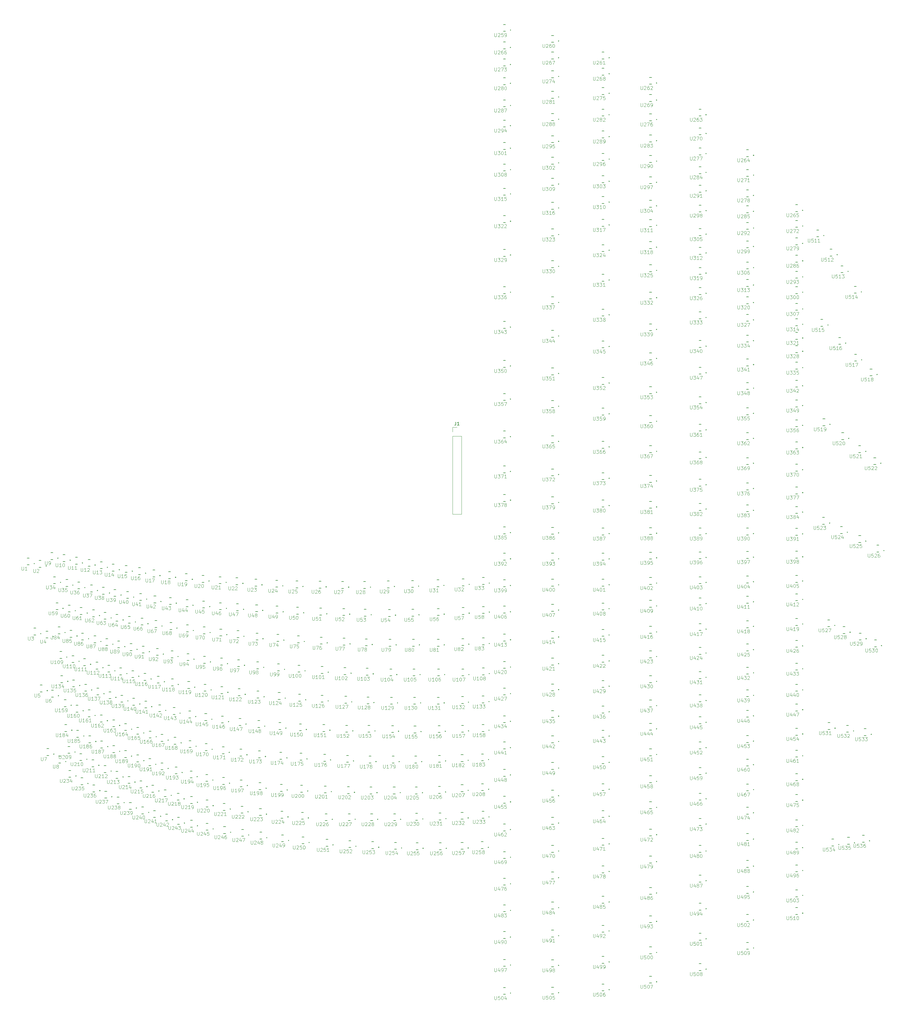
<source format=gto>
G04 #@! TF.GenerationSoftware,KiCad,Pcbnew,(6.0.2)*
G04 #@! TF.CreationDate,2022-05-17T12:07:46-07:00*
G04 #@! TF.ProjectId,DaftPunkBackLayerBoard,44616674-5075-46e6-9b42-61636b4c6179,rev?*
G04 #@! TF.SameCoordinates,Original*
G04 #@! TF.FileFunction,Legend,Top*
G04 #@! TF.FilePolarity,Positive*
%FSLAX46Y46*%
G04 Gerber Fmt 4.6, Leading zero omitted, Abs format (unit mm)*
G04 Created by KiCad (PCBNEW (6.0.2)) date 2022-05-17 12:07:46*
%MOMM*%
%LPD*%
G01*
G04 APERTURE LIST*
%ADD10C,0.015000*%
%ADD11C,0.150000*%
%ADD12C,0.127000*%
%ADD13C,0.200000*%
%ADD14C,0.120000*%
%ADD15R,0.700000X0.700000*%
%ADD16R,1.700000X1.700000*%
%ADD17O,1.700000X1.700000*%
G04 APERTURE END LIST*
D10*
X72861151Y-263543610D02*
X72861151Y-264353223D01*
X72908775Y-264448472D01*
X72956400Y-264496096D01*
X73051648Y-264543720D01*
X73242145Y-264543720D01*
X73337394Y-264496096D01*
X73385018Y-264448472D01*
X73432642Y-264353223D01*
X73432642Y-263543610D01*
X74051758Y-263972229D02*
X73956510Y-263924605D01*
X73908885Y-263876980D01*
X73861261Y-263781732D01*
X73861261Y-263734107D01*
X73908885Y-263638859D01*
X73956510Y-263591235D01*
X74051758Y-263543610D01*
X74242255Y-263543610D01*
X74337504Y-263591235D01*
X74385128Y-263638859D01*
X74432752Y-263734107D01*
X74432752Y-263781732D01*
X74385128Y-263876980D01*
X74337504Y-263924605D01*
X74242255Y-263972229D01*
X74051758Y-263972229D01*
X73956510Y-264019853D01*
X73908885Y-264067477D01*
X73861261Y-264162726D01*
X73861261Y-264353223D01*
X73908885Y-264448472D01*
X73956510Y-264496096D01*
X74051758Y-264543720D01*
X74242255Y-264543720D01*
X74337504Y-264496096D01*
X74385128Y-264448472D01*
X74432752Y-264353223D01*
X74432752Y-264162726D01*
X74385128Y-264067477D01*
X74337504Y-264019853D01*
X74242255Y-263972229D01*
D11*
X190866666Y-163097380D02*
X190866666Y-163811666D01*
X190819047Y-163954523D01*
X190723809Y-164049761D01*
X190580952Y-164097380D01*
X190485714Y-164097380D01*
X191866666Y-164097380D02*
X191295238Y-164097380D01*
X191580952Y-164097380D02*
X191580952Y-163097380D01*
X191485714Y-163240238D01*
X191390476Y-163335476D01*
X191295238Y-163383095D01*
D10*
X273408665Y-309943610D02*
X273408665Y-310753223D01*
X273456290Y-310848472D01*
X273503914Y-310896096D01*
X273599162Y-310943720D01*
X273789660Y-310943720D01*
X273884908Y-310896096D01*
X273932532Y-310848472D01*
X273980157Y-310753223D01*
X273980157Y-309943610D01*
X274932642Y-309943610D02*
X274456400Y-309943610D01*
X274408775Y-310419853D01*
X274456400Y-310372229D01*
X274551648Y-310324605D01*
X274789770Y-310324605D01*
X274885018Y-310372229D01*
X274932642Y-310419853D01*
X274980267Y-310515102D01*
X274980267Y-310753223D01*
X274932642Y-310848472D01*
X274885018Y-310896096D01*
X274789770Y-310943720D01*
X274551648Y-310943720D01*
X274456400Y-310896096D01*
X274408775Y-310848472D01*
X275599382Y-309943610D02*
X275694631Y-309943610D01*
X275789880Y-309991235D01*
X275837504Y-310038859D01*
X275885128Y-310134107D01*
X275932752Y-310324605D01*
X275932752Y-310562726D01*
X275885128Y-310753223D01*
X275837504Y-310848472D01*
X275789880Y-310896096D01*
X275694631Y-310943720D01*
X275599382Y-310943720D01*
X275504134Y-310896096D01*
X275456510Y-310848472D01*
X275408885Y-310753223D01*
X275361261Y-310562726D01*
X275361261Y-310324605D01*
X275408885Y-310134107D01*
X275456510Y-310038859D01*
X275504134Y-309991235D01*
X275599382Y-309943610D01*
X276313747Y-310038859D02*
X276361371Y-309991235D01*
X276456620Y-309943610D01*
X276694741Y-309943610D01*
X276789990Y-309991235D01*
X276837614Y-310038859D01*
X276885238Y-310134107D01*
X276885238Y-310229356D01*
X276837614Y-310372229D01*
X276266122Y-310943720D01*
X276885238Y-310943720D01*
X231108665Y-80443610D02*
X231108665Y-81253223D01*
X231156290Y-81348472D01*
X231203914Y-81396096D01*
X231299162Y-81443720D01*
X231489660Y-81443720D01*
X231584908Y-81396096D01*
X231632532Y-81348472D01*
X231680157Y-81253223D01*
X231680157Y-80443610D01*
X232108775Y-80538859D02*
X232156400Y-80491235D01*
X232251648Y-80443610D01*
X232489770Y-80443610D01*
X232585018Y-80491235D01*
X232632642Y-80538859D01*
X232680267Y-80634107D01*
X232680267Y-80729356D01*
X232632642Y-80872229D01*
X232061151Y-81443720D01*
X232680267Y-81443720D01*
X233251758Y-80872229D02*
X233156510Y-80824605D01*
X233108885Y-80776980D01*
X233061261Y-80681732D01*
X233061261Y-80634107D01*
X233108885Y-80538859D01*
X233156510Y-80491235D01*
X233251758Y-80443610D01*
X233442255Y-80443610D01*
X233537504Y-80491235D01*
X233585128Y-80538859D01*
X233632752Y-80634107D01*
X233632752Y-80681732D01*
X233585128Y-80776980D01*
X233537504Y-80824605D01*
X233442255Y-80872229D01*
X233251758Y-80872229D01*
X233156510Y-80919853D01*
X233108885Y-80967477D01*
X233061261Y-81062726D01*
X233061261Y-81253223D01*
X233108885Y-81348472D01*
X233156510Y-81396096D01*
X233251758Y-81443720D01*
X233442255Y-81443720D01*
X233537504Y-81396096D01*
X233585128Y-81348472D01*
X233632752Y-81253223D01*
X233632752Y-81062726D01*
X233585128Y-80967477D01*
X233537504Y-80919853D01*
X233442255Y-80872229D01*
X234108995Y-81443720D02*
X234299492Y-81443720D01*
X234394741Y-81396096D01*
X234442365Y-81348472D01*
X234537614Y-81205599D01*
X234585238Y-81015102D01*
X234585238Y-80634107D01*
X234537614Y-80538859D01*
X234489990Y-80491235D01*
X234394741Y-80443610D01*
X234204244Y-80443610D01*
X234108995Y-80491235D01*
X234061371Y-80538859D01*
X234013747Y-80634107D01*
X234013747Y-80872229D01*
X234061371Y-80967477D01*
X234108995Y-81015102D01*
X234204244Y-81062726D01*
X234394741Y-81062726D01*
X234489990Y-81015102D01*
X234537614Y-80967477D01*
X234585238Y-80872229D01*
X120208665Y-284243610D02*
X120208665Y-285053223D01*
X120256290Y-285148472D01*
X120303914Y-285196096D01*
X120399162Y-285243720D01*
X120589660Y-285243720D01*
X120684908Y-285196096D01*
X120732532Y-285148472D01*
X120780157Y-285053223D01*
X120780157Y-284243610D01*
X121208775Y-284338859D02*
X121256400Y-284291235D01*
X121351648Y-284243610D01*
X121589770Y-284243610D01*
X121685018Y-284291235D01*
X121732642Y-284338859D01*
X121780267Y-284434107D01*
X121780267Y-284529356D01*
X121732642Y-284672229D01*
X121161151Y-285243720D01*
X121780267Y-285243720D01*
X122637504Y-284576980D02*
X122637504Y-285243720D01*
X122399382Y-284195986D02*
X122161261Y-284910350D01*
X122780377Y-284910350D01*
X123589990Y-284243610D02*
X123399492Y-284243610D01*
X123304244Y-284291235D01*
X123256620Y-284338859D01*
X123161371Y-284481732D01*
X123113747Y-284672229D01*
X123113747Y-285053223D01*
X123161371Y-285148472D01*
X123208995Y-285196096D01*
X123304244Y-285243720D01*
X123494741Y-285243720D01*
X123589990Y-285196096D01*
X123637614Y-285148472D01*
X123685238Y-285053223D01*
X123685238Y-284815102D01*
X123637614Y-284719853D01*
X123589990Y-284672229D01*
X123494741Y-284624605D01*
X123304244Y-284624605D01*
X123208995Y-284672229D01*
X123161371Y-284719853D01*
X123113747Y-284815102D01*
X231108665Y-161643610D02*
X231108665Y-162453223D01*
X231156290Y-162548472D01*
X231203914Y-162596096D01*
X231299162Y-162643720D01*
X231489660Y-162643720D01*
X231584908Y-162596096D01*
X231632532Y-162548472D01*
X231680157Y-162453223D01*
X231680157Y-161643610D01*
X232061151Y-161643610D02*
X232680267Y-161643610D01*
X232346897Y-162024605D01*
X232489770Y-162024605D01*
X232585018Y-162072229D01*
X232632642Y-162119853D01*
X232680267Y-162215102D01*
X232680267Y-162453223D01*
X232632642Y-162548472D01*
X232585018Y-162596096D01*
X232489770Y-162643720D01*
X232204024Y-162643720D01*
X232108775Y-162596096D01*
X232061151Y-162548472D01*
X233585128Y-161643610D02*
X233108885Y-161643610D01*
X233061261Y-162119853D01*
X233108885Y-162072229D01*
X233204134Y-162024605D01*
X233442255Y-162024605D01*
X233537504Y-162072229D01*
X233585128Y-162119853D01*
X233632752Y-162215102D01*
X233632752Y-162453223D01*
X233585128Y-162548472D01*
X233537504Y-162596096D01*
X233442255Y-162643720D01*
X233204134Y-162643720D01*
X233108885Y-162596096D01*
X233061261Y-162548472D01*
X234108995Y-162643720D02*
X234299492Y-162643720D01*
X234394741Y-162596096D01*
X234442365Y-162548472D01*
X234537614Y-162405599D01*
X234585238Y-162215102D01*
X234585238Y-161834107D01*
X234537614Y-161738859D01*
X234489990Y-161691235D01*
X234394741Y-161643610D01*
X234204244Y-161643610D01*
X234108995Y-161691235D01*
X234061371Y-161738859D01*
X234013747Y-161834107D01*
X234013747Y-162072229D01*
X234061371Y-162167477D01*
X234108995Y-162215102D01*
X234204244Y-162262726D01*
X234394741Y-162262726D01*
X234489990Y-162215102D01*
X234537614Y-162167477D01*
X234585238Y-162072229D01*
X168908665Y-238043610D02*
X168908665Y-238853223D01*
X168956290Y-238948472D01*
X169003914Y-238996096D01*
X169099162Y-239043720D01*
X169289660Y-239043720D01*
X169384908Y-238996096D01*
X169432532Y-238948472D01*
X169480157Y-238853223D01*
X169480157Y-238043610D01*
X170480267Y-239043720D02*
X169908775Y-239043720D01*
X170194521Y-239043720D02*
X170194521Y-238043610D01*
X170099272Y-238186483D01*
X170004024Y-238281732D01*
X169908775Y-238329356D01*
X171099382Y-238043610D02*
X171194631Y-238043610D01*
X171289880Y-238091235D01*
X171337504Y-238138859D01*
X171385128Y-238234107D01*
X171432752Y-238424605D01*
X171432752Y-238662726D01*
X171385128Y-238853223D01*
X171337504Y-238948472D01*
X171289880Y-238996096D01*
X171194631Y-239043720D01*
X171099382Y-239043720D01*
X171004134Y-238996096D01*
X170956510Y-238948472D01*
X170908885Y-238853223D01*
X170861261Y-238662726D01*
X170861261Y-238424605D01*
X170908885Y-238234107D01*
X170956510Y-238138859D01*
X171004134Y-238091235D01*
X171099382Y-238043610D01*
X172289990Y-238376980D02*
X172289990Y-239043720D01*
X172051868Y-237995986D02*
X171813747Y-238710350D01*
X172432862Y-238710350D01*
X85684908Y-221443610D02*
X85684908Y-222253223D01*
X85732532Y-222348472D01*
X85780157Y-222396096D01*
X85875405Y-222443720D01*
X86065902Y-222443720D01*
X86161151Y-222396096D01*
X86208775Y-222348472D01*
X86256400Y-222253223D01*
X86256400Y-221443610D01*
X87161261Y-221443610D02*
X86970764Y-221443610D01*
X86875515Y-221491235D01*
X86827891Y-221538859D01*
X86732642Y-221681732D01*
X86685018Y-221872229D01*
X86685018Y-222253223D01*
X86732642Y-222348472D01*
X86780267Y-222396096D01*
X86875515Y-222443720D01*
X87066012Y-222443720D01*
X87161261Y-222396096D01*
X87208885Y-222348472D01*
X87256510Y-222253223D01*
X87256510Y-222015102D01*
X87208885Y-221919853D01*
X87161261Y-221872229D01*
X87066012Y-221824605D01*
X86875515Y-221824605D01*
X86780267Y-221872229D01*
X86732642Y-221919853D01*
X86685018Y-222015102D01*
X87589880Y-221443610D02*
X88208995Y-221443610D01*
X87875625Y-221824605D01*
X88018498Y-221824605D01*
X88113747Y-221872229D01*
X88161371Y-221919853D01*
X88208995Y-222015102D01*
X88208995Y-222253223D01*
X88161371Y-222348472D01*
X88113747Y-222396096D01*
X88018498Y-222443720D01*
X87732752Y-222443720D01*
X87637504Y-222396096D01*
X87589880Y-222348472D01*
X216308665Y-234843610D02*
X216308665Y-235653223D01*
X216356290Y-235748472D01*
X216403914Y-235796096D01*
X216499162Y-235843720D01*
X216689660Y-235843720D01*
X216784908Y-235796096D01*
X216832532Y-235748472D01*
X216880157Y-235653223D01*
X216880157Y-234843610D01*
X217785018Y-235176980D02*
X217785018Y-235843720D01*
X217546897Y-234795986D02*
X217308775Y-235510350D01*
X217927891Y-235510350D01*
X218261261Y-234938859D02*
X218308885Y-234891235D01*
X218404134Y-234843610D01*
X218642255Y-234843610D01*
X218737504Y-234891235D01*
X218785128Y-234938859D01*
X218832752Y-235034107D01*
X218832752Y-235129356D01*
X218785128Y-235272229D01*
X218213637Y-235843720D01*
X218832752Y-235843720D01*
X219785238Y-235843720D02*
X219213747Y-235843720D01*
X219499492Y-235843720D02*
X219499492Y-234843610D01*
X219404244Y-234986483D01*
X219308995Y-235081732D01*
X219213747Y-235129356D01*
X82284908Y-220743610D02*
X82284908Y-221553223D01*
X82332532Y-221648472D01*
X82380157Y-221696096D01*
X82475405Y-221743720D01*
X82665902Y-221743720D01*
X82761151Y-221696096D01*
X82808775Y-221648472D01*
X82856400Y-221553223D01*
X82856400Y-220743610D01*
X83761261Y-220743610D02*
X83570764Y-220743610D01*
X83475515Y-220791235D01*
X83427891Y-220838859D01*
X83332642Y-220981732D01*
X83285018Y-221172229D01*
X83285018Y-221553223D01*
X83332642Y-221648472D01*
X83380267Y-221696096D01*
X83475515Y-221743720D01*
X83666012Y-221743720D01*
X83761261Y-221696096D01*
X83808885Y-221648472D01*
X83856510Y-221553223D01*
X83856510Y-221315102D01*
X83808885Y-221219853D01*
X83761261Y-221172229D01*
X83666012Y-221124605D01*
X83475515Y-221124605D01*
X83380267Y-221172229D01*
X83332642Y-221219853D01*
X83285018Y-221315102D01*
X84237504Y-220838859D02*
X84285128Y-220791235D01*
X84380377Y-220743610D01*
X84618498Y-220743610D01*
X84713747Y-220791235D01*
X84761371Y-220838859D01*
X84808995Y-220934107D01*
X84808995Y-221029356D01*
X84761371Y-221172229D01*
X84189880Y-221743720D01*
X84808995Y-221743720D01*
X287808665Y-159243610D02*
X287808665Y-160053223D01*
X287856290Y-160148472D01*
X287903914Y-160196096D01*
X287999162Y-160243720D01*
X288189660Y-160243720D01*
X288284908Y-160196096D01*
X288332532Y-160148472D01*
X288380157Y-160053223D01*
X288380157Y-159243610D01*
X288761151Y-159243610D02*
X289380267Y-159243610D01*
X289046897Y-159624605D01*
X289189770Y-159624605D01*
X289285018Y-159672229D01*
X289332642Y-159719853D01*
X289380267Y-159815102D01*
X289380267Y-160053223D01*
X289332642Y-160148472D01*
X289285018Y-160196096D01*
X289189770Y-160243720D01*
X288904024Y-160243720D01*
X288808775Y-160196096D01*
X288761151Y-160148472D01*
X290237504Y-159576980D02*
X290237504Y-160243720D01*
X289999382Y-159195986D02*
X289761261Y-159910350D01*
X290380377Y-159910350D01*
X290808995Y-160243720D02*
X290999492Y-160243720D01*
X291094741Y-160196096D01*
X291142365Y-160148472D01*
X291237614Y-160005599D01*
X291285238Y-159815102D01*
X291285238Y-159434107D01*
X291237614Y-159338859D01*
X291189990Y-159291235D01*
X291094741Y-159243610D01*
X290904244Y-159243610D01*
X290808995Y-159291235D01*
X290761371Y-159338859D01*
X290713747Y-159434107D01*
X290713747Y-159672229D01*
X290761371Y-159767477D01*
X290808995Y-159815102D01*
X290904244Y-159862726D01*
X291094741Y-159862726D01*
X291189990Y-159815102D01*
X291237614Y-159767477D01*
X291285238Y-159672229D01*
X287808665Y-196843610D02*
X287808665Y-197653223D01*
X287856290Y-197748472D01*
X287903914Y-197796096D01*
X287999162Y-197843720D01*
X288189660Y-197843720D01*
X288284908Y-197796096D01*
X288332532Y-197748472D01*
X288380157Y-197653223D01*
X288380157Y-196843610D01*
X288761151Y-196843610D02*
X289380267Y-196843610D01*
X289046897Y-197224605D01*
X289189770Y-197224605D01*
X289285018Y-197272229D01*
X289332642Y-197319853D01*
X289380267Y-197415102D01*
X289380267Y-197653223D01*
X289332642Y-197748472D01*
X289285018Y-197796096D01*
X289189770Y-197843720D01*
X288904024Y-197843720D01*
X288808775Y-197796096D01*
X288761151Y-197748472D01*
X289856510Y-197843720D02*
X290047007Y-197843720D01*
X290142255Y-197796096D01*
X290189880Y-197748472D01*
X290285128Y-197605599D01*
X290332752Y-197415102D01*
X290332752Y-197034107D01*
X290285128Y-196938859D01*
X290237504Y-196891235D01*
X290142255Y-196843610D01*
X289951758Y-196843610D01*
X289856510Y-196891235D01*
X289808885Y-196938859D01*
X289761261Y-197034107D01*
X289761261Y-197272229D01*
X289808885Y-197367477D01*
X289856510Y-197415102D01*
X289951758Y-197462726D01*
X290142255Y-197462726D01*
X290237504Y-197415102D01*
X290285128Y-197367477D01*
X290332752Y-197272229D01*
X291285238Y-197843720D02*
X290713747Y-197843720D01*
X290999492Y-197843720D02*
X290999492Y-196843610D01*
X290904244Y-196986483D01*
X290808995Y-197081732D01*
X290713747Y-197129356D01*
X287808665Y-223243610D02*
X287808665Y-224053223D01*
X287856290Y-224148472D01*
X287903914Y-224196096D01*
X287999162Y-224243720D01*
X288189660Y-224243720D01*
X288284908Y-224196096D01*
X288332532Y-224148472D01*
X288380157Y-224053223D01*
X288380157Y-223243610D01*
X289285018Y-223576980D02*
X289285018Y-224243720D01*
X289046897Y-223195986D02*
X288808775Y-223910350D01*
X289427891Y-223910350D01*
X290332752Y-224243720D02*
X289761261Y-224243720D01*
X290047007Y-224243720D02*
X290047007Y-223243610D01*
X289951758Y-223386483D01*
X289856510Y-223481732D01*
X289761261Y-223529356D01*
X290808995Y-224243720D02*
X290999492Y-224243720D01*
X291094741Y-224196096D01*
X291142365Y-224148472D01*
X291237614Y-224005599D01*
X291285238Y-223815102D01*
X291285238Y-223434107D01*
X291237614Y-223338859D01*
X291189990Y-223291235D01*
X291094741Y-223243610D01*
X290904244Y-223243610D01*
X290808995Y-223291235D01*
X290761371Y-223338859D01*
X290713747Y-223434107D01*
X290713747Y-223672229D01*
X290761371Y-223767477D01*
X290808995Y-223815102D01*
X290904244Y-223862726D01*
X291094741Y-223862726D01*
X291189990Y-223815102D01*
X291237614Y-223767477D01*
X291285238Y-223672229D01*
X148868430Y-220243610D02*
X148868430Y-221053223D01*
X148916054Y-221148472D01*
X148963679Y-221196096D01*
X149058927Y-221243720D01*
X149249424Y-221243720D01*
X149344673Y-221196096D01*
X149392297Y-221148472D01*
X149439922Y-221053223D01*
X149439922Y-220243610D01*
X150392407Y-220243610D02*
X149916164Y-220243610D01*
X149868540Y-220719853D01*
X149916164Y-220672229D01*
X150011413Y-220624605D01*
X150249534Y-220624605D01*
X150344783Y-220672229D01*
X150392407Y-220719853D01*
X150440032Y-220815102D01*
X150440032Y-221053223D01*
X150392407Y-221148472D01*
X150344783Y-221196096D01*
X150249534Y-221243720D01*
X150011413Y-221243720D01*
X149916164Y-221196096D01*
X149868540Y-221148472D01*
X151392517Y-221243720D02*
X150821026Y-221243720D01*
X151106772Y-221243720D02*
X151106772Y-220243610D01*
X151011523Y-220386483D01*
X150916274Y-220481732D01*
X150821026Y-220529356D01*
X259508665Y-126343610D02*
X259508665Y-127153223D01*
X259556290Y-127248472D01*
X259603914Y-127296096D01*
X259699162Y-127343720D01*
X259889660Y-127343720D01*
X259984908Y-127296096D01*
X260032532Y-127248472D01*
X260080157Y-127153223D01*
X260080157Y-126343610D01*
X260461151Y-126343610D02*
X261080267Y-126343610D01*
X260746897Y-126724605D01*
X260889770Y-126724605D01*
X260985018Y-126772229D01*
X261032642Y-126819853D01*
X261080267Y-126915102D01*
X261080267Y-127153223D01*
X261032642Y-127248472D01*
X260985018Y-127296096D01*
X260889770Y-127343720D01*
X260604024Y-127343720D01*
X260508775Y-127296096D01*
X260461151Y-127248472D01*
X261461261Y-126438859D02*
X261508885Y-126391235D01*
X261604134Y-126343610D01*
X261842255Y-126343610D01*
X261937504Y-126391235D01*
X261985128Y-126438859D01*
X262032752Y-126534107D01*
X262032752Y-126629356D01*
X261985128Y-126772229D01*
X261413637Y-127343720D01*
X262032752Y-127343720D01*
X262889990Y-126343610D02*
X262699492Y-126343610D01*
X262604244Y-126391235D01*
X262556620Y-126438859D01*
X262461371Y-126581732D01*
X262413747Y-126772229D01*
X262413747Y-127153223D01*
X262461371Y-127248472D01*
X262508995Y-127296096D01*
X262604244Y-127343720D01*
X262794741Y-127343720D01*
X262889990Y-127296096D01*
X262937614Y-127248472D01*
X262985238Y-127153223D01*
X262985238Y-126915102D01*
X262937614Y-126819853D01*
X262889990Y-126772229D01*
X262794741Y-126724605D01*
X262604244Y-126724605D01*
X262508995Y-126772229D01*
X262461371Y-126819853D01*
X262413747Y-126915102D01*
X287808665Y-236343610D02*
X287808665Y-237153223D01*
X287856290Y-237248472D01*
X287903914Y-237296096D01*
X287999162Y-237343720D01*
X288189660Y-237343720D01*
X288284908Y-237296096D01*
X288332532Y-237248472D01*
X288380157Y-237153223D01*
X288380157Y-236343610D01*
X289285018Y-236676980D02*
X289285018Y-237343720D01*
X289046897Y-236295986D02*
X288808775Y-237010350D01*
X289427891Y-237010350D01*
X289713637Y-236343610D02*
X290332752Y-236343610D01*
X289999382Y-236724605D01*
X290142255Y-236724605D01*
X290237504Y-236772229D01*
X290285128Y-236819853D01*
X290332752Y-236915102D01*
X290332752Y-237153223D01*
X290285128Y-237248472D01*
X290237504Y-237296096D01*
X290142255Y-237343720D01*
X289856510Y-237343720D01*
X289761261Y-237296096D01*
X289713637Y-237248472D01*
X290666122Y-236343610D02*
X291285238Y-236343610D01*
X290951868Y-236724605D01*
X291094741Y-236724605D01*
X291189990Y-236772229D01*
X291237614Y-236819853D01*
X291285238Y-236915102D01*
X291285238Y-237153223D01*
X291237614Y-237248472D01*
X291189990Y-237296096D01*
X291094741Y-237343720D01*
X290808995Y-237343720D01*
X290713747Y-237296096D01*
X290666122Y-237248472D01*
X216308665Y-306343610D02*
X216308665Y-307153223D01*
X216356290Y-307248472D01*
X216403914Y-307296096D01*
X216499162Y-307343720D01*
X216689660Y-307343720D01*
X216784908Y-307296096D01*
X216832532Y-307248472D01*
X216880157Y-307153223D01*
X216880157Y-306343610D01*
X217785018Y-306676980D02*
X217785018Y-307343720D01*
X217546897Y-306295986D02*
X217308775Y-307010350D01*
X217927891Y-307010350D01*
X218451758Y-306772229D02*
X218356510Y-306724605D01*
X218308885Y-306676980D01*
X218261261Y-306581732D01*
X218261261Y-306534107D01*
X218308885Y-306438859D01*
X218356510Y-306391235D01*
X218451758Y-306343610D01*
X218642255Y-306343610D01*
X218737504Y-306391235D01*
X218785128Y-306438859D01*
X218832752Y-306534107D01*
X218832752Y-306581732D01*
X218785128Y-306676980D01*
X218737504Y-306724605D01*
X218642255Y-306772229D01*
X218451758Y-306772229D01*
X218356510Y-306819853D01*
X218308885Y-306867477D01*
X218261261Y-306962726D01*
X218261261Y-307153223D01*
X218308885Y-307248472D01*
X218356510Y-307296096D01*
X218451758Y-307343720D01*
X218642255Y-307343720D01*
X218737504Y-307296096D01*
X218785128Y-307248472D01*
X218832752Y-307153223D01*
X218832752Y-306962726D01*
X218785128Y-306867477D01*
X218737504Y-306819853D01*
X218642255Y-306772229D01*
X219689990Y-306676980D02*
X219689990Y-307343720D01*
X219451868Y-306295986D02*
X219213747Y-307010350D01*
X219832862Y-307010350D01*
X273408665Y-123943610D02*
X273408665Y-124753223D01*
X273456290Y-124848472D01*
X273503914Y-124896096D01*
X273599162Y-124943720D01*
X273789660Y-124943720D01*
X273884908Y-124896096D01*
X273932532Y-124848472D01*
X273980157Y-124753223D01*
X273980157Y-123943610D01*
X274361151Y-123943610D02*
X274980267Y-123943610D01*
X274646897Y-124324605D01*
X274789770Y-124324605D01*
X274885018Y-124372229D01*
X274932642Y-124419853D01*
X274980267Y-124515102D01*
X274980267Y-124753223D01*
X274932642Y-124848472D01*
X274885018Y-124896096D01*
X274789770Y-124943720D01*
X274504024Y-124943720D01*
X274408775Y-124896096D01*
X274361151Y-124848472D01*
X275932752Y-124943720D02*
X275361261Y-124943720D01*
X275647007Y-124943720D02*
X275647007Y-123943610D01*
X275551758Y-124086483D01*
X275456510Y-124181732D01*
X275361261Y-124229356D01*
X276266122Y-123943610D02*
X276885238Y-123943610D01*
X276551868Y-124324605D01*
X276694741Y-124324605D01*
X276789990Y-124372229D01*
X276837614Y-124419853D01*
X276885238Y-124515102D01*
X276885238Y-124753223D01*
X276837614Y-124848472D01*
X276789990Y-124896096D01*
X276694741Y-124943720D01*
X276408995Y-124943720D01*
X276313747Y-124896096D01*
X276266122Y-124848472D01*
X273408665Y-244143610D02*
X273408665Y-244953223D01*
X273456290Y-245048472D01*
X273503914Y-245096096D01*
X273599162Y-245143720D01*
X273789660Y-245143720D01*
X273884908Y-245096096D01*
X273932532Y-245048472D01*
X273980157Y-244953223D01*
X273980157Y-244143610D01*
X274885018Y-244476980D02*
X274885018Y-245143720D01*
X274646897Y-244095986D02*
X274408775Y-244810350D01*
X275027891Y-244810350D01*
X275313637Y-244143610D02*
X275932752Y-244143610D01*
X275599382Y-244524605D01*
X275742255Y-244524605D01*
X275837504Y-244572229D01*
X275885128Y-244619853D01*
X275932752Y-244715102D01*
X275932752Y-244953223D01*
X275885128Y-245048472D01*
X275837504Y-245096096D01*
X275742255Y-245143720D01*
X275456510Y-245143720D01*
X275361261Y-245096096D01*
X275313637Y-245048472D01*
X276408995Y-245143720D02*
X276599492Y-245143720D01*
X276694741Y-245096096D01*
X276742365Y-245048472D01*
X276837614Y-244905599D01*
X276885238Y-244715102D01*
X276885238Y-244334107D01*
X276837614Y-244238859D01*
X276789990Y-244191235D01*
X276694741Y-244143610D01*
X276504244Y-244143610D01*
X276408995Y-244191235D01*
X276361371Y-244238859D01*
X276313747Y-244334107D01*
X276313747Y-244572229D01*
X276361371Y-244667477D01*
X276408995Y-244715102D01*
X276504244Y-244762726D01*
X276694741Y-244762726D01*
X276789990Y-244715102D01*
X276837614Y-244667477D01*
X276885238Y-244572229D01*
X95784908Y-208343610D02*
X95784908Y-209153223D01*
X95832532Y-209248472D01*
X95880157Y-209296096D01*
X95975405Y-209343720D01*
X96165902Y-209343720D01*
X96261151Y-209296096D01*
X96308775Y-209248472D01*
X96356400Y-209153223D01*
X96356400Y-208343610D01*
X97356510Y-209343720D02*
X96785018Y-209343720D01*
X97070764Y-209343720D02*
X97070764Y-208343610D01*
X96975515Y-208486483D01*
X96880267Y-208581732D01*
X96785018Y-208629356D01*
X98213747Y-208343610D02*
X98023250Y-208343610D01*
X97928001Y-208391235D01*
X97880377Y-208438859D01*
X97785128Y-208581732D01*
X97737504Y-208772229D01*
X97737504Y-209153223D01*
X97785128Y-209248472D01*
X97832752Y-209296096D01*
X97928001Y-209343720D01*
X98118498Y-209343720D01*
X98213747Y-209296096D01*
X98261371Y-209248472D01*
X98308995Y-209153223D01*
X98308995Y-208915102D01*
X98261371Y-208819853D01*
X98213747Y-208772229D01*
X98118498Y-208724605D01*
X97928001Y-208724605D01*
X97832752Y-208772229D01*
X97785128Y-208819853D01*
X97737504Y-208915102D01*
X142208665Y-245443610D02*
X142208665Y-246253223D01*
X142256290Y-246348472D01*
X142303914Y-246396096D01*
X142399162Y-246443720D01*
X142589660Y-246443720D01*
X142684908Y-246396096D01*
X142732532Y-246348472D01*
X142780157Y-246253223D01*
X142780157Y-245443610D01*
X143780267Y-246443720D02*
X143208775Y-246443720D01*
X143494521Y-246443720D02*
X143494521Y-245443610D01*
X143399272Y-245586483D01*
X143304024Y-245681732D01*
X143208775Y-245729356D01*
X144161261Y-245538859D02*
X144208885Y-245491235D01*
X144304134Y-245443610D01*
X144542255Y-245443610D01*
X144637504Y-245491235D01*
X144685128Y-245538859D01*
X144732752Y-245634107D01*
X144732752Y-245729356D01*
X144685128Y-245872229D01*
X144113637Y-246443720D01*
X144732752Y-246443720D01*
X145637614Y-245443610D02*
X145161371Y-245443610D01*
X145113747Y-245919853D01*
X145161371Y-245872229D01*
X145256620Y-245824605D01*
X145494741Y-245824605D01*
X145589990Y-245872229D01*
X145637614Y-245919853D01*
X145685238Y-246015102D01*
X145685238Y-246253223D01*
X145637614Y-246348472D01*
X145589990Y-246396096D01*
X145494741Y-246443720D01*
X145256620Y-246443720D01*
X145161371Y-246396096D01*
X145113747Y-246348472D01*
X89184908Y-222043610D02*
X89184908Y-222853223D01*
X89232532Y-222948472D01*
X89280157Y-222996096D01*
X89375405Y-223043720D01*
X89565902Y-223043720D01*
X89661151Y-222996096D01*
X89708775Y-222948472D01*
X89756400Y-222853223D01*
X89756400Y-222043610D01*
X90661261Y-222043610D02*
X90470764Y-222043610D01*
X90375515Y-222091235D01*
X90327891Y-222138859D01*
X90232642Y-222281732D01*
X90185018Y-222472229D01*
X90185018Y-222853223D01*
X90232642Y-222948472D01*
X90280267Y-222996096D01*
X90375515Y-223043720D01*
X90566012Y-223043720D01*
X90661261Y-222996096D01*
X90708885Y-222948472D01*
X90756510Y-222853223D01*
X90756510Y-222615102D01*
X90708885Y-222519853D01*
X90661261Y-222472229D01*
X90566012Y-222424605D01*
X90375515Y-222424605D01*
X90280267Y-222472229D01*
X90232642Y-222519853D01*
X90185018Y-222615102D01*
X91613747Y-222376980D02*
X91613747Y-223043720D01*
X91375625Y-221995986D02*
X91137504Y-222710350D01*
X91756620Y-222710350D01*
X301108665Y-119943610D02*
X301108665Y-120753223D01*
X301156290Y-120848472D01*
X301203914Y-120896096D01*
X301299162Y-120943720D01*
X301489660Y-120943720D01*
X301584908Y-120896096D01*
X301632532Y-120848472D01*
X301680157Y-120753223D01*
X301680157Y-119943610D01*
X302632642Y-119943610D02*
X302156400Y-119943610D01*
X302108775Y-120419853D01*
X302156400Y-120372229D01*
X302251648Y-120324605D01*
X302489770Y-120324605D01*
X302585018Y-120372229D01*
X302632642Y-120419853D01*
X302680267Y-120515102D01*
X302680267Y-120753223D01*
X302632642Y-120848472D01*
X302585018Y-120896096D01*
X302489770Y-120943720D01*
X302251648Y-120943720D01*
X302156400Y-120896096D01*
X302108775Y-120848472D01*
X303632752Y-120943720D02*
X303061261Y-120943720D01*
X303347007Y-120943720D02*
X303347007Y-119943610D01*
X303251758Y-120086483D01*
X303156510Y-120181732D01*
X303061261Y-120229356D01*
X303966122Y-119943610D02*
X304585238Y-119943610D01*
X304251868Y-120324605D01*
X304394741Y-120324605D01*
X304489990Y-120372229D01*
X304537614Y-120419853D01*
X304585238Y-120515102D01*
X304585238Y-120753223D01*
X304537614Y-120848472D01*
X304489990Y-120896096D01*
X304394741Y-120943720D01*
X304108995Y-120943720D01*
X304013747Y-120896096D01*
X303966122Y-120848472D01*
X202208665Y-54343610D02*
X202208665Y-55153223D01*
X202256290Y-55248472D01*
X202303914Y-55296096D01*
X202399162Y-55343720D01*
X202589660Y-55343720D01*
X202684908Y-55296096D01*
X202732532Y-55248472D01*
X202780157Y-55153223D01*
X202780157Y-54343610D01*
X203208775Y-54438859D02*
X203256400Y-54391235D01*
X203351648Y-54343610D01*
X203589770Y-54343610D01*
X203685018Y-54391235D01*
X203732642Y-54438859D01*
X203780267Y-54534107D01*
X203780267Y-54629356D01*
X203732642Y-54772229D01*
X203161151Y-55343720D01*
X203780267Y-55343720D01*
X204637504Y-54343610D02*
X204447007Y-54343610D01*
X204351758Y-54391235D01*
X204304134Y-54438859D01*
X204208885Y-54581732D01*
X204161261Y-54772229D01*
X204161261Y-55153223D01*
X204208885Y-55248472D01*
X204256510Y-55296096D01*
X204351758Y-55343720D01*
X204542255Y-55343720D01*
X204637504Y-55296096D01*
X204685128Y-55248472D01*
X204732752Y-55153223D01*
X204732752Y-54915102D01*
X204685128Y-54819853D01*
X204637504Y-54772229D01*
X204542255Y-54724605D01*
X204351758Y-54724605D01*
X204256510Y-54772229D01*
X204208885Y-54819853D01*
X204161261Y-54915102D01*
X205589990Y-54343610D02*
X205399492Y-54343610D01*
X205304244Y-54391235D01*
X205256620Y-54438859D01*
X205161371Y-54581732D01*
X205113747Y-54772229D01*
X205113747Y-55153223D01*
X205161371Y-55248472D01*
X205208995Y-55296096D01*
X205304244Y-55343720D01*
X205494741Y-55343720D01*
X205589990Y-55296096D01*
X205637614Y-55248472D01*
X205685238Y-55153223D01*
X205685238Y-54915102D01*
X205637614Y-54819853D01*
X205589990Y-54772229D01*
X205494741Y-54724605D01*
X205304244Y-54724605D01*
X205208995Y-54772229D01*
X205161371Y-54819853D01*
X205113747Y-54915102D01*
X259508665Y-224743610D02*
X259508665Y-225553223D01*
X259556290Y-225648472D01*
X259603914Y-225696096D01*
X259699162Y-225743720D01*
X259889660Y-225743720D01*
X259984908Y-225696096D01*
X260032532Y-225648472D01*
X260080157Y-225553223D01*
X260080157Y-224743610D01*
X260985018Y-225076980D02*
X260985018Y-225743720D01*
X260746897Y-224695986D02*
X260508775Y-225410350D01*
X261127891Y-225410350D01*
X262032752Y-225743720D02*
X261461261Y-225743720D01*
X261747007Y-225743720D02*
X261747007Y-224743610D01*
X261651758Y-224886483D01*
X261556510Y-224981732D01*
X261461261Y-225029356D01*
X262366122Y-224743610D02*
X263032862Y-224743610D01*
X262604244Y-225743720D01*
X216308665Y-57343610D02*
X216308665Y-58153223D01*
X216356290Y-58248472D01*
X216403914Y-58296096D01*
X216499162Y-58343720D01*
X216689660Y-58343720D01*
X216784908Y-58296096D01*
X216832532Y-58248472D01*
X216880157Y-58153223D01*
X216880157Y-57343610D01*
X217308775Y-57438859D02*
X217356400Y-57391235D01*
X217451648Y-57343610D01*
X217689770Y-57343610D01*
X217785018Y-57391235D01*
X217832642Y-57438859D01*
X217880267Y-57534107D01*
X217880267Y-57629356D01*
X217832642Y-57772229D01*
X217261151Y-58343720D01*
X217880267Y-58343720D01*
X218737504Y-57343610D02*
X218547007Y-57343610D01*
X218451758Y-57391235D01*
X218404134Y-57438859D01*
X218308885Y-57581732D01*
X218261261Y-57772229D01*
X218261261Y-58153223D01*
X218308885Y-58248472D01*
X218356510Y-58296096D01*
X218451758Y-58343720D01*
X218642255Y-58343720D01*
X218737504Y-58296096D01*
X218785128Y-58248472D01*
X218832752Y-58153223D01*
X218832752Y-57915102D01*
X218785128Y-57819853D01*
X218737504Y-57772229D01*
X218642255Y-57724605D01*
X218451758Y-57724605D01*
X218356510Y-57772229D01*
X218308885Y-57819853D01*
X218261261Y-57915102D01*
X219166122Y-57343610D02*
X219832862Y-57343610D01*
X219404244Y-58343720D01*
X92784908Y-222643610D02*
X92784908Y-223453223D01*
X92832532Y-223548472D01*
X92880157Y-223596096D01*
X92975405Y-223643720D01*
X93165902Y-223643720D01*
X93261151Y-223596096D01*
X93308775Y-223548472D01*
X93356400Y-223453223D01*
X93356400Y-222643610D01*
X94261261Y-222643610D02*
X94070764Y-222643610D01*
X93975515Y-222691235D01*
X93927891Y-222738859D01*
X93832642Y-222881732D01*
X93785018Y-223072229D01*
X93785018Y-223453223D01*
X93832642Y-223548472D01*
X93880267Y-223596096D01*
X93975515Y-223643720D01*
X94166012Y-223643720D01*
X94261261Y-223596096D01*
X94308885Y-223548472D01*
X94356510Y-223453223D01*
X94356510Y-223215102D01*
X94308885Y-223119853D01*
X94261261Y-223072229D01*
X94166012Y-223024605D01*
X93975515Y-223024605D01*
X93880267Y-223072229D01*
X93832642Y-223119853D01*
X93785018Y-223215102D01*
X95261371Y-222643610D02*
X94785128Y-222643610D01*
X94737504Y-223119853D01*
X94785128Y-223072229D01*
X94880377Y-223024605D01*
X95118498Y-223024605D01*
X95213747Y-223072229D01*
X95261371Y-223119853D01*
X95308995Y-223215102D01*
X95308995Y-223453223D01*
X95261371Y-223548472D01*
X95213747Y-223596096D01*
X95118498Y-223643720D01*
X94880377Y-223643720D01*
X94785128Y-223596096D01*
X94737504Y-223548472D01*
X129884908Y-211743610D02*
X129884908Y-212553223D01*
X129932532Y-212648472D01*
X129980157Y-212696096D01*
X130075405Y-212743720D01*
X130265902Y-212743720D01*
X130361151Y-212696096D01*
X130408775Y-212648472D01*
X130456400Y-212553223D01*
X130456400Y-211743610D01*
X130885018Y-211838859D02*
X130932642Y-211791235D01*
X131027891Y-211743610D01*
X131266012Y-211743610D01*
X131361261Y-211791235D01*
X131408885Y-211838859D01*
X131456510Y-211934107D01*
X131456510Y-212029356D01*
X131408885Y-212172229D01*
X130837394Y-212743720D01*
X131456510Y-212743720D01*
X131789880Y-211743610D02*
X132408995Y-211743610D01*
X132075625Y-212124605D01*
X132218498Y-212124605D01*
X132313747Y-212172229D01*
X132361371Y-212219853D01*
X132408995Y-212315102D01*
X132408995Y-212553223D01*
X132361371Y-212648472D01*
X132313747Y-212696096D01*
X132218498Y-212743720D01*
X131932752Y-212743720D01*
X131837504Y-212696096D01*
X131789880Y-212648472D01*
X72184908Y-225743610D02*
X72184908Y-226553223D01*
X72232532Y-226648472D01*
X72280157Y-226696096D01*
X72375405Y-226743720D01*
X72565902Y-226743720D01*
X72661151Y-226696096D01*
X72708775Y-226648472D01*
X72756400Y-226553223D01*
X72756400Y-225743610D01*
X73375515Y-226172229D02*
X73280267Y-226124605D01*
X73232642Y-226076980D01*
X73185018Y-225981732D01*
X73185018Y-225934107D01*
X73232642Y-225838859D01*
X73280267Y-225791235D01*
X73375515Y-225743610D01*
X73566012Y-225743610D01*
X73661261Y-225791235D01*
X73708885Y-225838859D01*
X73756510Y-225934107D01*
X73756510Y-225981732D01*
X73708885Y-226076980D01*
X73661261Y-226124605D01*
X73566012Y-226172229D01*
X73375515Y-226172229D01*
X73280267Y-226219853D01*
X73232642Y-226267477D01*
X73185018Y-226362726D01*
X73185018Y-226553223D01*
X73232642Y-226648472D01*
X73280267Y-226696096D01*
X73375515Y-226743720D01*
X73566012Y-226743720D01*
X73661261Y-226696096D01*
X73708885Y-226648472D01*
X73756510Y-226553223D01*
X73756510Y-226362726D01*
X73708885Y-226267477D01*
X73661261Y-226219853D01*
X73566012Y-226172229D01*
X74613747Y-226076980D02*
X74613747Y-226743720D01*
X74375625Y-225695986D02*
X74137504Y-226410350D01*
X74756620Y-226410350D01*
X231108665Y-211743610D02*
X231108665Y-212553223D01*
X231156290Y-212648472D01*
X231203914Y-212696096D01*
X231299162Y-212743720D01*
X231489660Y-212743720D01*
X231584908Y-212696096D01*
X231632532Y-212648472D01*
X231680157Y-212553223D01*
X231680157Y-211743610D01*
X232585018Y-212076980D02*
X232585018Y-212743720D01*
X232346897Y-211695986D02*
X232108775Y-212410350D01*
X232727891Y-212410350D01*
X233299382Y-211743610D02*
X233394631Y-211743610D01*
X233489880Y-211791235D01*
X233537504Y-211838859D01*
X233585128Y-211934107D01*
X233632752Y-212124605D01*
X233632752Y-212362726D01*
X233585128Y-212553223D01*
X233537504Y-212648472D01*
X233489880Y-212696096D01*
X233394631Y-212743720D01*
X233299382Y-212743720D01*
X233204134Y-212696096D01*
X233156510Y-212648472D01*
X233108885Y-212553223D01*
X233061261Y-212362726D01*
X233061261Y-212124605D01*
X233108885Y-211934107D01*
X233156510Y-211838859D01*
X233204134Y-211791235D01*
X233299382Y-211743610D01*
X234585238Y-212743720D02*
X234013747Y-212743720D01*
X234299492Y-212743720D02*
X234299492Y-211743610D01*
X234204244Y-211886483D01*
X234108995Y-211981732D01*
X234013747Y-212029356D01*
X287808665Y-143343610D02*
X287808665Y-144153223D01*
X287856290Y-144248472D01*
X287903914Y-144296096D01*
X287999162Y-144343720D01*
X288189660Y-144343720D01*
X288284908Y-144296096D01*
X288332532Y-144248472D01*
X288380157Y-144153223D01*
X288380157Y-143343610D01*
X288761151Y-143343610D02*
X289380267Y-143343610D01*
X289046897Y-143724605D01*
X289189770Y-143724605D01*
X289285018Y-143772229D01*
X289332642Y-143819853D01*
X289380267Y-143915102D01*
X289380267Y-144153223D01*
X289332642Y-144248472D01*
X289285018Y-144296096D01*
X289189770Y-144343720D01*
X288904024Y-144343720D01*
X288808775Y-144296096D01*
X288761151Y-144248472D01*
X289761261Y-143438859D02*
X289808885Y-143391235D01*
X289904134Y-143343610D01*
X290142255Y-143343610D01*
X290237504Y-143391235D01*
X290285128Y-143438859D01*
X290332752Y-143534107D01*
X290332752Y-143629356D01*
X290285128Y-143772229D01*
X289713637Y-144343720D01*
X290332752Y-144343720D01*
X290904244Y-143772229D02*
X290808995Y-143724605D01*
X290761371Y-143676980D01*
X290713747Y-143581732D01*
X290713747Y-143534107D01*
X290761371Y-143438859D01*
X290808995Y-143391235D01*
X290904244Y-143343610D01*
X291094741Y-143343610D01*
X291189990Y-143391235D01*
X291237614Y-143438859D01*
X291285238Y-143534107D01*
X291285238Y-143581732D01*
X291237614Y-143676980D01*
X291189990Y-143724605D01*
X291094741Y-143772229D01*
X290904244Y-143772229D01*
X290808995Y-143819853D01*
X290761371Y-143867477D01*
X290713747Y-143962726D01*
X290713747Y-144153223D01*
X290761371Y-144248472D01*
X290808995Y-144296096D01*
X290904244Y-144343720D01*
X291094741Y-144343720D01*
X291189990Y-144296096D01*
X291237614Y-144248472D01*
X291285238Y-144153223D01*
X291285238Y-143962726D01*
X291237614Y-143867477D01*
X291189990Y-143819853D01*
X291094741Y-143772229D01*
X231108665Y-106343610D02*
X231108665Y-107153223D01*
X231156290Y-107248472D01*
X231203914Y-107296096D01*
X231299162Y-107343720D01*
X231489660Y-107343720D01*
X231584908Y-107296096D01*
X231632532Y-107248472D01*
X231680157Y-107153223D01*
X231680157Y-106343610D01*
X232061151Y-106343610D02*
X232680267Y-106343610D01*
X232346897Y-106724605D01*
X232489770Y-106724605D01*
X232585018Y-106772229D01*
X232632642Y-106819853D01*
X232680267Y-106915102D01*
X232680267Y-107153223D01*
X232632642Y-107248472D01*
X232585018Y-107296096D01*
X232489770Y-107343720D01*
X232204024Y-107343720D01*
X232108775Y-107296096D01*
X232061151Y-107248472D01*
X233632752Y-107343720D02*
X233061261Y-107343720D01*
X233347007Y-107343720D02*
X233347007Y-106343610D01*
X233251758Y-106486483D01*
X233156510Y-106581732D01*
X233061261Y-106629356D01*
X233966122Y-106343610D02*
X234632862Y-106343610D01*
X234204244Y-107343720D01*
X72208665Y-232943610D02*
X72208665Y-233753223D01*
X72256290Y-233848472D01*
X72303914Y-233896096D01*
X72399162Y-233943720D01*
X72589660Y-233943720D01*
X72684908Y-233896096D01*
X72732532Y-233848472D01*
X72780157Y-233753223D01*
X72780157Y-232943610D01*
X73780267Y-233943720D02*
X73208775Y-233943720D01*
X73494521Y-233943720D02*
X73494521Y-232943610D01*
X73399272Y-233086483D01*
X73304024Y-233181732D01*
X73208775Y-233229356D01*
X74399382Y-232943610D02*
X74494631Y-232943610D01*
X74589880Y-232991235D01*
X74637504Y-233038859D01*
X74685128Y-233134107D01*
X74732752Y-233324605D01*
X74732752Y-233562726D01*
X74685128Y-233753223D01*
X74637504Y-233848472D01*
X74589880Y-233896096D01*
X74494631Y-233943720D01*
X74399382Y-233943720D01*
X74304134Y-233896096D01*
X74256510Y-233848472D01*
X74208885Y-233753223D01*
X74161261Y-233562726D01*
X74161261Y-233324605D01*
X74208885Y-233134107D01*
X74256510Y-233038859D01*
X74304134Y-232991235D01*
X74399382Y-232943610D01*
X75208995Y-233943720D02*
X75399492Y-233943720D01*
X75494741Y-233896096D01*
X75542365Y-233848472D01*
X75637614Y-233705599D01*
X75685238Y-233515102D01*
X75685238Y-233134107D01*
X75637614Y-233038859D01*
X75589990Y-232991235D01*
X75494741Y-232943610D01*
X75304244Y-232943610D01*
X75208995Y-232991235D01*
X75161371Y-233038859D01*
X75113747Y-233134107D01*
X75113747Y-233372229D01*
X75161371Y-233467477D01*
X75208995Y-233515102D01*
X75304244Y-233562726D01*
X75494741Y-233562726D01*
X75589990Y-233515102D01*
X75637614Y-233467477D01*
X75685238Y-233372229D01*
X142084908Y-219943610D02*
X142084908Y-220753223D01*
X142132532Y-220848472D01*
X142180157Y-220896096D01*
X142275405Y-220943720D01*
X142465902Y-220943720D01*
X142561151Y-220896096D01*
X142608775Y-220848472D01*
X142656400Y-220753223D01*
X142656400Y-219943610D01*
X143608885Y-219943610D02*
X143132642Y-219943610D01*
X143085018Y-220419853D01*
X143132642Y-220372229D01*
X143227891Y-220324605D01*
X143466012Y-220324605D01*
X143561261Y-220372229D01*
X143608885Y-220419853D01*
X143656510Y-220515102D01*
X143656510Y-220753223D01*
X143608885Y-220848472D01*
X143561261Y-220896096D01*
X143466012Y-220943720D01*
X143227891Y-220943720D01*
X143132642Y-220896096D01*
X143085018Y-220848472D01*
X144275625Y-219943610D02*
X144370874Y-219943610D01*
X144466122Y-219991235D01*
X144513747Y-220038859D01*
X144561371Y-220134107D01*
X144608995Y-220324605D01*
X144608995Y-220562726D01*
X144561371Y-220753223D01*
X144513747Y-220848472D01*
X144466122Y-220896096D01*
X144370874Y-220943720D01*
X144275625Y-220943720D01*
X144180377Y-220896096D01*
X144132752Y-220848472D01*
X144085128Y-220753223D01*
X144037504Y-220562726D01*
X144037504Y-220324605D01*
X144085128Y-220134107D01*
X144132752Y-220038859D01*
X144180377Y-219991235D01*
X144275625Y-219943610D01*
X190484908Y-229143610D02*
X190484908Y-229953223D01*
X190532532Y-230048472D01*
X190580157Y-230096096D01*
X190675405Y-230143720D01*
X190865902Y-230143720D01*
X190961151Y-230096096D01*
X191008775Y-230048472D01*
X191056400Y-229953223D01*
X191056400Y-229143610D01*
X191675515Y-229572229D02*
X191580267Y-229524605D01*
X191532642Y-229476980D01*
X191485018Y-229381732D01*
X191485018Y-229334107D01*
X191532642Y-229238859D01*
X191580267Y-229191235D01*
X191675515Y-229143610D01*
X191866012Y-229143610D01*
X191961261Y-229191235D01*
X192008885Y-229238859D01*
X192056510Y-229334107D01*
X192056510Y-229381732D01*
X192008885Y-229476980D01*
X191961261Y-229524605D01*
X191866012Y-229572229D01*
X191675515Y-229572229D01*
X191580267Y-229619853D01*
X191532642Y-229667477D01*
X191485018Y-229762726D01*
X191485018Y-229953223D01*
X191532642Y-230048472D01*
X191580267Y-230096096D01*
X191675515Y-230143720D01*
X191866012Y-230143720D01*
X191961261Y-230096096D01*
X192008885Y-230048472D01*
X192056510Y-229953223D01*
X192056510Y-229762726D01*
X192008885Y-229667477D01*
X191961261Y-229619853D01*
X191866012Y-229572229D01*
X192437504Y-229238859D02*
X192485128Y-229191235D01*
X192580377Y-229143610D01*
X192818498Y-229143610D01*
X192913747Y-229191235D01*
X192961371Y-229238859D01*
X193008995Y-229334107D01*
X193008995Y-229429356D01*
X192961371Y-229572229D01*
X192389880Y-230143720D01*
X193008995Y-230143720D01*
X202208665Y-267443610D02*
X202208665Y-268253223D01*
X202256290Y-268348472D01*
X202303914Y-268396096D01*
X202399162Y-268443720D01*
X202589660Y-268443720D01*
X202684908Y-268396096D01*
X202732532Y-268348472D01*
X202780157Y-268253223D01*
X202780157Y-267443610D01*
X203685018Y-267776980D02*
X203685018Y-268443720D01*
X203446897Y-267395986D02*
X203208775Y-268110350D01*
X203827891Y-268110350D01*
X204637504Y-267776980D02*
X204637504Y-268443720D01*
X204399382Y-267395986D02*
X204161261Y-268110350D01*
X204780377Y-268110350D01*
X205304244Y-267872229D02*
X205208995Y-267824605D01*
X205161371Y-267776980D01*
X205113747Y-267681732D01*
X205113747Y-267634107D01*
X205161371Y-267538859D01*
X205208995Y-267491235D01*
X205304244Y-267443610D01*
X205494741Y-267443610D01*
X205589990Y-267491235D01*
X205637614Y-267538859D01*
X205685238Y-267634107D01*
X205685238Y-267681732D01*
X205637614Y-267776980D01*
X205589990Y-267824605D01*
X205494741Y-267872229D01*
X205304244Y-267872229D01*
X205208995Y-267919853D01*
X205161371Y-267967477D01*
X205113747Y-268062726D01*
X205113747Y-268253223D01*
X205161371Y-268348472D01*
X205208995Y-268396096D01*
X205304244Y-268443720D01*
X205494741Y-268443720D01*
X205589990Y-268396096D01*
X205637614Y-268348472D01*
X205685238Y-268253223D01*
X205685238Y-268062726D01*
X205637614Y-267967477D01*
X205589990Y-267919853D01*
X205494741Y-267872229D01*
X231108665Y-62043610D02*
X231108665Y-62853223D01*
X231156290Y-62948472D01*
X231203914Y-62996096D01*
X231299162Y-63043720D01*
X231489660Y-63043720D01*
X231584908Y-62996096D01*
X231632532Y-62948472D01*
X231680157Y-62853223D01*
X231680157Y-62043610D01*
X232108775Y-62138859D02*
X232156400Y-62091235D01*
X232251648Y-62043610D01*
X232489770Y-62043610D01*
X232585018Y-62091235D01*
X232632642Y-62138859D01*
X232680267Y-62234107D01*
X232680267Y-62329356D01*
X232632642Y-62472229D01*
X232061151Y-63043720D01*
X232680267Y-63043720D01*
X233537504Y-62043610D02*
X233347007Y-62043610D01*
X233251758Y-62091235D01*
X233204134Y-62138859D01*
X233108885Y-62281732D01*
X233061261Y-62472229D01*
X233061261Y-62853223D01*
X233108885Y-62948472D01*
X233156510Y-62996096D01*
X233251758Y-63043720D01*
X233442255Y-63043720D01*
X233537504Y-62996096D01*
X233585128Y-62948472D01*
X233632752Y-62853223D01*
X233632752Y-62615102D01*
X233585128Y-62519853D01*
X233537504Y-62472229D01*
X233442255Y-62424605D01*
X233251758Y-62424605D01*
X233156510Y-62472229D01*
X233108885Y-62519853D01*
X233061261Y-62615102D01*
X234204244Y-62472229D02*
X234108995Y-62424605D01*
X234061371Y-62376980D01*
X234013747Y-62281732D01*
X234013747Y-62234107D01*
X234061371Y-62138859D01*
X234108995Y-62091235D01*
X234204244Y-62043610D01*
X234394741Y-62043610D01*
X234489990Y-62091235D01*
X234537614Y-62138859D01*
X234585238Y-62234107D01*
X234585238Y-62281732D01*
X234537614Y-62376980D01*
X234489990Y-62424605D01*
X234394741Y-62472229D01*
X234204244Y-62472229D01*
X234108995Y-62519853D01*
X234061371Y-62567477D01*
X234013747Y-62662726D01*
X234013747Y-62853223D01*
X234061371Y-62948472D01*
X234108995Y-62996096D01*
X234204244Y-63043720D01*
X234394741Y-63043720D01*
X234489990Y-62996096D01*
X234537614Y-62948472D01*
X234585238Y-62853223D01*
X234585238Y-62662726D01*
X234537614Y-62567477D01*
X234489990Y-62519853D01*
X234394741Y-62472229D01*
X259508665Y-189543610D02*
X259508665Y-190353223D01*
X259556290Y-190448472D01*
X259603914Y-190496096D01*
X259699162Y-190543720D01*
X259889660Y-190543720D01*
X259984908Y-190496096D01*
X260032532Y-190448472D01*
X260080157Y-190353223D01*
X260080157Y-189543610D01*
X260461151Y-189543610D02*
X261080267Y-189543610D01*
X260746897Y-189924605D01*
X260889770Y-189924605D01*
X260985018Y-189972229D01*
X261032642Y-190019853D01*
X261080267Y-190115102D01*
X261080267Y-190353223D01*
X261032642Y-190448472D01*
X260985018Y-190496096D01*
X260889770Y-190543720D01*
X260604024Y-190543720D01*
X260508775Y-190496096D01*
X260461151Y-190448472D01*
X261651758Y-189972229D02*
X261556510Y-189924605D01*
X261508885Y-189876980D01*
X261461261Y-189781732D01*
X261461261Y-189734107D01*
X261508885Y-189638859D01*
X261556510Y-189591235D01*
X261651758Y-189543610D01*
X261842255Y-189543610D01*
X261937504Y-189591235D01*
X261985128Y-189638859D01*
X262032752Y-189734107D01*
X262032752Y-189781732D01*
X261985128Y-189876980D01*
X261937504Y-189924605D01*
X261842255Y-189972229D01*
X261651758Y-189972229D01*
X261556510Y-190019853D01*
X261508885Y-190067477D01*
X261461261Y-190162726D01*
X261461261Y-190353223D01*
X261508885Y-190448472D01*
X261556510Y-190496096D01*
X261651758Y-190543720D01*
X261842255Y-190543720D01*
X261937504Y-190496096D01*
X261985128Y-190448472D01*
X262032752Y-190353223D01*
X262032752Y-190162726D01*
X261985128Y-190067477D01*
X261937504Y-190019853D01*
X261842255Y-189972229D01*
X262413747Y-189638859D02*
X262461371Y-189591235D01*
X262556620Y-189543610D01*
X262794741Y-189543610D01*
X262889990Y-189591235D01*
X262937614Y-189638859D01*
X262985238Y-189734107D01*
X262985238Y-189829356D01*
X262937614Y-189972229D01*
X262366122Y-190543720D01*
X262985238Y-190543720D01*
X231108665Y-218743610D02*
X231108665Y-219553223D01*
X231156290Y-219648472D01*
X231203914Y-219696096D01*
X231299162Y-219743720D01*
X231489660Y-219743720D01*
X231584908Y-219696096D01*
X231632532Y-219648472D01*
X231680157Y-219553223D01*
X231680157Y-218743610D01*
X232585018Y-219076980D02*
X232585018Y-219743720D01*
X232346897Y-218695986D02*
X232108775Y-219410350D01*
X232727891Y-219410350D01*
X233299382Y-218743610D02*
X233394631Y-218743610D01*
X233489880Y-218791235D01*
X233537504Y-218838859D01*
X233585128Y-218934107D01*
X233632752Y-219124605D01*
X233632752Y-219362726D01*
X233585128Y-219553223D01*
X233537504Y-219648472D01*
X233489880Y-219696096D01*
X233394631Y-219743720D01*
X233299382Y-219743720D01*
X233204134Y-219696096D01*
X233156510Y-219648472D01*
X233108885Y-219553223D01*
X233061261Y-219362726D01*
X233061261Y-219124605D01*
X233108885Y-218934107D01*
X233156510Y-218838859D01*
X233204134Y-218791235D01*
X233299382Y-218743610D01*
X234204244Y-219172229D02*
X234108995Y-219124605D01*
X234061371Y-219076980D01*
X234013747Y-218981732D01*
X234013747Y-218934107D01*
X234061371Y-218838859D01*
X234108995Y-218791235D01*
X234204244Y-218743610D01*
X234394741Y-218743610D01*
X234489990Y-218791235D01*
X234537614Y-218838859D01*
X234585238Y-218934107D01*
X234585238Y-218981732D01*
X234537614Y-219076980D01*
X234489990Y-219124605D01*
X234394741Y-219172229D01*
X234204244Y-219172229D01*
X234108995Y-219219853D01*
X234061371Y-219267477D01*
X234013747Y-219362726D01*
X234013747Y-219553223D01*
X234061371Y-219648472D01*
X234108995Y-219696096D01*
X234204244Y-219743720D01*
X234394741Y-219743720D01*
X234489990Y-219696096D01*
X234537614Y-219648472D01*
X234585238Y-219553223D01*
X234585238Y-219362726D01*
X234537614Y-219267477D01*
X234489990Y-219219853D01*
X234394741Y-219172229D01*
X306308665Y-198943610D02*
X306308665Y-199753223D01*
X306356290Y-199848472D01*
X306403914Y-199896096D01*
X306499162Y-199943720D01*
X306689660Y-199943720D01*
X306784908Y-199896096D01*
X306832532Y-199848472D01*
X306880157Y-199753223D01*
X306880157Y-198943610D01*
X307832642Y-198943610D02*
X307356400Y-198943610D01*
X307308775Y-199419853D01*
X307356400Y-199372229D01*
X307451648Y-199324605D01*
X307689770Y-199324605D01*
X307785018Y-199372229D01*
X307832642Y-199419853D01*
X307880267Y-199515102D01*
X307880267Y-199753223D01*
X307832642Y-199848472D01*
X307785018Y-199896096D01*
X307689770Y-199943720D01*
X307451648Y-199943720D01*
X307356400Y-199896096D01*
X307308775Y-199848472D01*
X308261261Y-199038859D02*
X308308885Y-198991235D01*
X308404134Y-198943610D01*
X308642255Y-198943610D01*
X308737504Y-198991235D01*
X308785128Y-199038859D01*
X308832752Y-199134107D01*
X308832752Y-199229356D01*
X308785128Y-199372229D01*
X308213637Y-199943720D01*
X308832752Y-199943720D01*
X309737614Y-198943610D02*
X309261371Y-198943610D01*
X309213747Y-199419853D01*
X309261371Y-199372229D01*
X309356620Y-199324605D01*
X309594741Y-199324605D01*
X309689990Y-199372229D01*
X309737614Y-199419853D01*
X309785238Y-199515102D01*
X309785238Y-199753223D01*
X309737614Y-199848472D01*
X309689990Y-199896096D01*
X309594741Y-199943720D01*
X309356620Y-199943720D01*
X309261371Y-199896096D01*
X309213747Y-199848472D01*
X273408665Y-112643610D02*
X273408665Y-113453223D01*
X273456290Y-113548472D01*
X273503914Y-113596096D01*
X273599162Y-113643720D01*
X273789660Y-113643720D01*
X273884908Y-113596096D01*
X273932532Y-113548472D01*
X273980157Y-113453223D01*
X273980157Y-112643610D01*
X274408775Y-112738859D02*
X274456400Y-112691235D01*
X274551648Y-112643610D01*
X274789770Y-112643610D01*
X274885018Y-112691235D01*
X274932642Y-112738859D01*
X274980267Y-112834107D01*
X274980267Y-112929356D01*
X274932642Y-113072229D01*
X274361151Y-113643720D01*
X274980267Y-113643720D01*
X275456510Y-113643720D02*
X275647007Y-113643720D01*
X275742255Y-113596096D01*
X275789880Y-113548472D01*
X275885128Y-113405599D01*
X275932752Y-113215102D01*
X275932752Y-112834107D01*
X275885128Y-112738859D01*
X275837504Y-112691235D01*
X275742255Y-112643610D01*
X275551758Y-112643610D01*
X275456510Y-112691235D01*
X275408885Y-112738859D01*
X275361261Y-112834107D01*
X275361261Y-113072229D01*
X275408885Y-113167477D01*
X275456510Y-113215102D01*
X275551758Y-113262726D01*
X275742255Y-113262726D01*
X275837504Y-113215102D01*
X275885128Y-113167477D01*
X275932752Y-113072229D01*
X276408995Y-113643720D02*
X276599492Y-113643720D01*
X276694741Y-113596096D01*
X276742365Y-113548472D01*
X276837614Y-113405599D01*
X276885238Y-113215102D01*
X276885238Y-112834107D01*
X276837614Y-112738859D01*
X276789990Y-112691235D01*
X276694741Y-112643610D01*
X276504244Y-112643610D01*
X276408995Y-112691235D01*
X276361371Y-112738859D01*
X276313747Y-112834107D01*
X276313747Y-113072229D01*
X276361371Y-113167477D01*
X276408995Y-113215102D01*
X276504244Y-113262726D01*
X276694741Y-113262726D01*
X276789990Y-113215102D01*
X276837614Y-113167477D01*
X276885238Y-113072229D01*
X287808665Y-148143610D02*
X287808665Y-148953223D01*
X287856290Y-149048472D01*
X287903914Y-149096096D01*
X287999162Y-149143720D01*
X288189660Y-149143720D01*
X288284908Y-149096096D01*
X288332532Y-149048472D01*
X288380157Y-148953223D01*
X288380157Y-148143610D01*
X288761151Y-148143610D02*
X289380267Y-148143610D01*
X289046897Y-148524605D01*
X289189770Y-148524605D01*
X289285018Y-148572229D01*
X289332642Y-148619853D01*
X289380267Y-148715102D01*
X289380267Y-148953223D01*
X289332642Y-149048472D01*
X289285018Y-149096096D01*
X289189770Y-149143720D01*
X288904024Y-149143720D01*
X288808775Y-149096096D01*
X288761151Y-149048472D01*
X289713637Y-148143610D02*
X290332752Y-148143610D01*
X289999382Y-148524605D01*
X290142255Y-148524605D01*
X290237504Y-148572229D01*
X290285128Y-148619853D01*
X290332752Y-148715102D01*
X290332752Y-148953223D01*
X290285128Y-149048472D01*
X290237504Y-149096096D01*
X290142255Y-149143720D01*
X289856510Y-149143720D01*
X289761261Y-149096096D01*
X289713637Y-149048472D01*
X291237614Y-148143610D02*
X290761371Y-148143610D01*
X290713747Y-148619853D01*
X290761371Y-148572229D01*
X290856620Y-148524605D01*
X291094741Y-148524605D01*
X291189990Y-148572229D01*
X291237614Y-148619853D01*
X291285238Y-148715102D01*
X291285238Y-148953223D01*
X291237614Y-149048472D01*
X291189990Y-149096096D01*
X291094741Y-149143720D01*
X290856620Y-149143720D01*
X290761371Y-149096096D01*
X290713747Y-149048472D01*
X176008665Y-254743610D02*
X176008665Y-255553223D01*
X176056290Y-255648472D01*
X176103914Y-255696096D01*
X176199162Y-255743720D01*
X176389660Y-255743720D01*
X176484908Y-255696096D01*
X176532532Y-255648472D01*
X176580157Y-255553223D01*
X176580157Y-254743610D01*
X177580267Y-255743720D02*
X177008775Y-255743720D01*
X177294521Y-255743720D02*
X177294521Y-254743610D01*
X177199272Y-254886483D01*
X177104024Y-254981732D01*
X177008775Y-255029356D01*
X178485128Y-254743610D02*
X178008885Y-254743610D01*
X177961261Y-255219853D01*
X178008885Y-255172229D01*
X178104134Y-255124605D01*
X178342255Y-255124605D01*
X178437504Y-255172229D01*
X178485128Y-255219853D01*
X178532752Y-255315102D01*
X178532752Y-255553223D01*
X178485128Y-255648472D01*
X178437504Y-255696096D01*
X178342255Y-255743720D01*
X178104134Y-255743720D01*
X178008885Y-255696096D01*
X177961261Y-255648472D01*
X179437614Y-254743610D02*
X178961371Y-254743610D01*
X178913747Y-255219853D01*
X178961371Y-255172229D01*
X179056620Y-255124605D01*
X179294741Y-255124605D01*
X179389990Y-255172229D01*
X179437614Y-255219853D01*
X179485238Y-255315102D01*
X179485238Y-255553223D01*
X179437614Y-255648472D01*
X179389990Y-255696096D01*
X179294741Y-255743720D01*
X179056620Y-255743720D01*
X178961371Y-255696096D01*
X178913747Y-255648472D01*
X216308665Y-169743610D02*
X216308665Y-170553223D01*
X216356290Y-170648472D01*
X216403914Y-170696096D01*
X216499162Y-170743720D01*
X216689660Y-170743720D01*
X216784908Y-170696096D01*
X216832532Y-170648472D01*
X216880157Y-170553223D01*
X216880157Y-169743610D01*
X217261151Y-169743610D02*
X217880267Y-169743610D01*
X217546897Y-170124605D01*
X217689770Y-170124605D01*
X217785018Y-170172229D01*
X217832642Y-170219853D01*
X217880267Y-170315102D01*
X217880267Y-170553223D01*
X217832642Y-170648472D01*
X217785018Y-170696096D01*
X217689770Y-170743720D01*
X217404024Y-170743720D01*
X217308775Y-170696096D01*
X217261151Y-170648472D01*
X218737504Y-169743610D02*
X218547007Y-169743610D01*
X218451758Y-169791235D01*
X218404134Y-169838859D01*
X218308885Y-169981732D01*
X218261261Y-170172229D01*
X218261261Y-170553223D01*
X218308885Y-170648472D01*
X218356510Y-170696096D01*
X218451758Y-170743720D01*
X218642255Y-170743720D01*
X218737504Y-170696096D01*
X218785128Y-170648472D01*
X218832752Y-170553223D01*
X218832752Y-170315102D01*
X218785128Y-170219853D01*
X218737504Y-170172229D01*
X218642255Y-170124605D01*
X218451758Y-170124605D01*
X218356510Y-170172229D01*
X218308885Y-170219853D01*
X218261261Y-170315102D01*
X219737614Y-169743610D02*
X219261371Y-169743610D01*
X219213747Y-170219853D01*
X219261371Y-170172229D01*
X219356620Y-170124605D01*
X219594741Y-170124605D01*
X219689990Y-170172229D01*
X219737614Y-170219853D01*
X219785238Y-170315102D01*
X219785238Y-170553223D01*
X219737614Y-170648472D01*
X219689990Y-170696096D01*
X219594741Y-170743720D01*
X219356620Y-170743720D01*
X219261371Y-170696096D01*
X219213747Y-170648472D01*
X231108665Y-256043610D02*
X231108665Y-256853223D01*
X231156290Y-256948472D01*
X231203914Y-256996096D01*
X231299162Y-257043720D01*
X231489660Y-257043720D01*
X231584908Y-256996096D01*
X231632532Y-256948472D01*
X231680157Y-256853223D01*
X231680157Y-256043610D01*
X232585018Y-256376980D02*
X232585018Y-257043720D01*
X232346897Y-255995986D02*
X232108775Y-256710350D01*
X232727891Y-256710350D01*
X233537504Y-256376980D02*
X233537504Y-257043720D01*
X233299382Y-255995986D02*
X233061261Y-256710350D01*
X233680377Y-256710350D01*
X233966122Y-256043610D02*
X234585238Y-256043610D01*
X234251868Y-256424605D01*
X234394741Y-256424605D01*
X234489990Y-256472229D01*
X234537614Y-256519853D01*
X234585238Y-256615102D01*
X234585238Y-256853223D01*
X234537614Y-256948472D01*
X234489990Y-256996096D01*
X234394741Y-257043720D01*
X234108995Y-257043720D01*
X234013747Y-256996096D01*
X233966122Y-256948472D01*
X245008665Y-163843610D02*
X245008665Y-164653223D01*
X245056290Y-164748472D01*
X245103914Y-164796096D01*
X245199162Y-164843720D01*
X245389660Y-164843720D01*
X245484908Y-164796096D01*
X245532532Y-164748472D01*
X245580157Y-164653223D01*
X245580157Y-163843610D01*
X245961151Y-163843610D02*
X246580267Y-163843610D01*
X246246897Y-164224605D01*
X246389770Y-164224605D01*
X246485018Y-164272229D01*
X246532642Y-164319853D01*
X246580267Y-164415102D01*
X246580267Y-164653223D01*
X246532642Y-164748472D01*
X246485018Y-164796096D01*
X246389770Y-164843720D01*
X246104024Y-164843720D01*
X246008775Y-164796096D01*
X245961151Y-164748472D01*
X247437504Y-163843610D02*
X247247007Y-163843610D01*
X247151758Y-163891235D01*
X247104134Y-163938859D01*
X247008885Y-164081732D01*
X246961261Y-164272229D01*
X246961261Y-164653223D01*
X247008885Y-164748472D01*
X247056510Y-164796096D01*
X247151758Y-164843720D01*
X247342255Y-164843720D01*
X247437504Y-164796096D01*
X247485128Y-164748472D01*
X247532752Y-164653223D01*
X247532752Y-164415102D01*
X247485128Y-164319853D01*
X247437504Y-164272229D01*
X247342255Y-164224605D01*
X247151758Y-164224605D01*
X247056510Y-164272229D01*
X247008885Y-164319853D01*
X246961261Y-164415102D01*
X248151868Y-163843610D02*
X248247117Y-163843610D01*
X248342365Y-163891235D01*
X248389990Y-163938859D01*
X248437614Y-164034107D01*
X248485238Y-164224605D01*
X248485238Y-164462726D01*
X248437614Y-164653223D01*
X248389990Y-164748472D01*
X248342365Y-164796096D01*
X248247117Y-164843720D01*
X248151868Y-164843720D01*
X248056620Y-164796096D01*
X248008995Y-164748472D01*
X247961371Y-164653223D01*
X247913747Y-164462726D01*
X247913747Y-164224605D01*
X247961371Y-164034107D01*
X248008995Y-163938859D01*
X248056620Y-163891235D01*
X248151868Y-163843610D01*
X287808665Y-153443610D02*
X287808665Y-154253223D01*
X287856290Y-154348472D01*
X287903914Y-154396096D01*
X287999162Y-154443720D01*
X288189660Y-154443720D01*
X288284908Y-154396096D01*
X288332532Y-154348472D01*
X288380157Y-154253223D01*
X288380157Y-153443610D01*
X288761151Y-153443610D02*
X289380267Y-153443610D01*
X289046897Y-153824605D01*
X289189770Y-153824605D01*
X289285018Y-153872229D01*
X289332642Y-153919853D01*
X289380267Y-154015102D01*
X289380267Y-154253223D01*
X289332642Y-154348472D01*
X289285018Y-154396096D01*
X289189770Y-154443720D01*
X288904024Y-154443720D01*
X288808775Y-154396096D01*
X288761151Y-154348472D01*
X290237504Y-153776980D02*
X290237504Y-154443720D01*
X289999382Y-153395986D02*
X289761261Y-154110350D01*
X290380377Y-154110350D01*
X290713747Y-153538859D02*
X290761371Y-153491235D01*
X290856620Y-153443610D01*
X291094741Y-153443610D01*
X291189990Y-153491235D01*
X291237614Y-153538859D01*
X291285238Y-153634107D01*
X291285238Y-153729356D01*
X291237614Y-153872229D01*
X290666122Y-154443720D01*
X291285238Y-154443720D01*
X120108665Y-277443610D02*
X120108665Y-278253223D01*
X120156290Y-278348472D01*
X120203914Y-278396096D01*
X120299162Y-278443720D01*
X120489660Y-278443720D01*
X120584908Y-278396096D01*
X120632532Y-278348472D01*
X120680157Y-278253223D01*
X120680157Y-277443610D01*
X121108775Y-277538859D02*
X121156400Y-277491235D01*
X121251648Y-277443610D01*
X121489770Y-277443610D01*
X121585018Y-277491235D01*
X121632642Y-277538859D01*
X121680267Y-277634107D01*
X121680267Y-277729356D01*
X121632642Y-277872229D01*
X121061151Y-278443720D01*
X121680267Y-278443720D01*
X122061261Y-277538859D02*
X122108885Y-277491235D01*
X122204134Y-277443610D01*
X122442255Y-277443610D01*
X122537504Y-277491235D01*
X122585128Y-277538859D01*
X122632752Y-277634107D01*
X122632752Y-277729356D01*
X122585128Y-277872229D01*
X122013637Y-278443720D01*
X122632752Y-278443720D01*
X123585238Y-278443720D02*
X123013747Y-278443720D01*
X123299492Y-278443720D02*
X123299492Y-277443610D01*
X123204244Y-277586483D01*
X123108995Y-277681732D01*
X123013747Y-277729356D01*
X110508665Y-282343610D02*
X110508665Y-283153223D01*
X110556290Y-283248472D01*
X110603914Y-283296096D01*
X110699162Y-283343720D01*
X110889660Y-283343720D01*
X110984908Y-283296096D01*
X111032532Y-283248472D01*
X111080157Y-283153223D01*
X111080157Y-282343610D01*
X111508775Y-282438859D02*
X111556400Y-282391235D01*
X111651648Y-282343610D01*
X111889770Y-282343610D01*
X111985018Y-282391235D01*
X112032642Y-282438859D01*
X112080267Y-282534107D01*
X112080267Y-282629356D01*
X112032642Y-282772229D01*
X111461151Y-283343720D01*
X112080267Y-283343720D01*
X112937504Y-282676980D02*
X112937504Y-283343720D01*
X112699382Y-282295986D02*
X112461261Y-283010350D01*
X113080377Y-283010350D01*
X113889990Y-282676980D02*
X113889990Y-283343720D01*
X113651868Y-282295986D02*
X113413747Y-283010350D01*
X114032862Y-283010350D01*
X86184908Y-229143610D02*
X86184908Y-229953223D01*
X86232532Y-230048472D01*
X86280157Y-230096096D01*
X86375405Y-230143720D01*
X86565902Y-230143720D01*
X86661151Y-230096096D01*
X86708775Y-230048472D01*
X86756400Y-229953223D01*
X86756400Y-229143610D01*
X87375515Y-229572229D02*
X87280267Y-229524605D01*
X87232642Y-229476980D01*
X87185018Y-229381732D01*
X87185018Y-229334107D01*
X87232642Y-229238859D01*
X87280267Y-229191235D01*
X87375515Y-229143610D01*
X87566012Y-229143610D01*
X87661261Y-229191235D01*
X87708885Y-229238859D01*
X87756510Y-229334107D01*
X87756510Y-229381732D01*
X87708885Y-229476980D01*
X87661261Y-229524605D01*
X87566012Y-229572229D01*
X87375515Y-229572229D01*
X87280267Y-229619853D01*
X87232642Y-229667477D01*
X87185018Y-229762726D01*
X87185018Y-229953223D01*
X87232642Y-230048472D01*
X87280267Y-230096096D01*
X87375515Y-230143720D01*
X87566012Y-230143720D01*
X87661261Y-230096096D01*
X87708885Y-230048472D01*
X87756510Y-229953223D01*
X87756510Y-229762726D01*
X87708885Y-229667477D01*
X87661261Y-229619853D01*
X87566012Y-229572229D01*
X88328001Y-229572229D02*
X88232752Y-229524605D01*
X88185128Y-229476980D01*
X88137504Y-229381732D01*
X88137504Y-229334107D01*
X88185128Y-229238859D01*
X88232752Y-229191235D01*
X88328001Y-229143610D01*
X88518498Y-229143610D01*
X88613747Y-229191235D01*
X88661371Y-229238859D01*
X88708995Y-229334107D01*
X88708995Y-229381732D01*
X88661371Y-229476980D01*
X88613747Y-229524605D01*
X88518498Y-229572229D01*
X88328001Y-229572229D01*
X88232752Y-229619853D01*
X88185128Y-229667477D01*
X88137504Y-229762726D01*
X88137504Y-229953223D01*
X88185128Y-230048472D01*
X88232752Y-230096096D01*
X88328001Y-230143720D01*
X88518498Y-230143720D01*
X88613747Y-230096096D01*
X88661371Y-230048472D01*
X88708995Y-229953223D01*
X88708995Y-229762726D01*
X88661371Y-229667477D01*
X88613747Y-229619853D01*
X88518498Y-229572229D01*
X70744673Y-244243610D02*
X70744673Y-245053223D01*
X70792297Y-245148472D01*
X70839922Y-245196096D01*
X70935170Y-245243720D01*
X71125667Y-245243720D01*
X71220916Y-245196096D01*
X71268540Y-245148472D01*
X71316164Y-245053223D01*
X71316164Y-244243610D01*
X72221026Y-244243610D02*
X72030529Y-244243610D01*
X71935280Y-244291235D01*
X71887656Y-244338859D01*
X71792407Y-244481732D01*
X71744783Y-244672229D01*
X71744783Y-245053223D01*
X71792407Y-245148472D01*
X71840032Y-245196096D01*
X71935280Y-245243720D01*
X72125777Y-245243720D01*
X72221026Y-245196096D01*
X72268650Y-245148472D01*
X72316274Y-245053223D01*
X72316274Y-244815102D01*
X72268650Y-244719853D01*
X72221026Y-244672229D01*
X72125777Y-244624605D01*
X71935280Y-244624605D01*
X71840032Y-244672229D01*
X71792407Y-244719853D01*
X71744783Y-244815102D01*
X182908665Y-238043610D02*
X182908665Y-238853223D01*
X182956290Y-238948472D01*
X183003914Y-238996096D01*
X183099162Y-239043720D01*
X183289660Y-239043720D01*
X183384908Y-238996096D01*
X183432532Y-238948472D01*
X183480157Y-238853223D01*
X183480157Y-238043610D01*
X184480267Y-239043720D02*
X183908775Y-239043720D01*
X184194521Y-239043720D02*
X184194521Y-238043610D01*
X184099272Y-238186483D01*
X184004024Y-238281732D01*
X183908775Y-238329356D01*
X185099382Y-238043610D02*
X185194631Y-238043610D01*
X185289880Y-238091235D01*
X185337504Y-238138859D01*
X185385128Y-238234107D01*
X185432752Y-238424605D01*
X185432752Y-238662726D01*
X185385128Y-238853223D01*
X185337504Y-238948472D01*
X185289880Y-238996096D01*
X185194631Y-239043720D01*
X185099382Y-239043720D01*
X185004134Y-238996096D01*
X184956510Y-238948472D01*
X184908885Y-238853223D01*
X184861261Y-238662726D01*
X184861261Y-238424605D01*
X184908885Y-238234107D01*
X184956510Y-238138859D01*
X185004134Y-238091235D01*
X185099382Y-238043610D01*
X186289990Y-238043610D02*
X186099492Y-238043610D01*
X186004244Y-238091235D01*
X185956620Y-238138859D01*
X185861371Y-238281732D01*
X185813747Y-238472229D01*
X185813747Y-238853223D01*
X185861371Y-238948472D01*
X185908995Y-238996096D01*
X186004244Y-239043720D01*
X186194741Y-239043720D01*
X186289990Y-238996096D01*
X186337614Y-238948472D01*
X186385238Y-238853223D01*
X186385238Y-238615102D01*
X186337614Y-238519853D01*
X186289990Y-238472229D01*
X186194741Y-238424605D01*
X186004244Y-238424605D01*
X185908995Y-238472229D01*
X185861371Y-238519853D01*
X185813747Y-238615102D01*
X245008665Y-292843610D02*
X245008665Y-293653223D01*
X245056290Y-293748472D01*
X245103914Y-293796096D01*
X245199162Y-293843720D01*
X245389660Y-293843720D01*
X245484908Y-293796096D01*
X245532532Y-293748472D01*
X245580157Y-293653223D01*
X245580157Y-292843610D01*
X246485018Y-293176980D02*
X246485018Y-293843720D01*
X246246897Y-292795986D02*
X246008775Y-293510350D01*
X246627891Y-293510350D01*
X246913637Y-292843610D02*
X247580377Y-292843610D01*
X247151758Y-293843720D01*
X248008995Y-293843720D02*
X248199492Y-293843720D01*
X248294741Y-293796096D01*
X248342365Y-293748472D01*
X248437614Y-293605599D01*
X248485238Y-293415102D01*
X248485238Y-293034107D01*
X248437614Y-292938859D01*
X248389990Y-292891235D01*
X248294741Y-292843610D01*
X248104244Y-292843610D01*
X248008995Y-292891235D01*
X247961371Y-292938859D01*
X247913747Y-293034107D01*
X247913747Y-293272229D01*
X247961371Y-293367477D01*
X248008995Y-293415102D01*
X248104244Y-293462726D01*
X248294741Y-293462726D01*
X248389990Y-293415102D01*
X248437614Y-293367477D01*
X248485238Y-293272229D01*
X287808665Y-130943610D02*
X287808665Y-131753223D01*
X287856290Y-131848472D01*
X287903914Y-131896096D01*
X287999162Y-131943720D01*
X288189660Y-131943720D01*
X288284908Y-131896096D01*
X288332532Y-131848472D01*
X288380157Y-131753223D01*
X288380157Y-130943610D01*
X288761151Y-130943610D02*
X289380267Y-130943610D01*
X289046897Y-131324605D01*
X289189770Y-131324605D01*
X289285018Y-131372229D01*
X289332642Y-131419853D01*
X289380267Y-131515102D01*
X289380267Y-131753223D01*
X289332642Y-131848472D01*
X289285018Y-131896096D01*
X289189770Y-131943720D01*
X288904024Y-131943720D01*
X288808775Y-131896096D01*
X288761151Y-131848472D01*
X289999382Y-130943610D02*
X290094631Y-130943610D01*
X290189880Y-130991235D01*
X290237504Y-131038859D01*
X290285128Y-131134107D01*
X290332752Y-131324605D01*
X290332752Y-131562726D01*
X290285128Y-131753223D01*
X290237504Y-131848472D01*
X290189880Y-131896096D01*
X290094631Y-131943720D01*
X289999382Y-131943720D01*
X289904134Y-131896096D01*
X289856510Y-131848472D01*
X289808885Y-131753223D01*
X289761261Y-131562726D01*
X289761261Y-131324605D01*
X289808885Y-131134107D01*
X289856510Y-131038859D01*
X289904134Y-130991235D01*
X289999382Y-130943610D01*
X290666122Y-130943610D02*
X291332862Y-130943610D01*
X290904244Y-131943720D01*
X94792187Y-263243610D02*
X94792187Y-264053223D01*
X94839812Y-264148472D01*
X94887436Y-264196096D01*
X94982684Y-264243720D01*
X95173182Y-264243720D01*
X95268430Y-264196096D01*
X95316054Y-264148472D01*
X95363679Y-264053223D01*
X95363679Y-263243610D01*
X96363789Y-264243720D02*
X95792297Y-264243720D01*
X96078043Y-264243720D02*
X96078043Y-263243610D01*
X95982794Y-263386483D01*
X95887546Y-263481732D01*
X95792297Y-263529356D01*
X96840032Y-264243720D02*
X97030529Y-264243720D01*
X97125777Y-264196096D01*
X97173402Y-264148472D01*
X97268650Y-264005599D01*
X97316274Y-263815102D01*
X97316274Y-263434107D01*
X97268650Y-263338859D01*
X97221026Y-263291235D01*
X97125777Y-263243610D01*
X96935280Y-263243610D01*
X96840032Y-263291235D01*
X96792407Y-263338859D01*
X96744783Y-263434107D01*
X96744783Y-263672229D01*
X96792407Y-263767477D01*
X96840032Y-263815102D01*
X96935280Y-263862726D01*
X97125777Y-263862726D01*
X97221026Y-263815102D01*
X97268650Y-263767477D01*
X97316274Y-263672229D01*
X97935390Y-263243610D02*
X98030639Y-263243610D01*
X98125887Y-263291235D01*
X98173512Y-263338859D01*
X98221136Y-263434107D01*
X98268760Y-263624605D01*
X98268760Y-263862726D01*
X98221136Y-264053223D01*
X98173512Y-264148472D01*
X98125887Y-264196096D01*
X98030639Y-264243720D01*
X97935390Y-264243720D01*
X97840142Y-264196096D01*
X97792517Y-264148472D01*
X97744893Y-264053223D01*
X97697269Y-263862726D01*
X97697269Y-263624605D01*
X97744893Y-263434107D01*
X97792517Y-263338859D01*
X97840142Y-263291235D01*
X97935390Y-263243610D01*
X168984908Y-220643610D02*
X168984908Y-221453223D01*
X169032532Y-221548472D01*
X169080157Y-221596096D01*
X169175405Y-221643720D01*
X169365902Y-221643720D01*
X169461151Y-221596096D01*
X169508775Y-221548472D01*
X169556400Y-221453223D01*
X169556400Y-220643610D01*
X170508885Y-220643610D02*
X170032642Y-220643610D01*
X169985018Y-221119853D01*
X170032642Y-221072229D01*
X170127891Y-221024605D01*
X170366012Y-221024605D01*
X170461261Y-221072229D01*
X170508885Y-221119853D01*
X170556510Y-221215102D01*
X170556510Y-221453223D01*
X170508885Y-221548472D01*
X170461261Y-221596096D01*
X170366012Y-221643720D01*
X170127891Y-221643720D01*
X170032642Y-221596096D01*
X169985018Y-221548472D01*
X171413747Y-220976980D02*
X171413747Y-221643720D01*
X171175625Y-220595986D02*
X170937504Y-221310350D01*
X171556620Y-221310350D01*
X109684908Y-217743610D02*
X109684908Y-218553223D01*
X109732532Y-218648472D01*
X109780157Y-218696096D01*
X109875405Y-218743720D01*
X110065902Y-218743720D01*
X110161151Y-218696096D01*
X110208775Y-218648472D01*
X110256400Y-218553223D01*
X110256400Y-217743610D01*
X111161261Y-218076980D02*
X111161261Y-218743720D01*
X110923140Y-217695986D02*
X110685018Y-218410350D01*
X111304134Y-218410350D01*
X112113747Y-218076980D02*
X112113747Y-218743720D01*
X111875625Y-217695986D02*
X111637504Y-218410350D01*
X112256620Y-218410350D01*
X75684908Y-226743610D02*
X75684908Y-227553223D01*
X75732532Y-227648472D01*
X75780157Y-227696096D01*
X75875405Y-227743720D01*
X76065902Y-227743720D01*
X76161151Y-227696096D01*
X76208775Y-227648472D01*
X76256400Y-227553223D01*
X76256400Y-226743610D01*
X76875515Y-227172229D02*
X76780267Y-227124605D01*
X76732642Y-227076980D01*
X76685018Y-226981732D01*
X76685018Y-226934107D01*
X76732642Y-226838859D01*
X76780267Y-226791235D01*
X76875515Y-226743610D01*
X77066012Y-226743610D01*
X77161261Y-226791235D01*
X77208885Y-226838859D01*
X77256510Y-226934107D01*
X77256510Y-226981732D01*
X77208885Y-227076980D01*
X77161261Y-227124605D01*
X77066012Y-227172229D01*
X76875515Y-227172229D01*
X76780267Y-227219853D01*
X76732642Y-227267477D01*
X76685018Y-227362726D01*
X76685018Y-227553223D01*
X76732642Y-227648472D01*
X76780267Y-227696096D01*
X76875515Y-227743720D01*
X77066012Y-227743720D01*
X77161261Y-227696096D01*
X77208885Y-227648472D01*
X77256510Y-227553223D01*
X77256510Y-227362726D01*
X77208885Y-227267477D01*
X77161261Y-227219853D01*
X77066012Y-227172229D01*
X78161371Y-226743610D02*
X77685128Y-226743610D01*
X77637504Y-227219853D01*
X77685128Y-227172229D01*
X77780377Y-227124605D01*
X78018498Y-227124605D01*
X78113747Y-227172229D01*
X78161371Y-227219853D01*
X78208995Y-227315102D01*
X78208995Y-227553223D01*
X78161371Y-227648472D01*
X78113747Y-227696096D01*
X78018498Y-227743720D01*
X77780377Y-227743720D01*
X77685128Y-227696096D01*
X77637504Y-227648472D01*
X115108665Y-276443610D02*
X115108665Y-277253223D01*
X115156290Y-277348472D01*
X115203914Y-277396096D01*
X115299162Y-277443720D01*
X115489660Y-277443720D01*
X115584908Y-277396096D01*
X115632532Y-277348472D01*
X115680157Y-277253223D01*
X115680157Y-276443610D01*
X116108775Y-276538859D02*
X116156400Y-276491235D01*
X116251648Y-276443610D01*
X116489770Y-276443610D01*
X116585018Y-276491235D01*
X116632642Y-276538859D01*
X116680267Y-276634107D01*
X116680267Y-276729356D01*
X116632642Y-276872229D01*
X116061151Y-277443720D01*
X116680267Y-277443720D01*
X117061261Y-276538859D02*
X117108885Y-276491235D01*
X117204134Y-276443610D01*
X117442255Y-276443610D01*
X117537504Y-276491235D01*
X117585128Y-276538859D01*
X117632752Y-276634107D01*
X117632752Y-276729356D01*
X117585128Y-276872229D01*
X117013637Y-277443720D01*
X117632752Y-277443720D01*
X118251868Y-276443610D02*
X118347117Y-276443610D01*
X118442365Y-276491235D01*
X118489990Y-276538859D01*
X118537614Y-276634107D01*
X118585238Y-276824605D01*
X118585238Y-277062726D01*
X118537614Y-277253223D01*
X118489990Y-277348472D01*
X118442365Y-277396096D01*
X118347117Y-277443720D01*
X118251868Y-277443720D01*
X118156620Y-277396096D01*
X118108995Y-277348472D01*
X118061371Y-277253223D01*
X118013747Y-277062726D01*
X118013747Y-276824605D01*
X118061371Y-276634107D01*
X118108995Y-276538859D01*
X118156620Y-276491235D01*
X118251868Y-276443610D01*
X109968430Y-233543610D02*
X109968430Y-234353223D01*
X110016054Y-234448472D01*
X110063679Y-234496096D01*
X110158927Y-234543720D01*
X110349424Y-234543720D01*
X110444673Y-234496096D01*
X110492297Y-234448472D01*
X110539922Y-234353223D01*
X110539922Y-233543610D01*
X111063789Y-234543720D02*
X111254286Y-234543720D01*
X111349534Y-234496096D01*
X111397159Y-234448472D01*
X111492407Y-234305599D01*
X111540032Y-234115102D01*
X111540032Y-233734107D01*
X111492407Y-233638859D01*
X111444783Y-233591235D01*
X111349534Y-233543610D01*
X111159037Y-233543610D01*
X111063789Y-233591235D01*
X111016164Y-233638859D01*
X110968540Y-233734107D01*
X110968540Y-233972229D01*
X111016164Y-234067477D01*
X111063789Y-234115102D01*
X111159037Y-234162726D01*
X111349534Y-234162726D01*
X111444783Y-234115102D01*
X111492407Y-234067477D01*
X111540032Y-233972229D01*
X112397269Y-233876980D02*
X112397269Y-234543720D01*
X112159147Y-233495986D02*
X111921026Y-234210350D01*
X112540142Y-234210350D01*
X79208665Y-235043610D02*
X79208665Y-235853223D01*
X79256290Y-235948472D01*
X79303914Y-235996096D01*
X79399162Y-236043720D01*
X79589660Y-236043720D01*
X79684908Y-235996096D01*
X79732532Y-235948472D01*
X79780157Y-235853223D01*
X79780157Y-235043610D01*
X80780267Y-236043720D02*
X80208775Y-236043720D01*
X80494521Y-236043720D02*
X80494521Y-235043610D01*
X80399272Y-235186483D01*
X80304024Y-235281732D01*
X80208775Y-235329356D01*
X81732752Y-236043720D02*
X81161261Y-236043720D01*
X81447007Y-236043720D02*
X81447007Y-235043610D01*
X81351758Y-235186483D01*
X81256510Y-235281732D01*
X81161261Y-235329356D01*
X82685238Y-236043720D02*
X82113747Y-236043720D01*
X82399492Y-236043720D02*
X82399492Y-235043610D01*
X82304244Y-235186483D01*
X82208995Y-235281732D01*
X82113747Y-235329356D01*
X259508665Y-211043610D02*
X259508665Y-211853223D01*
X259556290Y-211948472D01*
X259603914Y-211996096D01*
X259699162Y-212043720D01*
X259889660Y-212043720D01*
X259984908Y-211996096D01*
X260032532Y-211948472D01*
X260080157Y-211853223D01*
X260080157Y-211043610D01*
X260985018Y-211376980D02*
X260985018Y-212043720D01*
X260746897Y-210995986D02*
X260508775Y-211710350D01*
X261127891Y-211710350D01*
X261699382Y-211043610D02*
X261794631Y-211043610D01*
X261889880Y-211091235D01*
X261937504Y-211138859D01*
X261985128Y-211234107D01*
X262032752Y-211424605D01*
X262032752Y-211662726D01*
X261985128Y-211853223D01*
X261937504Y-211948472D01*
X261889880Y-211996096D01*
X261794631Y-212043720D01*
X261699382Y-212043720D01*
X261604134Y-211996096D01*
X261556510Y-211948472D01*
X261508885Y-211853223D01*
X261461261Y-211662726D01*
X261461261Y-211424605D01*
X261508885Y-211234107D01*
X261556510Y-211138859D01*
X261604134Y-211091235D01*
X261699382Y-211043610D01*
X262366122Y-211043610D02*
X262985238Y-211043610D01*
X262651868Y-211424605D01*
X262794741Y-211424605D01*
X262889990Y-211472229D01*
X262937614Y-211519853D01*
X262985238Y-211615102D01*
X262985238Y-211853223D01*
X262937614Y-211948472D01*
X262889990Y-211996096D01*
X262794741Y-212043720D01*
X262508995Y-212043720D01*
X262413747Y-211996096D01*
X262366122Y-211948472D01*
X106008665Y-266743610D02*
X106008665Y-267553223D01*
X106056290Y-267648472D01*
X106103914Y-267696096D01*
X106199162Y-267743720D01*
X106389660Y-267743720D01*
X106484908Y-267696096D01*
X106532532Y-267648472D01*
X106580157Y-267553223D01*
X106580157Y-266743610D01*
X107580267Y-267743720D02*
X107008775Y-267743720D01*
X107294521Y-267743720D02*
X107294521Y-266743610D01*
X107199272Y-266886483D01*
X107104024Y-266981732D01*
X107008775Y-267029356D01*
X108056510Y-267743720D02*
X108247007Y-267743720D01*
X108342255Y-267696096D01*
X108389880Y-267648472D01*
X108485128Y-267505599D01*
X108532752Y-267315102D01*
X108532752Y-266934107D01*
X108485128Y-266838859D01*
X108437504Y-266791235D01*
X108342255Y-266743610D01*
X108151758Y-266743610D01*
X108056510Y-266791235D01*
X108008885Y-266838859D01*
X107961261Y-266934107D01*
X107961261Y-267172229D01*
X108008885Y-267267477D01*
X108056510Y-267315102D01*
X108151758Y-267362726D01*
X108342255Y-267362726D01*
X108437504Y-267315102D01*
X108485128Y-267267477D01*
X108532752Y-267172229D01*
X108866122Y-266743610D02*
X109485238Y-266743610D01*
X109151868Y-267124605D01*
X109294741Y-267124605D01*
X109389990Y-267172229D01*
X109437614Y-267219853D01*
X109485238Y-267315102D01*
X109485238Y-267553223D01*
X109437614Y-267648472D01*
X109389990Y-267696096D01*
X109294741Y-267743720D01*
X109008995Y-267743720D01*
X108913747Y-267696096D01*
X108866122Y-267648472D01*
X216308665Y-219143610D02*
X216308665Y-219953223D01*
X216356290Y-220048472D01*
X216403914Y-220096096D01*
X216499162Y-220143720D01*
X216689660Y-220143720D01*
X216784908Y-220096096D01*
X216832532Y-220048472D01*
X216880157Y-219953223D01*
X216880157Y-219143610D01*
X217785018Y-219476980D02*
X217785018Y-220143720D01*
X217546897Y-219095986D02*
X217308775Y-219810350D01*
X217927891Y-219810350D01*
X218499382Y-219143610D02*
X218594631Y-219143610D01*
X218689880Y-219191235D01*
X218737504Y-219238859D01*
X218785128Y-219334107D01*
X218832752Y-219524605D01*
X218832752Y-219762726D01*
X218785128Y-219953223D01*
X218737504Y-220048472D01*
X218689880Y-220096096D01*
X218594631Y-220143720D01*
X218499382Y-220143720D01*
X218404134Y-220096096D01*
X218356510Y-220048472D01*
X218308885Y-219953223D01*
X218261261Y-219762726D01*
X218261261Y-219524605D01*
X218308885Y-219334107D01*
X218356510Y-219238859D01*
X218404134Y-219191235D01*
X218499382Y-219143610D01*
X219166122Y-219143610D02*
X219832862Y-219143610D01*
X219404244Y-220143720D01*
X189908665Y-254543610D02*
X189908665Y-255353223D01*
X189956290Y-255448472D01*
X190003914Y-255496096D01*
X190099162Y-255543720D01*
X190289660Y-255543720D01*
X190384908Y-255496096D01*
X190432532Y-255448472D01*
X190480157Y-255353223D01*
X190480157Y-254543610D01*
X191480267Y-255543720D02*
X190908775Y-255543720D01*
X191194521Y-255543720D02*
X191194521Y-254543610D01*
X191099272Y-254686483D01*
X191004024Y-254781732D01*
X190908775Y-254829356D01*
X192385128Y-254543610D02*
X191908885Y-254543610D01*
X191861261Y-255019853D01*
X191908885Y-254972229D01*
X192004134Y-254924605D01*
X192242255Y-254924605D01*
X192337504Y-254972229D01*
X192385128Y-255019853D01*
X192432752Y-255115102D01*
X192432752Y-255353223D01*
X192385128Y-255448472D01*
X192337504Y-255496096D01*
X192242255Y-255543720D01*
X192004134Y-255543720D01*
X191908885Y-255496096D01*
X191861261Y-255448472D01*
X192766122Y-254543610D02*
X193432862Y-254543610D01*
X193004244Y-255543720D01*
X202208665Y-299343610D02*
X202208665Y-300153223D01*
X202256290Y-300248472D01*
X202303914Y-300296096D01*
X202399162Y-300343720D01*
X202589660Y-300343720D01*
X202684908Y-300296096D01*
X202732532Y-300248472D01*
X202780157Y-300153223D01*
X202780157Y-299343610D01*
X203685018Y-299676980D02*
X203685018Y-300343720D01*
X203446897Y-299295986D02*
X203208775Y-300010350D01*
X203827891Y-300010350D01*
X204113637Y-299343610D02*
X204780377Y-299343610D01*
X204351758Y-300343720D01*
X205589990Y-299343610D02*
X205399492Y-299343610D01*
X205304244Y-299391235D01*
X205256620Y-299438859D01*
X205161371Y-299581732D01*
X205113747Y-299772229D01*
X205113747Y-300153223D01*
X205161371Y-300248472D01*
X205208995Y-300296096D01*
X205304244Y-300343720D01*
X205494741Y-300343720D01*
X205589990Y-300296096D01*
X205637614Y-300248472D01*
X205685238Y-300153223D01*
X205685238Y-299915102D01*
X205637614Y-299819853D01*
X205589990Y-299772229D01*
X205494741Y-299724605D01*
X205304244Y-299724605D01*
X205208995Y-299772229D01*
X205161371Y-299819853D01*
X205113747Y-299915102D01*
X196008665Y-237743610D02*
X196008665Y-238553223D01*
X196056290Y-238648472D01*
X196103914Y-238696096D01*
X196199162Y-238743720D01*
X196389660Y-238743720D01*
X196484908Y-238696096D01*
X196532532Y-238648472D01*
X196580157Y-238553223D01*
X196580157Y-237743610D01*
X197580267Y-238743720D02*
X197008775Y-238743720D01*
X197294521Y-238743720D02*
X197294521Y-237743610D01*
X197199272Y-237886483D01*
X197104024Y-237981732D01*
X197008775Y-238029356D01*
X198199382Y-237743610D02*
X198294631Y-237743610D01*
X198389880Y-237791235D01*
X198437504Y-237838859D01*
X198485128Y-237934107D01*
X198532752Y-238124605D01*
X198532752Y-238362726D01*
X198485128Y-238553223D01*
X198437504Y-238648472D01*
X198389880Y-238696096D01*
X198294631Y-238743720D01*
X198199382Y-238743720D01*
X198104134Y-238696096D01*
X198056510Y-238648472D01*
X198008885Y-238553223D01*
X197961261Y-238362726D01*
X197961261Y-238124605D01*
X198008885Y-237934107D01*
X198056510Y-237838859D01*
X198104134Y-237791235D01*
X198199382Y-237743610D01*
X199104244Y-238172229D02*
X199008995Y-238124605D01*
X198961371Y-238076980D01*
X198913747Y-237981732D01*
X198913747Y-237934107D01*
X198961371Y-237838859D01*
X199008995Y-237791235D01*
X199104244Y-237743610D01*
X199294741Y-237743610D01*
X199389990Y-237791235D01*
X199437614Y-237838859D01*
X199485238Y-237934107D01*
X199485238Y-237981732D01*
X199437614Y-238076980D01*
X199389990Y-238124605D01*
X199294741Y-238172229D01*
X199104244Y-238172229D01*
X199008995Y-238219853D01*
X198961371Y-238267477D01*
X198913747Y-238362726D01*
X198913747Y-238553223D01*
X198961371Y-238648472D01*
X199008995Y-238696096D01*
X199104244Y-238743720D01*
X199294741Y-238743720D01*
X199389990Y-238696096D01*
X199437614Y-238648472D01*
X199485238Y-238553223D01*
X199485238Y-238362726D01*
X199437614Y-238267477D01*
X199389990Y-238219853D01*
X199294741Y-238172229D01*
X216308665Y-211743610D02*
X216308665Y-212553223D01*
X216356290Y-212648472D01*
X216403914Y-212696096D01*
X216499162Y-212743720D01*
X216689660Y-212743720D01*
X216784908Y-212696096D01*
X216832532Y-212648472D01*
X216880157Y-212553223D01*
X216880157Y-211743610D01*
X217785018Y-212076980D02*
X217785018Y-212743720D01*
X217546897Y-211695986D02*
X217308775Y-212410350D01*
X217927891Y-212410350D01*
X218499382Y-211743610D02*
X218594631Y-211743610D01*
X218689880Y-211791235D01*
X218737504Y-211838859D01*
X218785128Y-211934107D01*
X218832752Y-212124605D01*
X218832752Y-212362726D01*
X218785128Y-212553223D01*
X218737504Y-212648472D01*
X218689880Y-212696096D01*
X218594631Y-212743720D01*
X218499382Y-212743720D01*
X218404134Y-212696096D01*
X218356510Y-212648472D01*
X218308885Y-212553223D01*
X218261261Y-212362726D01*
X218261261Y-212124605D01*
X218308885Y-211934107D01*
X218356510Y-211838859D01*
X218404134Y-211791235D01*
X218499382Y-211743610D01*
X219451868Y-211743610D02*
X219547117Y-211743610D01*
X219642365Y-211791235D01*
X219689990Y-211838859D01*
X219737614Y-211934107D01*
X219785238Y-212124605D01*
X219785238Y-212362726D01*
X219737614Y-212553223D01*
X219689990Y-212648472D01*
X219642365Y-212696096D01*
X219547117Y-212743720D01*
X219451868Y-212743720D01*
X219356620Y-212696096D01*
X219308995Y-212648472D01*
X219261371Y-212553223D01*
X219213747Y-212362726D01*
X219213747Y-212124605D01*
X219261371Y-211934107D01*
X219308995Y-211838859D01*
X219356620Y-211791235D01*
X219451868Y-211743610D01*
X143008665Y-280043610D02*
X143008665Y-280853223D01*
X143056290Y-280948472D01*
X143103914Y-280996096D01*
X143199162Y-281043720D01*
X143389660Y-281043720D01*
X143484908Y-280996096D01*
X143532532Y-280948472D01*
X143580157Y-280853223D01*
X143580157Y-280043610D01*
X144008775Y-280138859D02*
X144056400Y-280091235D01*
X144151648Y-280043610D01*
X144389770Y-280043610D01*
X144485018Y-280091235D01*
X144532642Y-280138859D01*
X144580267Y-280234107D01*
X144580267Y-280329356D01*
X144532642Y-280472229D01*
X143961151Y-281043720D01*
X144580267Y-281043720D01*
X144961261Y-280138859D02*
X145008885Y-280091235D01*
X145104134Y-280043610D01*
X145342255Y-280043610D01*
X145437504Y-280091235D01*
X145485128Y-280138859D01*
X145532752Y-280234107D01*
X145532752Y-280329356D01*
X145485128Y-280472229D01*
X144913637Y-281043720D01*
X145532752Y-281043720D01*
X146437614Y-280043610D02*
X145961371Y-280043610D01*
X145913747Y-280519853D01*
X145961371Y-280472229D01*
X146056620Y-280424605D01*
X146294741Y-280424605D01*
X146389990Y-280472229D01*
X146437614Y-280519853D01*
X146485238Y-280615102D01*
X146485238Y-280853223D01*
X146437614Y-280948472D01*
X146389990Y-280996096D01*
X146294741Y-281043720D01*
X146056620Y-281043720D01*
X145961371Y-280996096D01*
X145913747Y-280948472D01*
X259508665Y-252043610D02*
X259508665Y-252853223D01*
X259556290Y-252948472D01*
X259603914Y-252996096D01*
X259699162Y-253043720D01*
X259889660Y-253043720D01*
X259984908Y-252996096D01*
X260032532Y-252948472D01*
X260080157Y-252853223D01*
X260080157Y-252043610D01*
X260985018Y-252376980D02*
X260985018Y-253043720D01*
X260746897Y-251995986D02*
X260508775Y-252710350D01*
X261127891Y-252710350D01*
X261937504Y-252376980D02*
X261937504Y-253043720D01*
X261699382Y-251995986D02*
X261461261Y-252710350D01*
X262080377Y-252710350D01*
X262937614Y-252043610D02*
X262461371Y-252043610D01*
X262413747Y-252519853D01*
X262461371Y-252472229D01*
X262556620Y-252424605D01*
X262794741Y-252424605D01*
X262889990Y-252472229D01*
X262937614Y-252519853D01*
X262985238Y-252615102D01*
X262985238Y-252853223D01*
X262937614Y-252948472D01*
X262889990Y-252996096D01*
X262794741Y-253043720D01*
X262556620Y-253043720D01*
X262461371Y-252996096D01*
X262413747Y-252948472D01*
X231108665Y-67743610D02*
X231108665Y-68553223D01*
X231156290Y-68648472D01*
X231203914Y-68696096D01*
X231299162Y-68743720D01*
X231489660Y-68743720D01*
X231584908Y-68696096D01*
X231632532Y-68648472D01*
X231680157Y-68553223D01*
X231680157Y-67743610D01*
X232108775Y-67838859D02*
X232156400Y-67791235D01*
X232251648Y-67743610D01*
X232489770Y-67743610D01*
X232585018Y-67791235D01*
X232632642Y-67838859D01*
X232680267Y-67934107D01*
X232680267Y-68029356D01*
X232632642Y-68172229D01*
X232061151Y-68743720D01*
X232680267Y-68743720D01*
X233013637Y-67743610D02*
X233680377Y-67743610D01*
X233251758Y-68743720D01*
X234537614Y-67743610D02*
X234061371Y-67743610D01*
X234013747Y-68219853D01*
X234061371Y-68172229D01*
X234156620Y-68124605D01*
X234394741Y-68124605D01*
X234489990Y-68172229D01*
X234537614Y-68219853D01*
X234585238Y-68315102D01*
X234585238Y-68553223D01*
X234537614Y-68648472D01*
X234489990Y-68696096D01*
X234394741Y-68743720D01*
X234156620Y-68743720D01*
X234061371Y-68696096D01*
X234013747Y-68648472D01*
X273408665Y-286243610D02*
X273408665Y-287053223D01*
X273456290Y-287148472D01*
X273503914Y-287196096D01*
X273599162Y-287243720D01*
X273789660Y-287243720D01*
X273884908Y-287196096D01*
X273932532Y-287148472D01*
X273980157Y-287053223D01*
X273980157Y-286243610D01*
X274885018Y-286576980D02*
X274885018Y-287243720D01*
X274646897Y-286195986D02*
X274408775Y-286910350D01*
X275027891Y-286910350D01*
X275551758Y-286672229D02*
X275456510Y-286624605D01*
X275408885Y-286576980D01*
X275361261Y-286481732D01*
X275361261Y-286434107D01*
X275408885Y-286338859D01*
X275456510Y-286291235D01*
X275551758Y-286243610D01*
X275742255Y-286243610D01*
X275837504Y-286291235D01*
X275885128Y-286338859D01*
X275932752Y-286434107D01*
X275932752Y-286481732D01*
X275885128Y-286576980D01*
X275837504Y-286624605D01*
X275742255Y-286672229D01*
X275551758Y-286672229D01*
X275456510Y-286719853D01*
X275408885Y-286767477D01*
X275361261Y-286862726D01*
X275361261Y-287053223D01*
X275408885Y-287148472D01*
X275456510Y-287196096D01*
X275551758Y-287243720D01*
X275742255Y-287243720D01*
X275837504Y-287196096D01*
X275885128Y-287148472D01*
X275932752Y-287053223D01*
X275932752Y-286862726D01*
X275885128Y-286767477D01*
X275837504Y-286719853D01*
X275742255Y-286672229D01*
X276885238Y-287243720D02*
X276313747Y-287243720D01*
X276599492Y-287243720D02*
X276599492Y-286243610D01*
X276504244Y-286386483D01*
X276408995Y-286481732D01*
X276313747Y-286529356D01*
X216308665Y-187643610D02*
X216308665Y-188453223D01*
X216356290Y-188548472D01*
X216403914Y-188596096D01*
X216499162Y-188643720D01*
X216689660Y-188643720D01*
X216784908Y-188596096D01*
X216832532Y-188548472D01*
X216880157Y-188453223D01*
X216880157Y-187643610D01*
X217261151Y-187643610D02*
X217880267Y-187643610D01*
X217546897Y-188024605D01*
X217689770Y-188024605D01*
X217785018Y-188072229D01*
X217832642Y-188119853D01*
X217880267Y-188215102D01*
X217880267Y-188453223D01*
X217832642Y-188548472D01*
X217785018Y-188596096D01*
X217689770Y-188643720D01*
X217404024Y-188643720D01*
X217308775Y-188596096D01*
X217261151Y-188548472D01*
X218213637Y-187643610D02*
X218880377Y-187643610D01*
X218451758Y-188643720D01*
X219308995Y-188643720D02*
X219499492Y-188643720D01*
X219594741Y-188596096D01*
X219642365Y-188548472D01*
X219737614Y-188405599D01*
X219785238Y-188215102D01*
X219785238Y-187834107D01*
X219737614Y-187738859D01*
X219689990Y-187691235D01*
X219594741Y-187643610D01*
X219404244Y-187643610D01*
X219308995Y-187691235D01*
X219261371Y-187738859D01*
X219213747Y-187834107D01*
X219213747Y-188072229D01*
X219261371Y-188167477D01*
X219308995Y-188215102D01*
X219404244Y-188262726D01*
X219594741Y-188262726D01*
X219689990Y-188215102D01*
X219737614Y-188167477D01*
X219785238Y-188072229D01*
X231108665Y-132643610D02*
X231108665Y-133453223D01*
X231156290Y-133548472D01*
X231203914Y-133596096D01*
X231299162Y-133643720D01*
X231489660Y-133643720D01*
X231584908Y-133596096D01*
X231632532Y-133548472D01*
X231680157Y-133453223D01*
X231680157Y-132643610D01*
X232061151Y-132643610D02*
X232680267Y-132643610D01*
X232346897Y-133024605D01*
X232489770Y-133024605D01*
X232585018Y-133072229D01*
X232632642Y-133119853D01*
X232680267Y-133215102D01*
X232680267Y-133453223D01*
X232632642Y-133548472D01*
X232585018Y-133596096D01*
X232489770Y-133643720D01*
X232204024Y-133643720D01*
X232108775Y-133596096D01*
X232061151Y-133548472D01*
X233013637Y-132643610D02*
X233632752Y-132643610D01*
X233299382Y-133024605D01*
X233442255Y-133024605D01*
X233537504Y-133072229D01*
X233585128Y-133119853D01*
X233632752Y-133215102D01*
X233632752Y-133453223D01*
X233585128Y-133548472D01*
X233537504Y-133596096D01*
X233442255Y-133643720D01*
X233156510Y-133643720D01*
X233061261Y-133596096D01*
X233013637Y-133548472D01*
X234204244Y-133072229D02*
X234108995Y-133024605D01*
X234061371Y-132976980D01*
X234013747Y-132881732D01*
X234013747Y-132834107D01*
X234061371Y-132738859D01*
X234108995Y-132691235D01*
X234204244Y-132643610D01*
X234394741Y-132643610D01*
X234489990Y-132691235D01*
X234537614Y-132738859D01*
X234585238Y-132834107D01*
X234585238Y-132881732D01*
X234537614Y-132976980D01*
X234489990Y-133024605D01*
X234394741Y-133072229D01*
X234204244Y-133072229D01*
X234108995Y-133119853D01*
X234061371Y-133167477D01*
X234013747Y-133262726D01*
X234013747Y-133453223D01*
X234061371Y-133548472D01*
X234108995Y-133596096D01*
X234204244Y-133643720D01*
X234394741Y-133643720D01*
X234489990Y-133596096D01*
X234537614Y-133548472D01*
X234585238Y-133453223D01*
X234585238Y-133262726D01*
X234537614Y-133167477D01*
X234489990Y-133119853D01*
X234394741Y-133072229D01*
X287808665Y-165043610D02*
X287808665Y-165853223D01*
X287856290Y-165948472D01*
X287903914Y-165996096D01*
X287999162Y-166043720D01*
X288189660Y-166043720D01*
X288284908Y-165996096D01*
X288332532Y-165948472D01*
X288380157Y-165853223D01*
X288380157Y-165043610D01*
X288761151Y-165043610D02*
X289380267Y-165043610D01*
X289046897Y-165424605D01*
X289189770Y-165424605D01*
X289285018Y-165472229D01*
X289332642Y-165519853D01*
X289380267Y-165615102D01*
X289380267Y-165853223D01*
X289332642Y-165948472D01*
X289285018Y-165996096D01*
X289189770Y-166043720D01*
X288904024Y-166043720D01*
X288808775Y-165996096D01*
X288761151Y-165948472D01*
X290285128Y-165043610D02*
X289808885Y-165043610D01*
X289761261Y-165519853D01*
X289808885Y-165472229D01*
X289904134Y-165424605D01*
X290142255Y-165424605D01*
X290237504Y-165472229D01*
X290285128Y-165519853D01*
X290332752Y-165615102D01*
X290332752Y-165853223D01*
X290285128Y-165948472D01*
X290237504Y-165996096D01*
X290142255Y-166043720D01*
X289904134Y-166043720D01*
X289808885Y-165996096D01*
X289761261Y-165948472D01*
X291189990Y-165043610D02*
X290999492Y-165043610D01*
X290904244Y-165091235D01*
X290856620Y-165138859D01*
X290761371Y-165281732D01*
X290713747Y-165472229D01*
X290713747Y-165853223D01*
X290761371Y-165948472D01*
X290808995Y-165996096D01*
X290904244Y-166043720D01*
X291094741Y-166043720D01*
X291189990Y-165996096D01*
X291237614Y-165948472D01*
X291285238Y-165853223D01*
X291285238Y-165615102D01*
X291237614Y-165519853D01*
X291189990Y-165472229D01*
X291094741Y-165424605D01*
X290904244Y-165424605D01*
X290808995Y-165472229D01*
X290761371Y-165519853D01*
X290713747Y-165615102D01*
X73508665Y-247043610D02*
X73508665Y-247853223D01*
X73556290Y-247948472D01*
X73603914Y-247996096D01*
X73699162Y-248043720D01*
X73889660Y-248043720D01*
X73984908Y-247996096D01*
X74032532Y-247948472D01*
X74080157Y-247853223D01*
X74080157Y-247043610D01*
X75080267Y-248043720D02*
X74508775Y-248043720D01*
X74794521Y-248043720D02*
X74794521Y-247043610D01*
X74699272Y-247186483D01*
X74604024Y-247281732D01*
X74508775Y-247329356D01*
X75985128Y-247043610D02*
X75508885Y-247043610D01*
X75461261Y-247519853D01*
X75508885Y-247472229D01*
X75604134Y-247424605D01*
X75842255Y-247424605D01*
X75937504Y-247472229D01*
X75985128Y-247519853D01*
X76032752Y-247615102D01*
X76032752Y-247853223D01*
X75985128Y-247948472D01*
X75937504Y-247996096D01*
X75842255Y-248043720D01*
X75604134Y-248043720D01*
X75508885Y-247996096D01*
X75461261Y-247948472D01*
X76508995Y-248043720D02*
X76699492Y-248043720D01*
X76794741Y-247996096D01*
X76842365Y-247948472D01*
X76937614Y-247805599D01*
X76985238Y-247615102D01*
X76985238Y-247234107D01*
X76937614Y-247138859D01*
X76889990Y-247091235D01*
X76794741Y-247043610D01*
X76604244Y-247043610D01*
X76508995Y-247091235D01*
X76461371Y-247138859D01*
X76413747Y-247234107D01*
X76413747Y-247472229D01*
X76461371Y-247567477D01*
X76508995Y-247615102D01*
X76604244Y-247662726D01*
X76794741Y-247662726D01*
X76889990Y-247615102D01*
X76937614Y-247567477D01*
X76985238Y-247472229D01*
X183408665Y-288943610D02*
X183408665Y-289753223D01*
X183456290Y-289848472D01*
X183503914Y-289896096D01*
X183599162Y-289943720D01*
X183789660Y-289943720D01*
X183884908Y-289896096D01*
X183932532Y-289848472D01*
X183980157Y-289753223D01*
X183980157Y-288943610D01*
X184408775Y-289038859D02*
X184456400Y-288991235D01*
X184551648Y-288943610D01*
X184789770Y-288943610D01*
X184885018Y-288991235D01*
X184932642Y-289038859D01*
X184980267Y-289134107D01*
X184980267Y-289229356D01*
X184932642Y-289372229D01*
X184361151Y-289943720D01*
X184980267Y-289943720D01*
X185885128Y-288943610D02*
X185408885Y-288943610D01*
X185361261Y-289419853D01*
X185408885Y-289372229D01*
X185504134Y-289324605D01*
X185742255Y-289324605D01*
X185837504Y-289372229D01*
X185885128Y-289419853D01*
X185932752Y-289515102D01*
X185932752Y-289753223D01*
X185885128Y-289848472D01*
X185837504Y-289896096D01*
X185742255Y-289943720D01*
X185504134Y-289943720D01*
X185408885Y-289896096D01*
X185361261Y-289848472D01*
X186789990Y-288943610D02*
X186599492Y-288943610D01*
X186504244Y-288991235D01*
X186456620Y-289038859D01*
X186361371Y-289181732D01*
X186313747Y-289372229D01*
X186313747Y-289753223D01*
X186361371Y-289848472D01*
X186408995Y-289896096D01*
X186504244Y-289943720D01*
X186694741Y-289943720D01*
X186789990Y-289896096D01*
X186837614Y-289848472D01*
X186885238Y-289753223D01*
X186885238Y-289515102D01*
X186837614Y-289419853D01*
X186789990Y-289372229D01*
X186694741Y-289324605D01*
X186504244Y-289324605D01*
X186408995Y-289372229D01*
X186361371Y-289419853D01*
X186313747Y-289515102D01*
X245008665Y-112843610D02*
X245008665Y-113653223D01*
X245056290Y-113748472D01*
X245103914Y-113796096D01*
X245199162Y-113843720D01*
X245389660Y-113843720D01*
X245484908Y-113796096D01*
X245532532Y-113748472D01*
X245580157Y-113653223D01*
X245580157Y-112843610D01*
X245961151Y-112843610D02*
X246580267Y-112843610D01*
X246246897Y-113224605D01*
X246389770Y-113224605D01*
X246485018Y-113272229D01*
X246532642Y-113319853D01*
X246580267Y-113415102D01*
X246580267Y-113653223D01*
X246532642Y-113748472D01*
X246485018Y-113796096D01*
X246389770Y-113843720D01*
X246104024Y-113843720D01*
X246008775Y-113796096D01*
X245961151Y-113748472D01*
X247532752Y-113843720D02*
X246961261Y-113843720D01*
X247247007Y-113843720D02*
X247247007Y-112843610D01*
X247151758Y-112986483D01*
X247056510Y-113081732D01*
X246961261Y-113129356D01*
X248104244Y-113272229D02*
X248008995Y-113224605D01*
X247961371Y-113176980D01*
X247913747Y-113081732D01*
X247913747Y-113034107D01*
X247961371Y-112938859D01*
X248008995Y-112891235D01*
X248104244Y-112843610D01*
X248294741Y-112843610D01*
X248389990Y-112891235D01*
X248437614Y-112938859D01*
X248485238Y-113034107D01*
X248485238Y-113081732D01*
X248437614Y-113176980D01*
X248389990Y-113224605D01*
X248294741Y-113272229D01*
X248104244Y-113272229D01*
X248008995Y-113319853D01*
X247961371Y-113367477D01*
X247913747Y-113462726D01*
X247913747Y-113653223D01*
X247961371Y-113748472D01*
X248008995Y-113796096D01*
X248104244Y-113843720D01*
X248294741Y-113843720D01*
X248389990Y-113796096D01*
X248437614Y-113748472D01*
X248485238Y-113653223D01*
X248485238Y-113462726D01*
X248437614Y-113367477D01*
X248389990Y-113319853D01*
X248294741Y-113272229D01*
X202208665Y-157343610D02*
X202208665Y-158153223D01*
X202256290Y-158248472D01*
X202303914Y-158296096D01*
X202399162Y-158343720D01*
X202589660Y-158343720D01*
X202684908Y-158296096D01*
X202732532Y-158248472D01*
X202780157Y-158153223D01*
X202780157Y-157343610D01*
X203161151Y-157343610D02*
X203780267Y-157343610D01*
X203446897Y-157724605D01*
X203589770Y-157724605D01*
X203685018Y-157772229D01*
X203732642Y-157819853D01*
X203780267Y-157915102D01*
X203780267Y-158153223D01*
X203732642Y-158248472D01*
X203685018Y-158296096D01*
X203589770Y-158343720D01*
X203304024Y-158343720D01*
X203208775Y-158296096D01*
X203161151Y-158248472D01*
X204685128Y-157343610D02*
X204208885Y-157343610D01*
X204161261Y-157819853D01*
X204208885Y-157772229D01*
X204304134Y-157724605D01*
X204542255Y-157724605D01*
X204637504Y-157772229D01*
X204685128Y-157819853D01*
X204732752Y-157915102D01*
X204732752Y-158153223D01*
X204685128Y-158248472D01*
X204637504Y-158296096D01*
X204542255Y-158343720D01*
X204304134Y-158343720D01*
X204208885Y-158296096D01*
X204161261Y-158248472D01*
X205066122Y-157343610D02*
X205732862Y-157343610D01*
X205304244Y-158343720D01*
X169108665Y-246343610D02*
X169108665Y-247153223D01*
X169156290Y-247248472D01*
X169203914Y-247296096D01*
X169299162Y-247343720D01*
X169489660Y-247343720D01*
X169584908Y-247296096D01*
X169632532Y-247248472D01*
X169680157Y-247153223D01*
X169680157Y-246343610D01*
X170680267Y-247343720D02*
X170108775Y-247343720D01*
X170394521Y-247343720D02*
X170394521Y-246343610D01*
X170299272Y-246486483D01*
X170204024Y-246581732D01*
X170108775Y-246629356D01*
X171061261Y-246438859D02*
X171108885Y-246391235D01*
X171204134Y-246343610D01*
X171442255Y-246343610D01*
X171537504Y-246391235D01*
X171585128Y-246438859D01*
X171632752Y-246534107D01*
X171632752Y-246629356D01*
X171585128Y-246772229D01*
X171013637Y-247343720D01*
X171632752Y-247343720D01*
X172108995Y-247343720D02*
X172299492Y-247343720D01*
X172394741Y-247296096D01*
X172442365Y-247248472D01*
X172537614Y-247105599D01*
X172585238Y-246915102D01*
X172585238Y-246534107D01*
X172537614Y-246438859D01*
X172489990Y-246391235D01*
X172394741Y-246343610D01*
X172204244Y-246343610D01*
X172108995Y-246391235D01*
X172061371Y-246438859D01*
X172013747Y-246534107D01*
X172013747Y-246772229D01*
X172061371Y-246867477D01*
X172108995Y-246915102D01*
X172204244Y-246962726D01*
X172394741Y-246962726D01*
X172489990Y-246915102D01*
X172537614Y-246867477D01*
X172585238Y-246772229D01*
X287808665Y-229643610D02*
X287808665Y-230453223D01*
X287856290Y-230548472D01*
X287903914Y-230596096D01*
X287999162Y-230643720D01*
X288189660Y-230643720D01*
X288284908Y-230596096D01*
X288332532Y-230548472D01*
X288380157Y-230453223D01*
X288380157Y-229643610D01*
X289285018Y-229976980D02*
X289285018Y-230643720D01*
X289046897Y-229595986D02*
X288808775Y-230310350D01*
X289427891Y-230310350D01*
X289761261Y-229738859D02*
X289808885Y-229691235D01*
X289904134Y-229643610D01*
X290142255Y-229643610D01*
X290237504Y-229691235D01*
X290285128Y-229738859D01*
X290332752Y-229834107D01*
X290332752Y-229929356D01*
X290285128Y-230072229D01*
X289713637Y-230643720D01*
X290332752Y-230643720D01*
X291189990Y-229643610D02*
X290999492Y-229643610D01*
X290904244Y-229691235D01*
X290856620Y-229738859D01*
X290761371Y-229881732D01*
X290713747Y-230072229D01*
X290713747Y-230453223D01*
X290761371Y-230548472D01*
X290808995Y-230596096D01*
X290904244Y-230643720D01*
X291094741Y-230643720D01*
X291189990Y-230596096D01*
X291237614Y-230548472D01*
X291285238Y-230453223D01*
X291285238Y-230215102D01*
X291237614Y-230119853D01*
X291189990Y-230072229D01*
X291094741Y-230024605D01*
X290904244Y-230024605D01*
X290808995Y-230072229D01*
X290761371Y-230119853D01*
X290713747Y-230215102D01*
X287808665Y-268743610D02*
X287808665Y-269553223D01*
X287856290Y-269648472D01*
X287903914Y-269696096D01*
X287999162Y-269743720D01*
X288189660Y-269743720D01*
X288284908Y-269696096D01*
X288332532Y-269648472D01*
X288380157Y-269553223D01*
X288380157Y-268743610D01*
X289285018Y-269076980D02*
X289285018Y-269743720D01*
X289046897Y-268695986D02*
X288808775Y-269410350D01*
X289427891Y-269410350D01*
X290237504Y-268743610D02*
X290047007Y-268743610D01*
X289951758Y-268791235D01*
X289904134Y-268838859D01*
X289808885Y-268981732D01*
X289761261Y-269172229D01*
X289761261Y-269553223D01*
X289808885Y-269648472D01*
X289856510Y-269696096D01*
X289951758Y-269743720D01*
X290142255Y-269743720D01*
X290237504Y-269696096D01*
X290285128Y-269648472D01*
X290332752Y-269553223D01*
X290332752Y-269315102D01*
X290285128Y-269219853D01*
X290237504Y-269172229D01*
X290142255Y-269124605D01*
X289951758Y-269124605D01*
X289856510Y-269172229D01*
X289808885Y-269219853D01*
X289761261Y-269315102D01*
X290904244Y-269172229D02*
X290808995Y-269124605D01*
X290761371Y-269076980D01*
X290713747Y-268981732D01*
X290713747Y-268934107D01*
X290761371Y-268838859D01*
X290808995Y-268791235D01*
X290904244Y-268743610D01*
X291094741Y-268743610D01*
X291189990Y-268791235D01*
X291237614Y-268838859D01*
X291285238Y-268934107D01*
X291285238Y-268981732D01*
X291237614Y-269076980D01*
X291189990Y-269124605D01*
X291094741Y-269172229D01*
X290904244Y-269172229D01*
X290808995Y-269219853D01*
X290761371Y-269267477D01*
X290713747Y-269362726D01*
X290713747Y-269553223D01*
X290761371Y-269648472D01*
X290808995Y-269696096D01*
X290904244Y-269743720D01*
X291094741Y-269743720D01*
X291189990Y-269696096D01*
X291237614Y-269648472D01*
X291285238Y-269553223D01*
X291285238Y-269362726D01*
X291237614Y-269267477D01*
X291189990Y-269219853D01*
X291094741Y-269172229D01*
X259508665Y-74043610D02*
X259508665Y-74853223D01*
X259556290Y-74948472D01*
X259603914Y-74996096D01*
X259699162Y-75043720D01*
X259889660Y-75043720D01*
X259984908Y-74996096D01*
X260032532Y-74948472D01*
X260080157Y-74853223D01*
X260080157Y-74043610D01*
X260508775Y-74138859D02*
X260556400Y-74091235D01*
X260651648Y-74043610D01*
X260889770Y-74043610D01*
X260985018Y-74091235D01*
X261032642Y-74138859D01*
X261080267Y-74234107D01*
X261080267Y-74329356D01*
X261032642Y-74472229D01*
X260461151Y-75043720D01*
X261080267Y-75043720D01*
X261937504Y-74043610D02*
X261747007Y-74043610D01*
X261651758Y-74091235D01*
X261604134Y-74138859D01*
X261508885Y-74281732D01*
X261461261Y-74472229D01*
X261461261Y-74853223D01*
X261508885Y-74948472D01*
X261556510Y-74996096D01*
X261651758Y-75043720D01*
X261842255Y-75043720D01*
X261937504Y-74996096D01*
X261985128Y-74948472D01*
X262032752Y-74853223D01*
X262032752Y-74615102D01*
X261985128Y-74519853D01*
X261937504Y-74472229D01*
X261842255Y-74424605D01*
X261651758Y-74424605D01*
X261556510Y-74472229D01*
X261508885Y-74519853D01*
X261461261Y-74615102D01*
X262366122Y-74043610D02*
X262985238Y-74043610D01*
X262651868Y-74424605D01*
X262794741Y-74424605D01*
X262889990Y-74472229D01*
X262937614Y-74519853D01*
X262985238Y-74615102D01*
X262985238Y-74853223D01*
X262937614Y-74948472D01*
X262889990Y-74996096D01*
X262794741Y-75043720D01*
X262508995Y-75043720D01*
X262413747Y-74996096D01*
X262366122Y-74948472D01*
X216308665Y-52443610D02*
X216308665Y-53253223D01*
X216356290Y-53348472D01*
X216403914Y-53396096D01*
X216499162Y-53443720D01*
X216689660Y-53443720D01*
X216784908Y-53396096D01*
X216832532Y-53348472D01*
X216880157Y-53253223D01*
X216880157Y-52443610D01*
X217308775Y-52538859D02*
X217356400Y-52491235D01*
X217451648Y-52443610D01*
X217689770Y-52443610D01*
X217785018Y-52491235D01*
X217832642Y-52538859D01*
X217880267Y-52634107D01*
X217880267Y-52729356D01*
X217832642Y-52872229D01*
X217261151Y-53443720D01*
X217880267Y-53443720D01*
X218737504Y-52443610D02*
X218547007Y-52443610D01*
X218451758Y-52491235D01*
X218404134Y-52538859D01*
X218308885Y-52681732D01*
X218261261Y-52872229D01*
X218261261Y-53253223D01*
X218308885Y-53348472D01*
X218356510Y-53396096D01*
X218451758Y-53443720D01*
X218642255Y-53443720D01*
X218737504Y-53396096D01*
X218785128Y-53348472D01*
X218832752Y-53253223D01*
X218832752Y-53015102D01*
X218785128Y-52919853D01*
X218737504Y-52872229D01*
X218642255Y-52824605D01*
X218451758Y-52824605D01*
X218356510Y-52872229D01*
X218308885Y-52919853D01*
X218261261Y-53015102D01*
X219451868Y-52443610D02*
X219547117Y-52443610D01*
X219642365Y-52491235D01*
X219689990Y-52538859D01*
X219737614Y-52634107D01*
X219785238Y-52824605D01*
X219785238Y-53062726D01*
X219737614Y-53253223D01*
X219689990Y-53348472D01*
X219642365Y-53396096D01*
X219547117Y-53443720D01*
X219451868Y-53443720D01*
X219356620Y-53396096D01*
X219308995Y-53348472D01*
X219261371Y-53253223D01*
X219213747Y-53062726D01*
X219213747Y-52824605D01*
X219261371Y-52634107D01*
X219308995Y-52538859D01*
X219356620Y-52491235D01*
X219451868Y-52443610D01*
X202208665Y-77243610D02*
X202208665Y-78053223D01*
X202256290Y-78148472D01*
X202303914Y-78196096D01*
X202399162Y-78243720D01*
X202589660Y-78243720D01*
X202684908Y-78196096D01*
X202732532Y-78148472D01*
X202780157Y-78053223D01*
X202780157Y-77243610D01*
X203208775Y-77338859D02*
X203256400Y-77291235D01*
X203351648Y-77243610D01*
X203589770Y-77243610D01*
X203685018Y-77291235D01*
X203732642Y-77338859D01*
X203780267Y-77434107D01*
X203780267Y-77529356D01*
X203732642Y-77672229D01*
X203161151Y-78243720D01*
X203780267Y-78243720D01*
X204256510Y-78243720D02*
X204447007Y-78243720D01*
X204542255Y-78196096D01*
X204589880Y-78148472D01*
X204685128Y-78005599D01*
X204732752Y-77815102D01*
X204732752Y-77434107D01*
X204685128Y-77338859D01*
X204637504Y-77291235D01*
X204542255Y-77243610D01*
X204351758Y-77243610D01*
X204256510Y-77291235D01*
X204208885Y-77338859D01*
X204161261Y-77434107D01*
X204161261Y-77672229D01*
X204208885Y-77767477D01*
X204256510Y-77815102D01*
X204351758Y-77862726D01*
X204542255Y-77862726D01*
X204637504Y-77815102D01*
X204685128Y-77767477D01*
X204732752Y-77672229D01*
X205589990Y-77576980D02*
X205589990Y-78243720D01*
X205351868Y-77195986D02*
X205113747Y-77910350D01*
X205732862Y-77910350D01*
X94792187Y-255143610D02*
X94792187Y-255953223D01*
X94839812Y-256048472D01*
X94887436Y-256096096D01*
X94982684Y-256143720D01*
X95173182Y-256143720D01*
X95268430Y-256096096D01*
X95316054Y-256048472D01*
X95363679Y-255953223D01*
X95363679Y-255143610D01*
X96363789Y-256143720D02*
X95792297Y-256143720D01*
X96078043Y-256143720D02*
X96078043Y-255143610D01*
X95982794Y-255286483D01*
X95887546Y-255381732D01*
X95792297Y-255429356D01*
X97221026Y-255143610D02*
X97030529Y-255143610D01*
X96935280Y-255191235D01*
X96887656Y-255238859D01*
X96792407Y-255381732D01*
X96744783Y-255572229D01*
X96744783Y-255953223D01*
X96792407Y-256048472D01*
X96840032Y-256096096D01*
X96935280Y-256143720D01*
X97125777Y-256143720D01*
X97221026Y-256096096D01*
X97268650Y-256048472D01*
X97316274Y-255953223D01*
X97316274Y-255715102D01*
X97268650Y-255619853D01*
X97221026Y-255572229D01*
X97125777Y-255524605D01*
X96935280Y-255524605D01*
X96840032Y-255572229D01*
X96792407Y-255619853D01*
X96744783Y-255715102D01*
X98221136Y-255143610D02*
X97744893Y-255143610D01*
X97697269Y-255619853D01*
X97744893Y-255572229D01*
X97840142Y-255524605D01*
X98078263Y-255524605D01*
X98173512Y-255572229D01*
X98221136Y-255619853D01*
X98268760Y-255715102D01*
X98268760Y-255953223D01*
X98221136Y-256048472D01*
X98173512Y-256096096D01*
X98078263Y-256143720D01*
X97840142Y-256143720D01*
X97744893Y-256096096D01*
X97697269Y-256048472D01*
X202208665Y-126043610D02*
X202208665Y-126853223D01*
X202256290Y-126948472D01*
X202303914Y-126996096D01*
X202399162Y-127043720D01*
X202589660Y-127043720D01*
X202684908Y-126996096D01*
X202732532Y-126948472D01*
X202780157Y-126853223D01*
X202780157Y-126043610D01*
X203161151Y-126043610D02*
X203780267Y-126043610D01*
X203446897Y-126424605D01*
X203589770Y-126424605D01*
X203685018Y-126472229D01*
X203732642Y-126519853D01*
X203780267Y-126615102D01*
X203780267Y-126853223D01*
X203732642Y-126948472D01*
X203685018Y-126996096D01*
X203589770Y-127043720D01*
X203304024Y-127043720D01*
X203208775Y-126996096D01*
X203161151Y-126948472D01*
X204113637Y-126043610D02*
X204732752Y-126043610D01*
X204399382Y-126424605D01*
X204542255Y-126424605D01*
X204637504Y-126472229D01*
X204685128Y-126519853D01*
X204732752Y-126615102D01*
X204732752Y-126853223D01*
X204685128Y-126948472D01*
X204637504Y-126996096D01*
X204542255Y-127043720D01*
X204256510Y-127043720D01*
X204161261Y-126996096D01*
X204113637Y-126948472D01*
X205589990Y-126043610D02*
X205399492Y-126043610D01*
X205304244Y-126091235D01*
X205256620Y-126138859D01*
X205161371Y-126281732D01*
X205113747Y-126472229D01*
X205113747Y-126853223D01*
X205161371Y-126948472D01*
X205208995Y-126996096D01*
X205304244Y-127043720D01*
X205494741Y-127043720D01*
X205589990Y-126996096D01*
X205637614Y-126948472D01*
X205685238Y-126853223D01*
X205685238Y-126615102D01*
X205637614Y-126519853D01*
X205589990Y-126472229D01*
X205494741Y-126424605D01*
X205304244Y-126424605D01*
X205208995Y-126472229D01*
X205161371Y-126519853D01*
X205113747Y-126615102D01*
X104784908Y-217143610D02*
X104784908Y-217953223D01*
X104832532Y-218048472D01*
X104880157Y-218096096D01*
X104975405Y-218143720D01*
X105165902Y-218143720D01*
X105261151Y-218096096D01*
X105308775Y-218048472D01*
X105356400Y-217953223D01*
X105356400Y-217143610D01*
X106261261Y-217476980D02*
X106261261Y-218143720D01*
X106023140Y-217095986D02*
X105785018Y-217810350D01*
X106404134Y-217810350D01*
X106689880Y-217143610D02*
X107308995Y-217143610D01*
X106975625Y-217524605D01*
X107118498Y-217524605D01*
X107213747Y-217572229D01*
X107261371Y-217619853D01*
X107308995Y-217715102D01*
X107308995Y-217953223D01*
X107261371Y-218048472D01*
X107213747Y-218096096D01*
X107118498Y-218143720D01*
X106832752Y-218143720D01*
X106737504Y-218096096D01*
X106689880Y-218048472D01*
X109484908Y-210143610D02*
X109484908Y-210953223D01*
X109532532Y-211048472D01*
X109580157Y-211096096D01*
X109675405Y-211143720D01*
X109865902Y-211143720D01*
X109961151Y-211096096D01*
X110008775Y-211048472D01*
X110056400Y-210953223D01*
X110056400Y-210143610D01*
X111056510Y-211143720D02*
X110485018Y-211143720D01*
X110770764Y-211143720D02*
X110770764Y-210143610D01*
X110675515Y-210286483D01*
X110580267Y-210381732D01*
X110485018Y-210429356D01*
X111532752Y-211143720D02*
X111723250Y-211143720D01*
X111818498Y-211096096D01*
X111866122Y-211048472D01*
X111961371Y-210905599D01*
X112008995Y-210715102D01*
X112008995Y-210334107D01*
X111961371Y-210238859D01*
X111913747Y-210191235D01*
X111818498Y-210143610D01*
X111628001Y-210143610D01*
X111532752Y-210191235D01*
X111485128Y-210238859D01*
X111437504Y-210334107D01*
X111437504Y-210572229D01*
X111485128Y-210667477D01*
X111532752Y-210715102D01*
X111628001Y-210762726D01*
X111818498Y-210762726D01*
X111913747Y-210715102D01*
X111961371Y-210667477D01*
X112008995Y-210572229D01*
X287808665Y-261843610D02*
X287808665Y-262653223D01*
X287856290Y-262748472D01*
X287903914Y-262796096D01*
X287999162Y-262843720D01*
X288189660Y-262843720D01*
X288284908Y-262796096D01*
X288332532Y-262748472D01*
X288380157Y-262653223D01*
X288380157Y-261843610D01*
X289285018Y-262176980D02*
X289285018Y-262843720D01*
X289046897Y-261795986D02*
X288808775Y-262510350D01*
X289427891Y-262510350D01*
X290237504Y-261843610D02*
X290047007Y-261843610D01*
X289951758Y-261891235D01*
X289904134Y-261938859D01*
X289808885Y-262081732D01*
X289761261Y-262272229D01*
X289761261Y-262653223D01*
X289808885Y-262748472D01*
X289856510Y-262796096D01*
X289951758Y-262843720D01*
X290142255Y-262843720D01*
X290237504Y-262796096D01*
X290285128Y-262748472D01*
X290332752Y-262653223D01*
X290332752Y-262415102D01*
X290285128Y-262319853D01*
X290237504Y-262272229D01*
X290142255Y-262224605D01*
X289951758Y-262224605D01*
X289856510Y-262272229D01*
X289808885Y-262319853D01*
X289761261Y-262415102D01*
X291285238Y-262843720D02*
X290713747Y-262843720D01*
X290999492Y-262843720D02*
X290999492Y-261843610D01*
X290904244Y-261986483D01*
X290808995Y-262081732D01*
X290713747Y-262129356D01*
X183284908Y-229343610D02*
X183284908Y-230153223D01*
X183332532Y-230248472D01*
X183380157Y-230296096D01*
X183475405Y-230343720D01*
X183665902Y-230343720D01*
X183761151Y-230296096D01*
X183808775Y-230248472D01*
X183856400Y-230153223D01*
X183856400Y-229343610D01*
X184475515Y-229772229D02*
X184380267Y-229724605D01*
X184332642Y-229676980D01*
X184285018Y-229581732D01*
X184285018Y-229534107D01*
X184332642Y-229438859D01*
X184380267Y-229391235D01*
X184475515Y-229343610D01*
X184666012Y-229343610D01*
X184761261Y-229391235D01*
X184808885Y-229438859D01*
X184856510Y-229534107D01*
X184856510Y-229581732D01*
X184808885Y-229676980D01*
X184761261Y-229724605D01*
X184666012Y-229772229D01*
X184475515Y-229772229D01*
X184380267Y-229819853D01*
X184332642Y-229867477D01*
X184285018Y-229962726D01*
X184285018Y-230153223D01*
X184332642Y-230248472D01*
X184380267Y-230296096D01*
X184475515Y-230343720D01*
X184666012Y-230343720D01*
X184761261Y-230296096D01*
X184808885Y-230248472D01*
X184856510Y-230153223D01*
X184856510Y-229962726D01*
X184808885Y-229867477D01*
X184761261Y-229819853D01*
X184666012Y-229772229D01*
X185808995Y-230343720D02*
X185237504Y-230343720D01*
X185523250Y-230343720D02*
X185523250Y-229343610D01*
X185428001Y-229486483D01*
X185332752Y-229581732D01*
X185237504Y-229629356D01*
X287808665Y-190443610D02*
X287808665Y-191253223D01*
X287856290Y-191348472D01*
X287903914Y-191396096D01*
X287999162Y-191443720D01*
X288189660Y-191443720D01*
X288284908Y-191396096D01*
X288332532Y-191348472D01*
X288380157Y-191253223D01*
X288380157Y-190443610D01*
X288761151Y-190443610D02*
X289380267Y-190443610D01*
X289046897Y-190824605D01*
X289189770Y-190824605D01*
X289285018Y-190872229D01*
X289332642Y-190919853D01*
X289380267Y-191015102D01*
X289380267Y-191253223D01*
X289332642Y-191348472D01*
X289285018Y-191396096D01*
X289189770Y-191443720D01*
X288904024Y-191443720D01*
X288808775Y-191396096D01*
X288761151Y-191348472D01*
X289951758Y-190872229D02*
X289856510Y-190824605D01*
X289808885Y-190776980D01*
X289761261Y-190681732D01*
X289761261Y-190634107D01*
X289808885Y-190538859D01*
X289856510Y-190491235D01*
X289951758Y-190443610D01*
X290142255Y-190443610D01*
X290237504Y-190491235D01*
X290285128Y-190538859D01*
X290332752Y-190634107D01*
X290332752Y-190681732D01*
X290285128Y-190776980D01*
X290237504Y-190824605D01*
X290142255Y-190872229D01*
X289951758Y-190872229D01*
X289856510Y-190919853D01*
X289808885Y-190967477D01*
X289761261Y-191062726D01*
X289761261Y-191253223D01*
X289808885Y-191348472D01*
X289856510Y-191396096D01*
X289951758Y-191443720D01*
X290142255Y-191443720D01*
X290237504Y-191396096D01*
X290285128Y-191348472D01*
X290332752Y-191253223D01*
X290332752Y-191062726D01*
X290285128Y-190967477D01*
X290237504Y-190919853D01*
X290142255Y-190872229D01*
X291189990Y-190776980D02*
X291189990Y-191443720D01*
X290951868Y-190395986D02*
X290713747Y-191110350D01*
X291332862Y-191110350D01*
X273408665Y-140243610D02*
X273408665Y-141053223D01*
X273456290Y-141148472D01*
X273503914Y-141196096D01*
X273599162Y-141243720D01*
X273789660Y-141243720D01*
X273884908Y-141196096D01*
X273932532Y-141148472D01*
X273980157Y-141053223D01*
X273980157Y-140243610D01*
X274361151Y-140243610D02*
X274980267Y-140243610D01*
X274646897Y-140624605D01*
X274789770Y-140624605D01*
X274885018Y-140672229D01*
X274932642Y-140719853D01*
X274980267Y-140815102D01*
X274980267Y-141053223D01*
X274932642Y-141148472D01*
X274885018Y-141196096D01*
X274789770Y-141243720D01*
X274504024Y-141243720D01*
X274408775Y-141196096D01*
X274361151Y-141148472D01*
X275313637Y-140243610D02*
X275932752Y-140243610D01*
X275599382Y-140624605D01*
X275742255Y-140624605D01*
X275837504Y-140672229D01*
X275885128Y-140719853D01*
X275932752Y-140815102D01*
X275932752Y-141053223D01*
X275885128Y-141148472D01*
X275837504Y-141196096D01*
X275742255Y-141243720D01*
X275456510Y-141243720D01*
X275361261Y-141196096D01*
X275313637Y-141148472D01*
X276789990Y-140576980D02*
X276789990Y-141243720D01*
X276551868Y-140195986D02*
X276313747Y-140910350D01*
X276932862Y-140910350D01*
X259508665Y-141843610D02*
X259508665Y-142653223D01*
X259556290Y-142748472D01*
X259603914Y-142796096D01*
X259699162Y-142843720D01*
X259889660Y-142843720D01*
X259984908Y-142796096D01*
X260032532Y-142748472D01*
X260080157Y-142653223D01*
X260080157Y-141843610D01*
X260461151Y-141843610D02*
X261080267Y-141843610D01*
X260746897Y-142224605D01*
X260889770Y-142224605D01*
X260985018Y-142272229D01*
X261032642Y-142319853D01*
X261080267Y-142415102D01*
X261080267Y-142653223D01*
X261032642Y-142748472D01*
X260985018Y-142796096D01*
X260889770Y-142843720D01*
X260604024Y-142843720D01*
X260508775Y-142796096D01*
X260461151Y-142748472D01*
X261937504Y-142176980D02*
X261937504Y-142843720D01*
X261699382Y-141795986D02*
X261461261Y-142510350D01*
X262080377Y-142510350D01*
X262651868Y-141843610D02*
X262747117Y-141843610D01*
X262842365Y-141891235D01*
X262889990Y-141938859D01*
X262937614Y-142034107D01*
X262985238Y-142224605D01*
X262985238Y-142462726D01*
X262937614Y-142653223D01*
X262889990Y-142748472D01*
X262842365Y-142796096D01*
X262747117Y-142843720D01*
X262651868Y-142843720D01*
X262556620Y-142796096D01*
X262508995Y-142748472D01*
X262461371Y-142653223D01*
X262413747Y-142462726D01*
X262413747Y-142224605D01*
X262461371Y-142034107D01*
X262508995Y-141938859D01*
X262556620Y-141891235D01*
X262651868Y-141843610D01*
X231108665Y-180543610D02*
X231108665Y-181353223D01*
X231156290Y-181448472D01*
X231203914Y-181496096D01*
X231299162Y-181543720D01*
X231489660Y-181543720D01*
X231584908Y-181496096D01*
X231632532Y-181448472D01*
X231680157Y-181353223D01*
X231680157Y-180543610D01*
X232061151Y-180543610D02*
X232680267Y-180543610D01*
X232346897Y-180924605D01*
X232489770Y-180924605D01*
X232585018Y-180972229D01*
X232632642Y-181019853D01*
X232680267Y-181115102D01*
X232680267Y-181353223D01*
X232632642Y-181448472D01*
X232585018Y-181496096D01*
X232489770Y-181543720D01*
X232204024Y-181543720D01*
X232108775Y-181496096D01*
X232061151Y-181448472D01*
X233013637Y-180543610D02*
X233680377Y-180543610D01*
X233251758Y-181543720D01*
X233966122Y-180543610D02*
X234585238Y-180543610D01*
X234251868Y-180924605D01*
X234394741Y-180924605D01*
X234489990Y-180972229D01*
X234537614Y-181019853D01*
X234585238Y-181115102D01*
X234585238Y-181353223D01*
X234537614Y-181448472D01*
X234489990Y-181496096D01*
X234394741Y-181543720D01*
X234108995Y-181543720D01*
X234013747Y-181496096D01*
X233966122Y-181448472D01*
X136808665Y-271843610D02*
X136808665Y-272653223D01*
X136856290Y-272748472D01*
X136903914Y-272796096D01*
X136999162Y-272843720D01*
X137189660Y-272843720D01*
X137284908Y-272796096D01*
X137332532Y-272748472D01*
X137380157Y-272653223D01*
X137380157Y-271843610D01*
X138380267Y-272843720D02*
X137808775Y-272843720D01*
X138094521Y-272843720D02*
X138094521Y-271843610D01*
X137999272Y-271986483D01*
X137904024Y-272081732D01*
X137808775Y-272129356D01*
X138856510Y-272843720D02*
X139047007Y-272843720D01*
X139142255Y-272796096D01*
X139189880Y-272748472D01*
X139285128Y-272605599D01*
X139332752Y-272415102D01*
X139332752Y-272034107D01*
X139285128Y-271938859D01*
X139237504Y-271891235D01*
X139142255Y-271843610D01*
X138951758Y-271843610D01*
X138856510Y-271891235D01*
X138808885Y-271938859D01*
X138761261Y-272034107D01*
X138761261Y-272272229D01*
X138808885Y-272367477D01*
X138856510Y-272415102D01*
X138951758Y-272462726D01*
X139142255Y-272462726D01*
X139237504Y-272415102D01*
X139285128Y-272367477D01*
X139332752Y-272272229D01*
X139808995Y-272843720D02*
X139999492Y-272843720D01*
X140094741Y-272796096D01*
X140142365Y-272748472D01*
X140237614Y-272605599D01*
X140285238Y-272415102D01*
X140285238Y-272034107D01*
X140237614Y-271938859D01*
X140189990Y-271891235D01*
X140094741Y-271843610D01*
X139904244Y-271843610D01*
X139808995Y-271891235D01*
X139761371Y-271938859D01*
X139713747Y-272034107D01*
X139713747Y-272272229D01*
X139761371Y-272367477D01*
X139808995Y-272415102D01*
X139904244Y-272462726D01*
X140094741Y-272462726D01*
X140189990Y-272415102D01*
X140237614Y-272367477D01*
X140285238Y-272272229D01*
X231108665Y-113743610D02*
X231108665Y-114553223D01*
X231156290Y-114648472D01*
X231203914Y-114696096D01*
X231299162Y-114743720D01*
X231489660Y-114743720D01*
X231584908Y-114696096D01*
X231632532Y-114648472D01*
X231680157Y-114553223D01*
X231680157Y-113743610D01*
X232061151Y-113743610D02*
X232680267Y-113743610D01*
X232346897Y-114124605D01*
X232489770Y-114124605D01*
X232585018Y-114172229D01*
X232632642Y-114219853D01*
X232680267Y-114315102D01*
X232680267Y-114553223D01*
X232632642Y-114648472D01*
X232585018Y-114696096D01*
X232489770Y-114743720D01*
X232204024Y-114743720D01*
X232108775Y-114696096D01*
X232061151Y-114648472D01*
X233061261Y-113838859D02*
X233108885Y-113791235D01*
X233204134Y-113743610D01*
X233442255Y-113743610D01*
X233537504Y-113791235D01*
X233585128Y-113838859D01*
X233632752Y-113934107D01*
X233632752Y-114029356D01*
X233585128Y-114172229D01*
X233013637Y-114743720D01*
X233632752Y-114743720D01*
X234489990Y-114076980D02*
X234489990Y-114743720D01*
X234251868Y-113695986D02*
X234013747Y-114410350D01*
X234632862Y-114410350D01*
X202208665Y-259443610D02*
X202208665Y-260253223D01*
X202256290Y-260348472D01*
X202303914Y-260396096D01*
X202399162Y-260443720D01*
X202589660Y-260443720D01*
X202684908Y-260396096D01*
X202732532Y-260348472D01*
X202780157Y-260253223D01*
X202780157Y-259443610D01*
X203685018Y-259776980D02*
X203685018Y-260443720D01*
X203446897Y-259395986D02*
X203208775Y-260110350D01*
X203827891Y-260110350D01*
X204637504Y-259776980D02*
X204637504Y-260443720D01*
X204399382Y-259395986D02*
X204161261Y-260110350D01*
X204780377Y-260110350D01*
X205685238Y-260443720D02*
X205113747Y-260443720D01*
X205399492Y-260443720D02*
X205399492Y-259443610D01*
X205304244Y-259586483D01*
X205208995Y-259681732D01*
X205113747Y-259729356D01*
X119784908Y-234843610D02*
X119784908Y-235653223D01*
X119832532Y-235748472D01*
X119880157Y-235796096D01*
X119975405Y-235843720D01*
X120165902Y-235843720D01*
X120261151Y-235796096D01*
X120308775Y-235748472D01*
X120356400Y-235653223D01*
X120356400Y-234843610D01*
X120880267Y-235843720D02*
X121070764Y-235843720D01*
X121166012Y-235796096D01*
X121213637Y-235748472D01*
X121308885Y-235605599D01*
X121356510Y-235415102D01*
X121356510Y-235034107D01*
X121308885Y-234938859D01*
X121261261Y-234891235D01*
X121166012Y-234843610D01*
X120975515Y-234843610D01*
X120880267Y-234891235D01*
X120832642Y-234938859D01*
X120785018Y-235034107D01*
X120785018Y-235272229D01*
X120832642Y-235367477D01*
X120880267Y-235415102D01*
X120975515Y-235462726D01*
X121166012Y-235462726D01*
X121261261Y-235415102D01*
X121308885Y-235367477D01*
X121356510Y-235272229D01*
X122213747Y-234843610D02*
X122023250Y-234843610D01*
X121928001Y-234891235D01*
X121880377Y-234938859D01*
X121785128Y-235081732D01*
X121737504Y-235272229D01*
X121737504Y-235653223D01*
X121785128Y-235748472D01*
X121832752Y-235796096D01*
X121928001Y-235843720D01*
X122118498Y-235843720D01*
X122213747Y-235796096D01*
X122261371Y-235748472D01*
X122308995Y-235653223D01*
X122308995Y-235415102D01*
X122261371Y-235319853D01*
X122213747Y-235272229D01*
X122118498Y-235224605D01*
X121928001Y-235224605D01*
X121832752Y-235272229D01*
X121785128Y-235319853D01*
X121737504Y-235415102D01*
X216308665Y-250243610D02*
X216308665Y-251053223D01*
X216356290Y-251148472D01*
X216403914Y-251196096D01*
X216499162Y-251243720D01*
X216689660Y-251243720D01*
X216784908Y-251196096D01*
X216832532Y-251148472D01*
X216880157Y-251053223D01*
X216880157Y-250243610D01*
X217785018Y-250576980D02*
X217785018Y-251243720D01*
X217546897Y-250195986D02*
X217308775Y-250910350D01*
X217927891Y-250910350D01*
X218213637Y-250243610D02*
X218832752Y-250243610D01*
X218499382Y-250624605D01*
X218642255Y-250624605D01*
X218737504Y-250672229D01*
X218785128Y-250719853D01*
X218832752Y-250815102D01*
X218832752Y-251053223D01*
X218785128Y-251148472D01*
X218737504Y-251196096D01*
X218642255Y-251243720D01*
X218356510Y-251243720D01*
X218261261Y-251196096D01*
X218213637Y-251148472D01*
X219737614Y-250243610D02*
X219261371Y-250243610D01*
X219213747Y-250719853D01*
X219261371Y-250672229D01*
X219356620Y-250624605D01*
X219594741Y-250624605D01*
X219689990Y-250672229D01*
X219737614Y-250719853D01*
X219785238Y-250815102D01*
X219785238Y-251053223D01*
X219737614Y-251148472D01*
X219689990Y-251196096D01*
X219594741Y-251243720D01*
X219356620Y-251243720D01*
X219261371Y-251196096D01*
X219213747Y-251148472D01*
X202208665Y-83843610D02*
X202208665Y-84653223D01*
X202256290Y-84748472D01*
X202303914Y-84796096D01*
X202399162Y-84843720D01*
X202589660Y-84843720D01*
X202684908Y-84796096D01*
X202732532Y-84748472D01*
X202780157Y-84653223D01*
X202780157Y-83843610D01*
X203161151Y-83843610D02*
X203780267Y-83843610D01*
X203446897Y-84224605D01*
X203589770Y-84224605D01*
X203685018Y-84272229D01*
X203732642Y-84319853D01*
X203780267Y-84415102D01*
X203780267Y-84653223D01*
X203732642Y-84748472D01*
X203685018Y-84796096D01*
X203589770Y-84843720D01*
X203304024Y-84843720D01*
X203208775Y-84796096D01*
X203161151Y-84748472D01*
X204399382Y-83843610D02*
X204494631Y-83843610D01*
X204589880Y-83891235D01*
X204637504Y-83938859D01*
X204685128Y-84034107D01*
X204732752Y-84224605D01*
X204732752Y-84462726D01*
X204685128Y-84653223D01*
X204637504Y-84748472D01*
X204589880Y-84796096D01*
X204494631Y-84843720D01*
X204399382Y-84843720D01*
X204304134Y-84796096D01*
X204256510Y-84748472D01*
X204208885Y-84653223D01*
X204161261Y-84462726D01*
X204161261Y-84224605D01*
X204208885Y-84034107D01*
X204256510Y-83938859D01*
X204304134Y-83891235D01*
X204399382Y-83843610D01*
X205685238Y-84843720D02*
X205113747Y-84843720D01*
X205399492Y-84843720D02*
X205399492Y-83843610D01*
X205304244Y-83986483D01*
X205208995Y-84081732D01*
X205113747Y-84129356D01*
X98408665Y-256243610D02*
X98408665Y-257053223D01*
X98456290Y-257148472D01*
X98503914Y-257196096D01*
X98599162Y-257243720D01*
X98789660Y-257243720D01*
X98884908Y-257196096D01*
X98932532Y-257148472D01*
X98980157Y-257053223D01*
X98980157Y-256243610D01*
X99980267Y-257243720D02*
X99408775Y-257243720D01*
X99694521Y-257243720D02*
X99694521Y-256243610D01*
X99599272Y-256386483D01*
X99504024Y-256481732D01*
X99408775Y-256529356D01*
X100837504Y-256243610D02*
X100647007Y-256243610D01*
X100551758Y-256291235D01*
X100504134Y-256338859D01*
X100408885Y-256481732D01*
X100361261Y-256672229D01*
X100361261Y-257053223D01*
X100408885Y-257148472D01*
X100456510Y-257196096D01*
X100551758Y-257243720D01*
X100742255Y-257243720D01*
X100837504Y-257196096D01*
X100885128Y-257148472D01*
X100932752Y-257053223D01*
X100932752Y-256815102D01*
X100885128Y-256719853D01*
X100837504Y-256672229D01*
X100742255Y-256624605D01*
X100551758Y-256624605D01*
X100456510Y-256672229D01*
X100408885Y-256719853D01*
X100361261Y-256815102D01*
X101789990Y-256243610D02*
X101599492Y-256243610D01*
X101504244Y-256291235D01*
X101456620Y-256338859D01*
X101361371Y-256481732D01*
X101313747Y-256672229D01*
X101313747Y-257053223D01*
X101361371Y-257148472D01*
X101408995Y-257196096D01*
X101504244Y-257243720D01*
X101694741Y-257243720D01*
X101789990Y-257196096D01*
X101837614Y-257148472D01*
X101885238Y-257053223D01*
X101885238Y-256815102D01*
X101837614Y-256719853D01*
X101789990Y-256672229D01*
X101694741Y-256624605D01*
X101504244Y-256624605D01*
X101408995Y-256672229D01*
X101361371Y-256719853D01*
X101313747Y-256815102D01*
X78408665Y-269943610D02*
X78408665Y-270753223D01*
X78456290Y-270848472D01*
X78503914Y-270896096D01*
X78599162Y-270943720D01*
X78789660Y-270943720D01*
X78884908Y-270896096D01*
X78932532Y-270848472D01*
X78980157Y-270753223D01*
X78980157Y-269943610D01*
X79408775Y-270038859D02*
X79456400Y-269991235D01*
X79551648Y-269943610D01*
X79789770Y-269943610D01*
X79885018Y-269991235D01*
X79932642Y-270038859D01*
X79980267Y-270134107D01*
X79980267Y-270229356D01*
X79932642Y-270372229D01*
X79361151Y-270943720D01*
X79980267Y-270943720D01*
X80313637Y-269943610D02*
X80932752Y-269943610D01*
X80599382Y-270324605D01*
X80742255Y-270324605D01*
X80837504Y-270372229D01*
X80885128Y-270419853D01*
X80932752Y-270515102D01*
X80932752Y-270753223D01*
X80885128Y-270848472D01*
X80837504Y-270896096D01*
X80742255Y-270943720D01*
X80456510Y-270943720D01*
X80361261Y-270896096D01*
X80313637Y-270848472D01*
X81837614Y-269943610D02*
X81361371Y-269943610D01*
X81313747Y-270419853D01*
X81361371Y-270372229D01*
X81456620Y-270324605D01*
X81694741Y-270324605D01*
X81789990Y-270372229D01*
X81837614Y-270419853D01*
X81885238Y-270515102D01*
X81885238Y-270753223D01*
X81837614Y-270848472D01*
X81789990Y-270896096D01*
X81694741Y-270943720D01*
X81456620Y-270943720D01*
X81361371Y-270896096D01*
X81313747Y-270848472D01*
X155708665Y-246043610D02*
X155708665Y-246853223D01*
X155756290Y-246948472D01*
X155803914Y-246996096D01*
X155899162Y-247043720D01*
X156089660Y-247043720D01*
X156184908Y-246996096D01*
X156232532Y-246948472D01*
X156280157Y-246853223D01*
X156280157Y-246043610D01*
X157280267Y-247043720D02*
X156708775Y-247043720D01*
X156994521Y-247043720D02*
X156994521Y-246043610D01*
X156899272Y-246186483D01*
X156804024Y-246281732D01*
X156708775Y-246329356D01*
X157661261Y-246138859D02*
X157708885Y-246091235D01*
X157804134Y-246043610D01*
X158042255Y-246043610D01*
X158137504Y-246091235D01*
X158185128Y-246138859D01*
X158232752Y-246234107D01*
X158232752Y-246329356D01*
X158185128Y-246472229D01*
X157613637Y-247043720D01*
X158232752Y-247043720D01*
X158566122Y-246043610D02*
X159232862Y-246043610D01*
X158804244Y-247043720D01*
X216308665Y-109143610D02*
X216308665Y-109953223D01*
X216356290Y-110048472D01*
X216403914Y-110096096D01*
X216499162Y-110143720D01*
X216689660Y-110143720D01*
X216784908Y-110096096D01*
X216832532Y-110048472D01*
X216880157Y-109953223D01*
X216880157Y-109143610D01*
X217261151Y-109143610D02*
X217880267Y-109143610D01*
X217546897Y-109524605D01*
X217689770Y-109524605D01*
X217785018Y-109572229D01*
X217832642Y-109619853D01*
X217880267Y-109715102D01*
X217880267Y-109953223D01*
X217832642Y-110048472D01*
X217785018Y-110096096D01*
X217689770Y-110143720D01*
X217404024Y-110143720D01*
X217308775Y-110096096D01*
X217261151Y-110048472D01*
X218261261Y-109238859D02*
X218308885Y-109191235D01*
X218404134Y-109143610D01*
X218642255Y-109143610D01*
X218737504Y-109191235D01*
X218785128Y-109238859D01*
X218832752Y-109334107D01*
X218832752Y-109429356D01*
X218785128Y-109572229D01*
X218213637Y-110143720D01*
X218832752Y-110143720D01*
X219166122Y-109143610D02*
X219785238Y-109143610D01*
X219451868Y-109524605D01*
X219594741Y-109524605D01*
X219689990Y-109572229D01*
X219737614Y-109619853D01*
X219785238Y-109715102D01*
X219785238Y-109953223D01*
X219737614Y-110048472D01*
X219689990Y-110096096D01*
X219594741Y-110143720D01*
X219308995Y-110143720D01*
X219213747Y-110096096D01*
X219166122Y-110048472D01*
X130008665Y-244543610D02*
X130008665Y-245353223D01*
X130056290Y-245448472D01*
X130103914Y-245496096D01*
X130199162Y-245543720D01*
X130389660Y-245543720D01*
X130484908Y-245496096D01*
X130532532Y-245448472D01*
X130580157Y-245353223D01*
X130580157Y-244543610D01*
X131580267Y-245543720D02*
X131008775Y-245543720D01*
X131294521Y-245543720D02*
X131294521Y-244543610D01*
X131199272Y-244686483D01*
X131104024Y-244781732D01*
X131008775Y-244829356D01*
X131961261Y-244638859D02*
X132008885Y-244591235D01*
X132104134Y-244543610D01*
X132342255Y-244543610D01*
X132437504Y-244591235D01*
X132485128Y-244638859D01*
X132532752Y-244734107D01*
X132532752Y-244829356D01*
X132485128Y-244972229D01*
X131913637Y-245543720D01*
X132532752Y-245543720D01*
X132866122Y-244543610D02*
X133485238Y-244543610D01*
X133151868Y-244924605D01*
X133294741Y-244924605D01*
X133389990Y-244972229D01*
X133437614Y-245019853D01*
X133485238Y-245115102D01*
X133485238Y-245353223D01*
X133437614Y-245448472D01*
X133389990Y-245496096D01*
X133294741Y-245543720D01*
X133008995Y-245543720D01*
X132913747Y-245496096D01*
X132866122Y-245448472D01*
X273408665Y-210843610D02*
X273408665Y-211653223D01*
X273456290Y-211748472D01*
X273503914Y-211796096D01*
X273599162Y-211843720D01*
X273789660Y-211843720D01*
X273884908Y-211796096D01*
X273932532Y-211748472D01*
X273980157Y-211653223D01*
X273980157Y-210843610D01*
X274885018Y-211176980D02*
X274885018Y-211843720D01*
X274646897Y-210795986D02*
X274408775Y-211510350D01*
X275027891Y-211510350D01*
X275599382Y-210843610D02*
X275694631Y-210843610D01*
X275789880Y-210891235D01*
X275837504Y-210938859D01*
X275885128Y-211034107D01*
X275932752Y-211224605D01*
X275932752Y-211462726D01*
X275885128Y-211653223D01*
X275837504Y-211748472D01*
X275789880Y-211796096D01*
X275694631Y-211843720D01*
X275599382Y-211843720D01*
X275504134Y-211796096D01*
X275456510Y-211748472D01*
X275408885Y-211653223D01*
X275361261Y-211462726D01*
X275361261Y-211224605D01*
X275408885Y-211034107D01*
X275456510Y-210938859D01*
X275504134Y-210891235D01*
X275599382Y-210843610D01*
X276789990Y-211176980D02*
X276789990Y-211843720D01*
X276551868Y-210795986D02*
X276313747Y-211510350D01*
X276932862Y-211510350D01*
X202208665Y-186943610D02*
X202208665Y-187753223D01*
X202256290Y-187848472D01*
X202303914Y-187896096D01*
X202399162Y-187943720D01*
X202589660Y-187943720D01*
X202684908Y-187896096D01*
X202732532Y-187848472D01*
X202780157Y-187753223D01*
X202780157Y-186943610D01*
X203161151Y-186943610D02*
X203780267Y-186943610D01*
X203446897Y-187324605D01*
X203589770Y-187324605D01*
X203685018Y-187372229D01*
X203732642Y-187419853D01*
X203780267Y-187515102D01*
X203780267Y-187753223D01*
X203732642Y-187848472D01*
X203685018Y-187896096D01*
X203589770Y-187943720D01*
X203304024Y-187943720D01*
X203208775Y-187896096D01*
X203161151Y-187848472D01*
X204113637Y-186943610D02*
X204780377Y-186943610D01*
X204351758Y-187943720D01*
X205304244Y-187372229D02*
X205208995Y-187324605D01*
X205161371Y-187276980D01*
X205113747Y-187181732D01*
X205113747Y-187134107D01*
X205161371Y-187038859D01*
X205208995Y-186991235D01*
X205304244Y-186943610D01*
X205494741Y-186943610D01*
X205589990Y-186991235D01*
X205637614Y-187038859D01*
X205685238Y-187134107D01*
X205685238Y-187181732D01*
X205637614Y-187276980D01*
X205589990Y-187324605D01*
X205494741Y-187372229D01*
X205304244Y-187372229D01*
X205208995Y-187419853D01*
X205161371Y-187467477D01*
X205113747Y-187562726D01*
X205113747Y-187753223D01*
X205161371Y-187848472D01*
X205208995Y-187896096D01*
X205304244Y-187943720D01*
X205494741Y-187943720D01*
X205589990Y-187896096D01*
X205637614Y-187848472D01*
X205685238Y-187753223D01*
X205685238Y-187562726D01*
X205637614Y-187467477D01*
X205589990Y-187419853D01*
X205494741Y-187372229D01*
X136084908Y-219643610D02*
X136084908Y-220453223D01*
X136132532Y-220548472D01*
X136180157Y-220596096D01*
X136275405Y-220643720D01*
X136465902Y-220643720D01*
X136561151Y-220596096D01*
X136608775Y-220548472D01*
X136656400Y-220453223D01*
X136656400Y-219643610D01*
X137561261Y-219976980D02*
X137561261Y-220643720D01*
X137323140Y-219595986D02*
X137085018Y-220310350D01*
X137704134Y-220310350D01*
X138132752Y-220643720D02*
X138323250Y-220643720D01*
X138418498Y-220596096D01*
X138466122Y-220548472D01*
X138561371Y-220405599D01*
X138608995Y-220215102D01*
X138608995Y-219834107D01*
X138561371Y-219738859D01*
X138513747Y-219691235D01*
X138418498Y-219643610D01*
X138228001Y-219643610D01*
X138132752Y-219691235D01*
X138085128Y-219738859D01*
X138037504Y-219834107D01*
X138037504Y-220072229D01*
X138085128Y-220167477D01*
X138132752Y-220215102D01*
X138228001Y-220262726D01*
X138418498Y-220262726D01*
X138513747Y-220215102D01*
X138561371Y-220167477D01*
X138608995Y-220072229D01*
X80508665Y-250043610D02*
X80508665Y-250853223D01*
X80556290Y-250948472D01*
X80603914Y-250996096D01*
X80699162Y-251043720D01*
X80889660Y-251043720D01*
X80984908Y-250996096D01*
X81032532Y-250948472D01*
X81080157Y-250853223D01*
X81080157Y-250043610D01*
X82080267Y-251043720D02*
X81508775Y-251043720D01*
X81794521Y-251043720D02*
X81794521Y-250043610D01*
X81699272Y-250186483D01*
X81604024Y-250281732D01*
X81508775Y-250329356D01*
X82937504Y-250043610D02*
X82747007Y-250043610D01*
X82651758Y-250091235D01*
X82604134Y-250138859D01*
X82508885Y-250281732D01*
X82461261Y-250472229D01*
X82461261Y-250853223D01*
X82508885Y-250948472D01*
X82556510Y-250996096D01*
X82651758Y-251043720D01*
X82842255Y-251043720D01*
X82937504Y-250996096D01*
X82985128Y-250948472D01*
X83032752Y-250853223D01*
X83032752Y-250615102D01*
X82985128Y-250519853D01*
X82937504Y-250472229D01*
X82842255Y-250424605D01*
X82651758Y-250424605D01*
X82556510Y-250472229D01*
X82508885Y-250519853D01*
X82461261Y-250615102D01*
X83985238Y-251043720D02*
X83413747Y-251043720D01*
X83699492Y-251043720D02*
X83699492Y-250043610D01*
X83604244Y-250186483D01*
X83508995Y-250281732D01*
X83413747Y-250329356D01*
X216308665Y-62843610D02*
X216308665Y-63653223D01*
X216356290Y-63748472D01*
X216403914Y-63796096D01*
X216499162Y-63843720D01*
X216689660Y-63843720D01*
X216784908Y-63796096D01*
X216832532Y-63748472D01*
X216880157Y-63653223D01*
X216880157Y-62843610D01*
X217308775Y-62938859D02*
X217356400Y-62891235D01*
X217451648Y-62843610D01*
X217689770Y-62843610D01*
X217785018Y-62891235D01*
X217832642Y-62938859D01*
X217880267Y-63034107D01*
X217880267Y-63129356D01*
X217832642Y-63272229D01*
X217261151Y-63843720D01*
X217880267Y-63843720D01*
X218213637Y-62843610D02*
X218880377Y-62843610D01*
X218451758Y-63843720D01*
X219689990Y-63176980D02*
X219689990Y-63843720D01*
X219451868Y-62795986D02*
X219213747Y-63510350D01*
X219832862Y-63510350D01*
X231108665Y-122443610D02*
X231108665Y-123253223D01*
X231156290Y-123348472D01*
X231203914Y-123396096D01*
X231299162Y-123443720D01*
X231489660Y-123443720D01*
X231584908Y-123396096D01*
X231632532Y-123348472D01*
X231680157Y-123253223D01*
X231680157Y-122443610D01*
X232061151Y-122443610D02*
X232680267Y-122443610D01*
X232346897Y-122824605D01*
X232489770Y-122824605D01*
X232585018Y-122872229D01*
X232632642Y-122919853D01*
X232680267Y-123015102D01*
X232680267Y-123253223D01*
X232632642Y-123348472D01*
X232585018Y-123396096D01*
X232489770Y-123443720D01*
X232204024Y-123443720D01*
X232108775Y-123396096D01*
X232061151Y-123348472D01*
X233013637Y-122443610D02*
X233632752Y-122443610D01*
X233299382Y-122824605D01*
X233442255Y-122824605D01*
X233537504Y-122872229D01*
X233585128Y-122919853D01*
X233632752Y-123015102D01*
X233632752Y-123253223D01*
X233585128Y-123348472D01*
X233537504Y-123396096D01*
X233442255Y-123443720D01*
X233156510Y-123443720D01*
X233061261Y-123396096D01*
X233013637Y-123348472D01*
X234585238Y-123443720D02*
X234013747Y-123443720D01*
X234299492Y-123443720D02*
X234299492Y-122443610D01*
X234204244Y-122586483D01*
X234108995Y-122681732D01*
X234013747Y-122729356D01*
X88708665Y-268043610D02*
X88708665Y-268853223D01*
X88756290Y-268948472D01*
X88803914Y-268996096D01*
X88899162Y-269043720D01*
X89089660Y-269043720D01*
X89184908Y-268996096D01*
X89232532Y-268948472D01*
X89280157Y-268853223D01*
X89280157Y-268043610D01*
X89708775Y-268138859D02*
X89756400Y-268091235D01*
X89851648Y-268043610D01*
X90089770Y-268043610D01*
X90185018Y-268091235D01*
X90232642Y-268138859D01*
X90280267Y-268234107D01*
X90280267Y-268329356D01*
X90232642Y-268472229D01*
X89661151Y-269043720D01*
X90280267Y-269043720D01*
X91232752Y-269043720D02*
X90661261Y-269043720D01*
X90947007Y-269043720D02*
X90947007Y-268043610D01*
X90851758Y-268186483D01*
X90756510Y-268281732D01*
X90661261Y-268329356D01*
X91566122Y-268043610D02*
X92185238Y-268043610D01*
X91851868Y-268424605D01*
X91994741Y-268424605D01*
X92089990Y-268472229D01*
X92137614Y-268519853D01*
X92185238Y-268615102D01*
X92185238Y-268853223D01*
X92137614Y-268948472D01*
X92089990Y-268996096D01*
X91994741Y-269043720D01*
X91708995Y-269043720D01*
X91613747Y-268996096D01*
X91566122Y-268948472D01*
X183108665Y-254643610D02*
X183108665Y-255453223D01*
X183156290Y-255548472D01*
X183203914Y-255596096D01*
X183299162Y-255643720D01*
X183489660Y-255643720D01*
X183584908Y-255596096D01*
X183632532Y-255548472D01*
X183680157Y-255453223D01*
X183680157Y-254643610D01*
X184680267Y-255643720D02*
X184108775Y-255643720D01*
X184394521Y-255643720D02*
X184394521Y-254643610D01*
X184299272Y-254786483D01*
X184204024Y-254881732D01*
X184108775Y-254929356D01*
X185585128Y-254643610D02*
X185108885Y-254643610D01*
X185061261Y-255119853D01*
X185108885Y-255072229D01*
X185204134Y-255024605D01*
X185442255Y-255024605D01*
X185537504Y-255072229D01*
X185585128Y-255119853D01*
X185632752Y-255215102D01*
X185632752Y-255453223D01*
X185585128Y-255548472D01*
X185537504Y-255596096D01*
X185442255Y-255643720D01*
X185204134Y-255643720D01*
X185108885Y-255596096D01*
X185061261Y-255548472D01*
X186489990Y-254643610D02*
X186299492Y-254643610D01*
X186204244Y-254691235D01*
X186156620Y-254738859D01*
X186061371Y-254881732D01*
X186013747Y-255072229D01*
X186013747Y-255453223D01*
X186061371Y-255548472D01*
X186108995Y-255596096D01*
X186204244Y-255643720D01*
X186394741Y-255643720D01*
X186489990Y-255596096D01*
X186537614Y-255548472D01*
X186585238Y-255453223D01*
X186585238Y-255215102D01*
X186537614Y-255119853D01*
X186489990Y-255072229D01*
X186394741Y-255024605D01*
X186204244Y-255024605D01*
X186108995Y-255072229D01*
X186061371Y-255119853D01*
X186013747Y-255215102D01*
X163108665Y-272643610D02*
X163108665Y-273453223D01*
X163156290Y-273548472D01*
X163203914Y-273596096D01*
X163299162Y-273643720D01*
X163489660Y-273643720D01*
X163584908Y-273596096D01*
X163632532Y-273548472D01*
X163680157Y-273453223D01*
X163680157Y-272643610D01*
X164108775Y-272738859D02*
X164156400Y-272691235D01*
X164251648Y-272643610D01*
X164489770Y-272643610D01*
X164585018Y-272691235D01*
X164632642Y-272738859D01*
X164680267Y-272834107D01*
X164680267Y-272929356D01*
X164632642Y-273072229D01*
X164061151Y-273643720D01*
X164680267Y-273643720D01*
X165299382Y-272643610D02*
X165394631Y-272643610D01*
X165489880Y-272691235D01*
X165537504Y-272738859D01*
X165585128Y-272834107D01*
X165632752Y-273024605D01*
X165632752Y-273262726D01*
X165585128Y-273453223D01*
X165537504Y-273548472D01*
X165489880Y-273596096D01*
X165394631Y-273643720D01*
X165299382Y-273643720D01*
X165204134Y-273596096D01*
X165156510Y-273548472D01*
X165108885Y-273453223D01*
X165061261Y-273262726D01*
X165061261Y-273024605D01*
X165108885Y-272834107D01*
X165156510Y-272738859D01*
X165204134Y-272691235D01*
X165299382Y-272643610D01*
X165966122Y-272643610D02*
X166585238Y-272643610D01*
X166251868Y-273024605D01*
X166394741Y-273024605D01*
X166489990Y-273072229D01*
X166537614Y-273119853D01*
X166585238Y-273215102D01*
X166585238Y-273453223D01*
X166537614Y-273548472D01*
X166489990Y-273596096D01*
X166394741Y-273643720D01*
X166108995Y-273643720D01*
X166013747Y-273596096D01*
X165966122Y-273548472D01*
X101208665Y-248543610D02*
X101208665Y-249353223D01*
X101256290Y-249448472D01*
X101303914Y-249496096D01*
X101399162Y-249543720D01*
X101589660Y-249543720D01*
X101684908Y-249496096D01*
X101732532Y-249448472D01*
X101780157Y-249353223D01*
X101780157Y-248543610D01*
X102780267Y-249543720D02*
X102208775Y-249543720D01*
X102494521Y-249543720D02*
X102494521Y-248543610D01*
X102399272Y-248686483D01*
X102304024Y-248781732D01*
X102208775Y-248829356D01*
X103637504Y-248876980D02*
X103637504Y-249543720D01*
X103399382Y-248495986D02*
X103161261Y-249210350D01*
X103780377Y-249210350D01*
X104113747Y-248638859D02*
X104161371Y-248591235D01*
X104256620Y-248543610D01*
X104494741Y-248543610D01*
X104589990Y-248591235D01*
X104637614Y-248638859D01*
X104685238Y-248734107D01*
X104685238Y-248829356D01*
X104637614Y-248972229D01*
X104066122Y-249543720D01*
X104685238Y-249543720D01*
X125308665Y-278243610D02*
X125308665Y-279053223D01*
X125356290Y-279148472D01*
X125403914Y-279196096D01*
X125499162Y-279243720D01*
X125689660Y-279243720D01*
X125784908Y-279196096D01*
X125832532Y-279148472D01*
X125880157Y-279053223D01*
X125880157Y-278243610D01*
X126308775Y-278338859D02*
X126356400Y-278291235D01*
X126451648Y-278243610D01*
X126689770Y-278243610D01*
X126785018Y-278291235D01*
X126832642Y-278338859D01*
X126880267Y-278434107D01*
X126880267Y-278529356D01*
X126832642Y-278672229D01*
X126261151Y-279243720D01*
X126880267Y-279243720D01*
X127261261Y-278338859D02*
X127308885Y-278291235D01*
X127404134Y-278243610D01*
X127642255Y-278243610D01*
X127737504Y-278291235D01*
X127785128Y-278338859D01*
X127832752Y-278434107D01*
X127832752Y-278529356D01*
X127785128Y-278672229D01*
X127213637Y-279243720D01*
X127832752Y-279243720D01*
X128213747Y-278338859D02*
X128261371Y-278291235D01*
X128356620Y-278243610D01*
X128594741Y-278243610D01*
X128689990Y-278291235D01*
X128737614Y-278338859D01*
X128785238Y-278434107D01*
X128785238Y-278529356D01*
X128737614Y-278672229D01*
X128166122Y-279243720D01*
X128785238Y-279243720D01*
X216308665Y-81843610D02*
X216308665Y-82653223D01*
X216356290Y-82748472D01*
X216403914Y-82796096D01*
X216499162Y-82843720D01*
X216689660Y-82843720D01*
X216784908Y-82796096D01*
X216832532Y-82748472D01*
X216880157Y-82653223D01*
X216880157Y-81843610D01*
X217308775Y-81938859D02*
X217356400Y-81891235D01*
X217451648Y-81843610D01*
X217689770Y-81843610D01*
X217785018Y-81891235D01*
X217832642Y-81938859D01*
X217880267Y-82034107D01*
X217880267Y-82129356D01*
X217832642Y-82272229D01*
X217261151Y-82843720D01*
X217880267Y-82843720D01*
X218356510Y-82843720D02*
X218547007Y-82843720D01*
X218642255Y-82796096D01*
X218689880Y-82748472D01*
X218785128Y-82605599D01*
X218832752Y-82415102D01*
X218832752Y-82034107D01*
X218785128Y-81938859D01*
X218737504Y-81891235D01*
X218642255Y-81843610D01*
X218451758Y-81843610D01*
X218356510Y-81891235D01*
X218308885Y-81938859D01*
X218261261Y-82034107D01*
X218261261Y-82272229D01*
X218308885Y-82367477D01*
X218356510Y-82415102D01*
X218451758Y-82462726D01*
X218642255Y-82462726D01*
X218737504Y-82415102D01*
X218785128Y-82367477D01*
X218832752Y-82272229D01*
X219737614Y-81843610D02*
X219261371Y-81843610D01*
X219213747Y-82319853D01*
X219261371Y-82272229D01*
X219356620Y-82224605D01*
X219594741Y-82224605D01*
X219689990Y-82272229D01*
X219737614Y-82319853D01*
X219785238Y-82415102D01*
X219785238Y-82653223D01*
X219737614Y-82748472D01*
X219689990Y-82796096D01*
X219594741Y-82843720D01*
X219356620Y-82843720D01*
X219261371Y-82796096D01*
X219213747Y-82748472D01*
X106708665Y-281543610D02*
X106708665Y-282353223D01*
X106756290Y-282448472D01*
X106803914Y-282496096D01*
X106899162Y-282543720D01*
X107089660Y-282543720D01*
X107184908Y-282496096D01*
X107232532Y-282448472D01*
X107280157Y-282353223D01*
X107280157Y-281543610D01*
X107708775Y-281638859D02*
X107756400Y-281591235D01*
X107851648Y-281543610D01*
X108089770Y-281543610D01*
X108185018Y-281591235D01*
X108232642Y-281638859D01*
X108280267Y-281734107D01*
X108280267Y-281829356D01*
X108232642Y-281972229D01*
X107661151Y-282543720D01*
X108280267Y-282543720D01*
X109137504Y-281876980D02*
X109137504Y-282543720D01*
X108899382Y-281495986D02*
X108661261Y-282210350D01*
X109280377Y-282210350D01*
X109566122Y-281543610D02*
X110185238Y-281543610D01*
X109851868Y-281924605D01*
X109994741Y-281924605D01*
X110089990Y-281972229D01*
X110137614Y-282019853D01*
X110185238Y-282115102D01*
X110185238Y-282353223D01*
X110137614Y-282448472D01*
X110089990Y-282496096D01*
X109994741Y-282543720D01*
X109708995Y-282543720D01*
X109613747Y-282496096D01*
X109566122Y-282448472D01*
X77192187Y-256043610D02*
X77192187Y-256853223D01*
X77239812Y-256948472D01*
X77287436Y-256996096D01*
X77382684Y-257043720D01*
X77573182Y-257043720D01*
X77668430Y-256996096D01*
X77716054Y-256948472D01*
X77763679Y-256853223D01*
X77763679Y-256043610D01*
X78763789Y-257043720D02*
X78192297Y-257043720D01*
X78478043Y-257043720D02*
X78478043Y-256043610D01*
X78382794Y-256186483D01*
X78287546Y-256281732D01*
X78192297Y-256329356D01*
X79335280Y-256472229D02*
X79240032Y-256424605D01*
X79192407Y-256376980D01*
X79144783Y-256281732D01*
X79144783Y-256234107D01*
X79192407Y-256138859D01*
X79240032Y-256091235D01*
X79335280Y-256043610D01*
X79525777Y-256043610D01*
X79621026Y-256091235D01*
X79668650Y-256138859D01*
X79716274Y-256234107D01*
X79716274Y-256281732D01*
X79668650Y-256376980D01*
X79621026Y-256424605D01*
X79525777Y-256472229D01*
X79335280Y-256472229D01*
X79240032Y-256519853D01*
X79192407Y-256567477D01*
X79144783Y-256662726D01*
X79144783Y-256853223D01*
X79192407Y-256948472D01*
X79240032Y-256996096D01*
X79335280Y-257043720D01*
X79525777Y-257043720D01*
X79621026Y-256996096D01*
X79668650Y-256948472D01*
X79716274Y-256853223D01*
X79716274Y-256662726D01*
X79668650Y-256567477D01*
X79621026Y-256519853D01*
X79525777Y-256472229D01*
X80621136Y-256043610D02*
X80144893Y-256043610D01*
X80097269Y-256519853D01*
X80144893Y-256472229D01*
X80240142Y-256424605D01*
X80478263Y-256424605D01*
X80573512Y-256472229D01*
X80621136Y-256519853D01*
X80668760Y-256615102D01*
X80668760Y-256853223D01*
X80621136Y-256948472D01*
X80573512Y-256996096D01*
X80478263Y-257043720D01*
X80240142Y-257043720D01*
X80144893Y-256996096D01*
X80097269Y-256948472D01*
X109784908Y-225143610D02*
X109784908Y-225953223D01*
X109832532Y-226048472D01*
X109880157Y-226096096D01*
X109975405Y-226143720D01*
X110165902Y-226143720D01*
X110261151Y-226096096D01*
X110308775Y-226048472D01*
X110356400Y-225953223D01*
X110356400Y-225143610D01*
X111261261Y-225143610D02*
X111070764Y-225143610D01*
X110975515Y-225191235D01*
X110927891Y-225238859D01*
X110832642Y-225381732D01*
X110785018Y-225572229D01*
X110785018Y-225953223D01*
X110832642Y-226048472D01*
X110880267Y-226096096D01*
X110975515Y-226143720D01*
X111166012Y-226143720D01*
X111261261Y-226096096D01*
X111308885Y-226048472D01*
X111356510Y-225953223D01*
X111356510Y-225715102D01*
X111308885Y-225619853D01*
X111261261Y-225572229D01*
X111166012Y-225524605D01*
X110975515Y-225524605D01*
X110880267Y-225572229D01*
X110832642Y-225619853D01*
X110785018Y-225715102D01*
X111832752Y-226143720D02*
X112023250Y-226143720D01*
X112118498Y-226096096D01*
X112166122Y-226048472D01*
X112261371Y-225905599D01*
X112308995Y-225715102D01*
X112308995Y-225334107D01*
X112261371Y-225238859D01*
X112213747Y-225191235D01*
X112118498Y-225143610D01*
X111928001Y-225143610D01*
X111832752Y-225191235D01*
X111785128Y-225238859D01*
X111737504Y-225334107D01*
X111737504Y-225572229D01*
X111785128Y-225667477D01*
X111832752Y-225715102D01*
X111928001Y-225762726D01*
X112118498Y-225762726D01*
X112213747Y-225715102D01*
X112261371Y-225667477D01*
X112308995Y-225572229D01*
X130084908Y-219243610D02*
X130084908Y-220053223D01*
X130132532Y-220148472D01*
X130180157Y-220196096D01*
X130275405Y-220243720D01*
X130465902Y-220243720D01*
X130561151Y-220196096D01*
X130608775Y-220148472D01*
X130656400Y-220053223D01*
X130656400Y-219243610D01*
X131561261Y-219576980D02*
X131561261Y-220243720D01*
X131323140Y-219195986D02*
X131085018Y-219910350D01*
X131704134Y-219910350D01*
X132228001Y-219672229D02*
X132132752Y-219624605D01*
X132085128Y-219576980D01*
X132037504Y-219481732D01*
X132037504Y-219434107D01*
X132085128Y-219338859D01*
X132132752Y-219291235D01*
X132228001Y-219243610D01*
X132418498Y-219243610D01*
X132513747Y-219291235D01*
X132561371Y-219338859D01*
X132608995Y-219434107D01*
X132608995Y-219481732D01*
X132561371Y-219576980D01*
X132513747Y-219624605D01*
X132418498Y-219672229D01*
X132228001Y-219672229D01*
X132132752Y-219719853D01*
X132085128Y-219767477D01*
X132037504Y-219862726D01*
X132037504Y-220053223D01*
X132085128Y-220148472D01*
X132132752Y-220196096D01*
X132228001Y-220243720D01*
X132418498Y-220243720D01*
X132513747Y-220196096D01*
X132561371Y-220148472D01*
X132608995Y-220053223D01*
X132608995Y-219862726D01*
X132561371Y-219767477D01*
X132513747Y-219719853D01*
X132418498Y-219672229D01*
X231108665Y-248943610D02*
X231108665Y-249753223D01*
X231156290Y-249848472D01*
X231203914Y-249896096D01*
X231299162Y-249943720D01*
X231489660Y-249943720D01*
X231584908Y-249896096D01*
X231632532Y-249848472D01*
X231680157Y-249753223D01*
X231680157Y-248943610D01*
X232585018Y-249276980D02*
X232585018Y-249943720D01*
X232346897Y-248895986D02*
X232108775Y-249610350D01*
X232727891Y-249610350D01*
X233013637Y-248943610D02*
X233632752Y-248943610D01*
X233299382Y-249324605D01*
X233442255Y-249324605D01*
X233537504Y-249372229D01*
X233585128Y-249419853D01*
X233632752Y-249515102D01*
X233632752Y-249753223D01*
X233585128Y-249848472D01*
X233537504Y-249896096D01*
X233442255Y-249943720D01*
X233156510Y-249943720D01*
X233061261Y-249896096D01*
X233013637Y-249848472D01*
X234489990Y-248943610D02*
X234299492Y-248943610D01*
X234204244Y-248991235D01*
X234156620Y-249038859D01*
X234061371Y-249181732D01*
X234013747Y-249372229D01*
X234013747Y-249753223D01*
X234061371Y-249848472D01*
X234108995Y-249896096D01*
X234204244Y-249943720D01*
X234394741Y-249943720D01*
X234489990Y-249896096D01*
X234537614Y-249848472D01*
X234585238Y-249753223D01*
X234585238Y-249515102D01*
X234537614Y-249419853D01*
X234489990Y-249372229D01*
X234394741Y-249324605D01*
X234204244Y-249324605D01*
X234108995Y-249372229D01*
X234061371Y-249419853D01*
X234013747Y-249515102D01*
X216308665Y-265443610D02*
X216308665Y-266253223D01*
X216356290Y-266348472D01*
X216403914Y-266396096D01*
X216499162Y-266443720D01*
X216689660Y-266443720D01*
X216784908Y-266396096D01*
X216832532Y-266348472D01*
X216880157Y-266253223D01*
X216880157Y-265443610D01*
X217785018Y-265776980D02*
X217785018Y-266443720D01*
X217546897Y-265395986D02*
X217308775Y-266110350D01*
X217927891Y-266110350D01*
X218737504Y-265776980D02*
X218737504Y-266443720D01*
X218499382Y-265395986D02*
X218261261Y-266110350D01*
X218880377Y-266110350D01*
X219308995Y-266443720D02*
X219499492Y-266443720D01*
X219594741Y-266396096D01*
X219642365Y-266348472D01*
X219737614Y-266205599D01*
X219785238Y-266015102D01*
X219785238Y-265634107D01*
X219737614Y-265538859D01*
X219689990Y-265491235D01*
X219594741Y-265443610D01*
X219404244Y-265443610D01*
X219308995Y-265491235D01*
X219261371Y-265538859D01*
X219213747Y-265634107D01*
X219213747Y-265872229D01*
X219261371Y-265967477D01*
X219308995Y-266015102D01*
X219404244Y-266062726D01*
X219594741Y-266062726D01*
X219689990Y-266015102D01*
X219737614Y-265967477D01*
X219785238Y-265872229D01*
X104968430Y-224443610D02*
X104968430Y-225253223D01*
X105016054Y-225348472D01*
X105063679Y-225396096D01*
X105158927Y-225443720D01*
X105349424Y-225443720D01*
X105444673Y-225396096D01*
X105492297Y-225348472D01*
X105539922Y-225253223D01*
X105539922Y-224443610D01*
X106444783Y-224443610D02*
X106254286Y-224443610D01*
X106159037Y-224491235D01*
X106111413Y-224538859D01*
X106016164Y-224681732D01*
X105968540Y-224872229D01*
X105968540Y-225253223D01*
X106016164Y-225348472D01*
X106063789Y-225396096D01*
X106159037Y-225443720D01*
X106349534Y-225443720D01*
X106444783Y-225396096D01*
X106492407Y-225348472D01*
X106540032Y-225253223D01*
X106540032Y-225015102D01*
X106492407Y-224919853D01*
X106444783Y-224872229D01*
X106349534Y-224824605D01*
X106159037Y-224824605D01*
X106063789Y-224872229D01*
X106016164Y-224919853D01*
X105968540Y-225015102D01*
X107111523Y-224872229D02*
X107016274Y-224824605D01*
X106968650Y-224776980D01*
X106921026Y-224681732D01*
X106921026Y-224634107D01*
X106968650Y-224538859D01*
X107016274Y-224491235D01*
X107111523Y-224443610D01*
X107302020Y-224443610D01*
X107397269Y-224491235D01*
X107444893Y-224538859D01*
X107492517Y-224634107D01*
X107492517Y-224681732D01*
X107444893Y-224776980D01*
X107397269Y-224824605D01*
X107302020Y-224872229D01*
X107111523Y-224872229D01*
X107016274Y-224919853D01*
X106968650Y-224967477D01*
X106921026Y-225062726D01*
X106921026Y-225253223D01*
X106968650Y-225348472D01*
X107016274Y-225396096D01*
X107111523Y-225443720D01*
X107302020Y-225443720D01*
X107397269Y-225396096D01*
X107444893Y-225348472D01*
X107492517Y-225253223D01*
X107492517Y-225062726D01*
X107444893Y-224967477D01*
X107397269Y-224919853D01*
X107302020Y-224872229D01*
X83108665Y-243643610D02*
X83108665Y-244453223D01*
X83156290Y-244548472D01*
X83203914Y-244596096D01*
X83299162Y-244643720D01*
X83489660Y-244643720D01*
X83584908Y-244596096D01*
X83632532Y-244548472D01*
X83680157Y-244453223D01*
X83680157Y-243643610D01*
X84680267Y-244643720D02*
X84108775Y-244643720D01*
X84394521Y-244643720D02*
X84394521Y-243643610D01*
X84299272Y-243786483D01*
X84204024Y-243881732D01*
X84108775Y-243929356D01*
X85013637Y-243643610D02*
X85632752Y-243643610D01*
X85299382Y-244024605D01*
X85442255Y-244024605D01*
X85537504Y-244072229D01*
X85585128Y-244119853D01*
X85632752Y-244215102D01*
X85632752Y-244453223D01*
X85585128Y-244548472D01*
X85537504Y-244596096D01*
X85442255Y-244643720D01*
X85156510Y-244643720D01*
X85061261Y-244596096D01*
X85013637Y-244548472D01*
X85966122Y-243643610D02*
X86632862Y-243643610D01*
X86204244Y-244643720D01*
X124768430Y-235343610D02*
X124768430Y-236153223D01*
X124816054Y-236248472D01*
X124863679Y-236296096D01*
X124958927Y-236343720D01*
X125149424Y-236343720D01*
X125244673Y-236296096D01*
X125292297Y-236248472D01*
X125339922Y-236153223D01*
X125339922Y-235343610D01*
X125863789Y-236343720D02*
X126054286Y-236343720D01*
X126149534Y-236296096D01*
X126197159Y-236248472D01*
X126292407Y-236105599D01*
X126340032Y-235915102D01*
X126340032Y-235534107D01*
X126292407Y-235438859D01*
X126244783Y-235391235D01*
X126149534Y-235343610D01*
X125959037Y-235343610D01*
X125863789Y-235391235D01*
X125816164Y-235438859D01*
X125768540Y-235534107D01*
X125768540Y-235772229D01*
X125816164Y-235867477D01*
X125863789Y-235915102D01*
X125959037Y-235962726D01*
X126149534Y-235962726D01*
X126244783Y-235915102D01*
X126292407Y-235867477D01*
X126340032Y-235772229D01*
X126673402Y-235343610D02*
X127340142Y-235343610D01*
X126911523Y-236343720D01*
X287808665Y-242543610D02*
X287808665Y-243353223D01*
X287856290Y-243448472D01*
X287903914Y-243496096D01*
X287999162Y-243543720D01*
X288189660Y-243543720D01*
X288284908Y-243496096D01*
X288332532Y-243448472D01*
X288380157Y-243353223D01*
X288380157Y-242543610D01*
X289285018Y-242876980D02*
X289285018Y-243543720D01*
X289046897Y-242495986D02*
X288808775Y-243210350D01*
X289427891Y-243210350D01*
X290237504Y-242876980D02*
X290237504Y-243543720D01*
X289999382Y-242495986D02*
X289761261Y-243210350D01*
X290380377Y-243210350D01*
X290951868Y-242543610D02*
X291047117Y-242543610D01*
X291142365Y-242591235D01*
X291189990Y-242638859D01*
X291237614Y-242734107D01*
X291285238Y-242924605D01*
X291285238Y-243162726D01*
X291237614Y-243353223D01*
X291189990Y-243448472D01*
X291142365Y-243496096D01*
X291047117Y-243543720D01*
X290951868Y-243543720D01*
X290856620Y-243496096D01*
X290808995Y-243448472D01*
X290761371Y-243353223D01*
X290713747Y-243162726D01*
X290713747Y-242924605D01*
X290761371Y-242734107D01*
X290808995Y-242638859D01*
X290856620Y-242591235D01*
X290951868Y-242543610D01*
X287808665Y-248343610D02*
X287808665Y-249153223D01*
X287856290Y-249248472D01*
X287903914Y-249296096D01*
X287999162Y-249343720D01*
X288189660Y-249343720D01*
X288284908Y-249296096D01*
X288332532Y-249248472D01*
X288380157Y-249153223D01*
X288380157Y-248343610D01*
X289285018Y-248676980D02*
X289285018Y-249343720D01*
X289046897Y-248295986D02*
X288808775Y-249010350D01*
X289427891Y-249010350D01*
X290237504Y-248676980D02*
X290237504Y-249343720D01*
X289999382Y-248295986D02*
X289761261Y-249010350D01*
X290380377Y-249010350D01*
X290666122Y-248343610D02*
X291332862Y-248343610D01*
X290904244Y-249343720D01*
X216308665Y-94343610D02*
X216308665Y-95153223D01*
X216356290Y-95248472D01*
X216403914Y-95296096D01*
X216499162Y-95343720D01*
X216689660Y-95343720D01*
X216784908Y-95296096D01*
X216832532Y-95248472D01*
X216880157Y-95153223D01*
X216880157Y-94343610D01*
X217261151Y-94343610D02*
X217880267Y-94343610D01*
X217546897Y-94724605D01*
X217689770Y-94724605D01*
X217785018Y-94772229D01*
X217832642Y-94819853D01*
X217880267Y-94915102D01*
X217880267Y-95153223D01*
X217832642Y-95248472D01*
X217785018Y-95296096D01*
X217689770Y-95343720D01*
X217404024Y-95343720D01*
X217308775Y-95296096D01*
X217261151Y-95248472D01*
X218499382Y-94343610D02*
X218594631Y-94343610D01*
X218689880Y-94391235D01*
X218737504Y-94438859D01*
X218785128Y-94534107D01*
X218832752Y-94724605D01*
X218832752Y-94962726D01*
X218785128Y-95153223D01*
X218737504Y-95248472D01*
X218689880Y-95296096D01*
X218594631Y-95343720D01*
X218499382Y-95343720D01*
X218404134Y-95296096D01*
X218356510Y-95248472D01*
X218308885Y-95153223D01*
X218261261Y-94962726D01*
X218261261Y-94724605D01*
X218308885Y-94534107D01*
X218356510Y-94438859D01*
X218404134Y-94391235D01*
X218499382Y-94343610D01*
X219308995Y-95343720D02*
X219499492Y-95343720D01*
X219594741Y-95296096D01*
X219642365Y-95248472D01*
X219737614Y-95105599D01*
X219785238Y-94915102D01*
X219785238Y-94534107D01*
X219737614Y-94438859D01*
X219689990Y-94391235D01*
X219594741Y-94343610D01*
X219404244Y-94343610D01*
X219308995Y-94391235D01*
X219261371Y-94438859D01*
X219213747Y-94534107D01*
X219213747Y-94772229D01*
X219261371Y-94867477D01*
X219308995Y-94915102D01*
X219404244Y-94962726D01*
X219594741Y-94962726D01*
X219689990Y-94915102D01*
X219737614Y-94867477D01*
X219785238Y-94772229D01*
X136708665Y-262443610D02*
X136708665Y-263253223D01*
X136756290Y-263348472D01*
X136803914Y-263396096D01*
X136899162Y-263443720D01*
X137089660Y-263443720D01*
X137184908Y-263396096D01*
X137232532Y-263348472D01*
X137280157Y-263253223D01*
X137280157Y-262443610D01*
X138280267Y-263443720D02*
X137708775Y-263443720D01*
X137994521Y-263443720D02*
X137994521Y-262443610D01*
X137899272Y-262586483D01*
X137804024Y-262681732D01*
X137708775Y-262729356D01*
X138613637Y-262443610D02*
X139280377Y-262443610D01*
X138851758Y-263443720D01*
X140089990Y-262776980D02*
X140089990Y-263443720D01*
X139851868Y-262395986D02*
X139613747Y-263110350D01*
X140232862Y-263110350D01*
X114584908Y-218143610D02*
X114584908Y-218953223D01*
X114632532Y-219048472D01*
X114680157Y-219096096D01*
X114775405Y-219143720D01*
X114965902Y-219143720D01*
X115061151Y-219096096D01*
X115108775Y-219048472D01*
X115156400Y-218953223D01*
X115156400Y-218143610D01*
X116061261Y-218476980D02*
X116061261Y-219143720D01*
X115823140Y-218095986D02*
X115585018Y-218810350D01*
X116204134Y-218810350D01*
X117061371Y-218143610D02*
X116585128Y-218143610D01*
X116537504Y-218619853D01*
X116585128Y-218572229D01*
X116680377Y-218524605D01*
X116918498Y-218524605D01*
X117013747Y-218572229D01*
X117061371Y-218619853D01*
X117108995Y-218715102D01*
X117108995Y-218953223D01*
X117061371Y-219048472D01*
X117013747Y-219096096D01*
X116918498Y-219143720D01*
X116680377Y-219143720D01*
X116585128Y-219096096D01*
X116537504Y-219048472D01*
X259508665Y-79543610D02*
X259508665Y-80353223D01*
X259556290Y-80448472D01*
X259603914Y-80496096D01*
X259699162Y-80543720D01*
X259889660Y-80543720D01*
X259984908Y-80496096D01*
X260032532Y-80448472D01*
X260080157Y-80353223D01*
X260080157Y-79543610D01*
X260508775Y-79638859D02*
X260556400Y-79591235D01*
X260651648Y-79543610D01*
X260889770Y-79543610D01*
X260985018Y-79591235D01*
X261032642Y-79638859D01*
X261080267Y-79734107D01*
X261080267Y-79829356D01*
X261032642Y-79972229D01*
X260461151Y-80543720D01*
X261080267Y-80543720D01*
X261413637Y-79543610D02*
X262080377Y-79543610D01*
X261651758Y-80543720D01*
X262651868Y-79543610D02*
X262747117Y-79543610D01*
X262842365Y-79591235D01*
X262889990Y-79638859D01*
X262937614Y-79734107D01*
X262985238Y-79924605D01*
X262985238Y-80162726D01*
X262937614Y-80353223D01*
X262889990Y-80448472D01*
X262842365Y-80496096D01*
X262747117Y-80543720D01*
X262651868Y-80543720D01*
X262556620Y-80496096D01*
X262508995Y-80448472D01*
X262461371Y-80353223D01*
X262413747Y-80162726D01*
X262413747Y-79924605D01*
X262461371Y-79734107D01*
X262508995Y-79638859D01*
X262556620Y-79591235D01*
X262651868Y-79543610D01*
X169908665Y-272643610D02*
X169908665Y-273453223D01*
X169956290Y-273548472D01*
X170003914Y-273596096D01*
X170099162Y-273643720D01*
X170289660Y-273643720D01*
X170384908Y-273596096D01*
X170432532Y-273548472D01*
X170480157Y-273453223D01*
X170480157Y-272643610D01*
X170908775Y-272738859D02*
X170956400Y-272691235D01*
X171051648Y-272643610D01*
X171289770Y-272643610D01*
X171385018Y-272691235D01*
X171432642Y-272738859D01*
X171480267Y-272834107D01*
X171480267Y-272929356D01*
X171432642Y-273072229D01*
X170861151Y-273643720D01*
X171480267Y-273643720D01*
X172099382Y-272643610D02*
X172194631Y-272643610D01*
X172289880Y-272691235D01*
X172337504Y-272738859D01*
X172385128Y-272834107D01*
X172432752Y-273024605D01*
X172432752Y-273262726D01*
X172385128Y-273453223D01*
X172337504Y-273548472D01*
X172289880Y-273596096D01*
X172194631Y-273643720D01*
X172099382Y-273643720D01*
X172004134Y-273596096D01*
X171956510Y-273548472D01*
X171908885Y-273453223D01*
X171861261Y-273262726D01*
X171861261Y-273024605D01*
X171908885Y-272834107D01*
X171956510Y-272738859D01*
X172004134Y-272691235D01*
X172099382Y-272643610D01*
X173289990Y-272976980D02*
X173289990Y-273643720D01*
X173051868Y-272595986D02*
X172813747Y-273310350D01*
X173432862Y-273310350D01*
X148808665Y-237343610D02*
X148808665Y-238153223D01*
X148856290Y-238248472D01*
X148903914Y-238296096D01*
X148999162Y-238343720D01*
X149189660Y-238343720D01*
X149284908Y-238296096D01*
X149332532Y-238248472D01*
X149380157Y-238153223D01*
X149380157Y-237343610D01*
X150380267Y-238343720D02*
X149808775Y-238343720D01*
X150094521Y-238343720D02*
X150094521Y-237343610D01*
X149999272Y-237486483D01*
X149904024Y-237581732D01*
X149808775Y-237629356D01*
X150999382Y-237343610D02*
X151094631Y-237343610D01*
X151189880Y-237391235D01*
X151237504Y-237438859D01*
X151285128Y-237534107D01*
X151332752Y-237724605D01*
X151332752Y-237962726D01*
X151285128Y-238153223D01*
X151237504Y-238248472D01*
X151189880Y-238296096D01*
X151094631Y-238343720D01*
X150999382Y-238343720D01*
X150904134Y-238296096D01*
X150856510Y-238248472D01*
X150808885Y-238153223D01*
X150761261Y-237962726D01*
X150761261Y-237724605D01*
X150808885Y-237534107D01*
X150856510Y-237438859D01*
X150904134Y-237391235D01*
X150999382Y-237343610D01*
X152285238Y-238343720D02*
X151713747Y-238343720D01*
X151999492Y-238343720D02*
X151999492Y-237343610D01*
X151904244Y-237486483D01*
X151808995Y-237581732D01*
X151713747Y-237629356D01*
X231108665Y-330343610D02*
X231108665Y-331153223D01*
X231156290Y-331248472D01*
X231203914Y-331296096D01*
X231299162Y-331343720D01*
X231489660Y-331343720D01*
X231584908Y-331296096D01*
X231632532Y-331248472D01*
X231680157Y-331153223D01*
X231680157Y-330343610D01*
X232632642Y-330343610D02*
X232156400Y-330343610D01*
X232108775Y-330819853D01*
X232156400Y-330772229D01*
X232251648Y-330724605D01*
X232489770Y-330724605D01*
X232585018Y-330772229D01*
X232632642Y-330819853D01*
X232680267Y-330915102D01*
X232680267Y-331153223D01*
X232632642Y-331248472D01*
X232585018Y-331296096D01*
X232489770Y-331343720D01*
X232251648Y-331343720D01*
X232156400Y-331296096D01*
X232108775Y-331248472D01*
X233299382Y-330343610D02*
X233394631Y-330343610D01*
X233489880Y-330391235D01*
X233537504Y-330438859D01*
X233585128Y-330534107D01*
X233632752Y-330724605D01*
X233632752Y-330962726D01*
X233585128Y-331153223D01*
X233537504Y-331248472D01*
X233489880Y-331296096D01*
X233394631Y-331343720D01*
X233299382Y-331343720D01*
X233204134Y-331296096D01*
X233156510Y-331248472D01*
X233108885Y-331153223D01*
X233061261Y-330962726D01*
X233061261Y-330724605D01*
X233108885Y-330534107D01*
X233156510Y-330438859D01*
X233204134Y-330391235D01*
X233299382Y-330343610D01*
X234489990Y-330343610D02*
X234299492Y-330343610D01*
X234204244Y-330391235D01*
X234156620Y-330438859D01*
X234061371Y-330581732D01*
X234013747Y-330772229D01*
X234013747Y-331153223D01*
X234061371Y-331248472D01*
X234108995Y-331296096D01*
X234204244Y-331343720D01*
X234394741Y-331343720D01*
X234489990Y-331296096D01*
X234537614Y-331248472D01*
X234585238Y-331153223D01*
X234585238Y-330915102D01*
X234537614Y-330819853D01*
X234489990Y-330772229D01*
X234394741Y-330724605D01*
X234204244Y-330724605D01*
X234108995Y-330772229D01*
X234061371Y-330819853D01*
X234013747Y-330915102D01*
X245008665Y-284943610D02*
X245008665Y-285753223D01*
X245056290Y-285848472D01*
X245103914Y-285896096D01*
X245199162Y-285943720D01*
X245389660Y-285943720D01*
X245484908Y-285896096D01*
X245532532Y-285848472D01*
X245580157Y-285753223D01*
X245580157Y-284943610D01*
X246485018Y-285276980D02*
X246485018Y-285943720D01*
X246246897Y-284895986D02*
X246008775Y-285610350D01*
X246627891Y-285610350D01*
X246913637Y-284943610D02*
X247580377Y-284943610D01*
X247151758Y-285943720D01*
X247913747Y-285038859D02*
X247961371Y-284991235D01*
X248056620Y-284943610D01*
X248294741Y-284943610D01*
X248389990Y-284991235D01*
X248437614Y-285038859D01*
X248485238Y-285134107D01*
X248485238Y-285229356D01*
X248437614Y-285372229D01*
X247866122Y-285943720D01*
X248485238Y-285943720D01*
X195908665Y-279743610D02*
X195908665Y-280553223D01*
X195956290Y-280648472D01*
X196003914Y-280696096D01*
X196099162Y-280743720D01*
X196289660Y-280743720D01*
X196384908Y-280696096D01*
X196432532Y-280648472D01*
X196480157Y-280553223D01*
X196480157Y-279743610D01*
X196908775Y-279838859D02*
X196956400Y-279791235D01*
X197051648Y-279743610D01*
X197289770Y-279743610D01*
X197385018Y-279791235D01*
X197432642Y-279838859D01*
X197480267Y-279934107D01*
X197480267Y-280029356D01*
X197432642Y-280172229D01*
X196861151Y-280743720D01*
X197480267Y-280743720D01*
X197813637Y-279743610D02*
X198432752Y-279743610D01*
X198099382Y-280124605D01*
X198242255Y-280124605D01*
X198337504Y-280172229D01*
X198385128Y-280219853D01*
X198432752Y-280315102D01*
X198432752Y-280553223D01*
X198385128Y-280648472D01*
X198337504Y-280696096D01*
X198242255Y-280743720D01*
X197956510Y-280743720D01*
X197861261Y-280696096D01*
X197813637Y-280648472D01*
X198766122Y-279743610D02*
X199385238Y-279743610D01*
X199051868Y-280124605D01*
X199194741Y-280124605D01*
X199289990Y-280172229D01*
X199337614Y-280219853D01*
X199385238Y-280315102D01*
X199385238Y-280553223D01*
X199337614Y-280648472D01*
X199289990Y-280696096D01*
X199194741Y-280743720D01*
X198908995Y-280743720D01*
X198813747Y-280696096D01*
X198766122Y-280648472D01*
X156208665Y-263343610D02*
X156208665Y-264153223D01*
X156256290Y-264248472D01*
X156303914Y-264296096D01*
X156399162Y-264343720D01*
X156589660Y-264343720D01*
X156684908Y-264296096D01*
X156732532Y-264248472D01*
X156780157Y-264153223D01*
X156780157Y-263343610D01*
X157780267Y-264343720D02*
X157208775Y-264343720D01*
X157494521Y-264343720D02*
X157494521Y-263343610D01*
X157399272Y-263486483D01*
X157304024Y-263581732D01*
X157208775Y-263629356D01*
X158113637Y-263343610D02*
X158780377Y-263343610D01*
X158351758Y-264343720D01*
X159066122Y-263343610D02*
X159732862Y-263343610D01*
X159304244Y-264343720D01*
X273408665Y-250143610D02*
X273408665Y-250953223D01*
X273456290Y-251048472D01*
X273503914Y-251096096D01*
X273599162Y-251143720D01*
X273789660Y-251143720D01*
X273884908Y-251096096D01*
X273932532Y-251048472D01*
X273980157Y-250953223D01*
X273980157Y-250143610D01*
X274885018Y-250476980D02*
X274885018Y-251143720D01*
X274646897Y-250095986D02*
X274408775Y-250810350D01*
X275027891Y-250810350D01*
X275837504Y-250476980D02*
X275837504Y-251143720D01*
X275599382Y-250095986D02*
X275361261Y-250810350D01*
X275980377Y-250810350D01*
X276789990Y-250143610D02*
X276599492Y-250143610D01*
X276504244Y-250191235D01*
X276456620Y-250238859D01*
X276361371Y-250381732D01*
X276313747Y-250572229D01*
X276313747Y-250953223D01*
X276361371Y-251048472D01*
X276408995Y-251096096D01*
X276504244Y-251143720D01*
X276694741Y-251143720D01*
X276789990Y-251096096D01*
X276837614Y-251048472D01*
X276885238Y-250953223D01*
X276885238Y-250715102D01*
X276837614Y-250619853D01*
X276789990Y-250572229D01*
X276694741Y-250524605D01*
X276504244Y-250524605D01*
X276408995Y-250572229D01*
X276361371Y-250619853D01*
X276313747Y-250715102D01*
X142008665Y-236943610D02*
X142008665Y-237753223D01*
X142056290Y-237848472D01*
X142103914Y-237896096D01*
X142199162Y-237943720D01*
X142389660Y-237943720D01*
X142484908Y-237896096D01*
X142532532Y-237848472D01*
X142580157Y-237753223D01*
X142580157Y-236943610D01*
X143580267Y-237943720D02*
X143008775Y-237943720D01*
X143294521Y-237943720D02*
X143294521Y-236943610D01*
X143199272Y-237086483D01*
X143104024Y-237181732D01*
X143008775Y-237229356D01*
X144199382Y-236943610D02*
X144294631Y-236943610D01*
X144389880Y-236991235D01*
X144437504Y-237038859D01*
X144485128Y-237134107D01*
X144532752Y-237324605D01*
X144532752Y-237562726D01*
X144485128Y-237753223D01*
X144437504Y-237848472D01*
X144389880Y-237896096D01*
X144294631Y-237943720D01*
X144199382Y-237943720D01*
X144104134Y-237896096D01*
X144056510Y-237848472D01*
X144008885Y-237753223D01*
X143961261Y-237562726D01*
X143961261Y-237324605D01*
X144008885Y-237134107D01*
X144056510Y-237038859D01*
X144104134Y-236991235D01*
X144199382Y-236943610D01*
X145151868Y-236943610D02*
X145247117Y-236943610D01*
X145342365Y-236991235D01*
X145389990Y-237038859D01*
X145437614Y-237134107D01*
X145485238Y-237324605D01*
X145485238Y-237562726D01*
X145437614Y-237753223D01*
X145389990Y-237848472D01*
X145342365Y-237896096D01*
X145247117Y-237943720D01*
X145151868Y-237943720D01*
X145056620Y-237896096D01*
X145008995Y-237848472D01*
X144961371Y-237753223D01*
X144913747Y-237562726D01*
X144913747Y-237324605D01*
X144961371Y-237134107D01*
X145008995Y-237038859D01*
X145056620Y-236991235D01*
X145151868Y-236943610D01*
X130808665Y-285843610D02*
X130808665Y-286653223D01*
X130856290Y-286748472D01*
X130903914Y-286796096D01*
X130999162Y-286843720D01*
X131189660Y-286843720D01*
X131284908Y-286796096D01*
X131332532Y-286748472D01*
X131380157Y-286653223D01*
X131380157Y-285843610D01*
X131808775Y-285938859D02*
X131856400Y-285891235D01*
X131951648Y-285843610D01*
X132189770Y-285843610D01*
X132285018Y-285891235D01*
X132332642Y-285938859D01*
X132380267Y-286034107D01*
X132380267Y-286129356D01*
X132332642Y-286272229D01*
X131761151Y-286843720D01*
X132380267Y-286843720D01*
X133237504Y-286176980D02*
X133237504Y-286843720D01*
X132999382Y-285795986D02*
X132761261Y-286510350D01*
X133380377Y-286510350D01*
X133904244Y-286272229D02*
X133808995Y-286224605D01*
X133761371Y-286176980D01*
X133713747Y-286081732D01*
X133713747Y-286034107D01*
X133761371Y-285938859D01*
X133808995Y-285891235D01*
X133904244Y-285843610D01*
X134094741Y-285843610D01*
X134189990Y-285891235D01*
X134237614Y-285938859D01*
X134285238Y-286034107D01*
X134285238Y-286081732D01*
X134237614Y-286176980D01*
X134189990Y-286224605D01*
X134094741Y-286272229D01*
X133904244Y-286272229D01*
X133808995Y-286319853D01*
X133761371Y-286367477D01*
X133713747Y-286462726D01*
X133713747Y-286653223D01*
X133761371Y-286748472D01*
X133808995Y-286796096D01*
X133904244Y-286843720D01*
X134094741Y-286843720D01*
X134189990Y-286796096D01*
X134237614Y-286748472D01*
X134285238Y-286653223D01*
X134285238Y-286462726D01*
X134237614Y-286367477D01*
X134189990Y-286319853D01*
X134094741Y-286272229D01*
X287808665Y-203543610D02*
X287808665Y-204353223D01*
X287856290Y-204448472D01*
X287903914Y-204496096D01*
X287999162Y-204543720D01*
X288189660Y-204543720D01*
X288284908Y-204496096D01*
X288332532Y-204448472D01*
X288380157Y-204353223D01*
X288380157Y-203543610D01*
X288761151Y-203543610D02*
X289380267Y-203543610D01*
X289046897Y-203924605D01*
X289189770Y-203924605D01*
X289285018Y-203972229D01*
X289332642Y-204019853D01*
X289380267Y-204115102D01*
X289380267Y-204353223D01*
X289332642Y-204448472D01*
X289285018Y-204496096D01*
X289189770Y-204543720D01*
X288904024Y-204543720D01*
X288808775Y-204496096D01*
X288761151Y-204448472D01*
X289856510Y-204543720D02*
X290047007Y-204543720D01*
X290142255Y-204496096D01*
X290189880Y-204448472D01*
X290285128Y-204305599D01*
X290332752Y-204115102D01*
X290332752Y-203734107D01*
X290285128Y-203638859D01*
X290237504Y-203591235D01*
X290142255Y-203543610D01*
X289951758Y-203543610D01*
X289856510Y-203591235D01*
X289808885Y-203638859D01*
X289761261Y-203734107D01*
X289761261Y-203972229D01*
X289808885Y-204067477D01*
X289856510Y-204115102D01*
X289951758Y-204162726D01*
X290142255Y-204162726D01*
X290237504Y-204115102D01*
X290285128Y-204067477D01*
X290332752Y-203972229D01*
X290904244Y-203972229D02*
X290808995Y-203924605D01*
X290761371Y-203876980D01*
X290713747Y-203781732D01*
X290713747Y-203734107D01*
X290761371Y-203638859D01*
X290808995Y-203591235D01*
X290904244Y-203543610D01*
X291094741Y-203543610D01*
X291189990Y-203591235D01*
X291237614Y-203638859D01*
X291285238Y-203734107D01*
X291285238Y-203781732D01*
X291237614Y-203876980D01*
X291189990Y-203924605D01*
X291094741Y-203972229D01*
X290904244Y-203972229D01*
X290808995Y-204019853D01*
X290761371Y-204067477D01*
X290713747Y-204162726D01*
X290713747Y-204353223D01*
X290761371Y-204448472D01*
X290808995Y-204496096D01*
X290904244Y-204543720D01*
X291094741Y-204543720D01*
X291189990Y-204496096D01*
X291237614Y-204448472D01*
X291285238Y-204353223D01*
X291285238Y-204162726D01*
X291237614Y-204067477D01*
X291189990Y-204019853D01*
X291094741Y-203972229D01*
X216308665Y-257643610D02*
X216308665Y-258453223D01*
X216356290Y-258548472D01*
X216403914Y-258596096D01*
X216499162Y-258643720D01*
X216689660Y-258643720D01*
X216784908Y-258596096D01*
X216832532Y-258548472D01*
X216880157Y-258453223D01*
X216880157Y-257643610D01*
X217785018Y-257976980D02*
X217785018Y-258643720D01*
X217546897Y-257595986D02*
X217308775Y-258310350D01*
X217927891Y-258310350D01*
X218737504Y-257976980D02*
X218737504Y-258643720D01*
X218499382Y-257595986D02*
X218261261Y-258310350D01*
X218880377Y-258310350D01*
X219213747Y-257738859D02*
X219261371Y-257691235D01*
X219356620Y-257643610D01*
X219594741Y-257643610D01*
X219689990Y-257691235D01*
X219737614Y-257738859D01*
X219785238Y-257834107D01*
X219785238Y-257929356D01*
X219737614Y-258072229D01*
X219166122Y-258643720D01*
X219785238Y-258643720D01*
X75184908Y-219343610D02*
X75184908Y-220153223D01*
X75232532Y-220248472D01*
X75280157Y-220296096D01*
X75375405Y-220343720D01*
X75565902Y-220343720D01*
X75661151Y-220296096D01*
X75708775Y-220248472D01*
X75756400Y-220153223D01*
X75756400Y-219343610D01*
X76661261Y-219343610D02*
X76470764Y-219343610D01*
X76375515Y-219391235D01*
X76327891Y-219438859D01*
X76232642Y-219581732D01*
X76185018Y-219772229D01*
X76185018Y-220153223D01*
X76232642Y-220248472D01*
X76280267Y-220296096D01*
X76375515Y-220343720D01*
X76566012Y-220343720D01*
X76661261Y-220296096D01*
X76708885Y-220248472D01*
X76756510Y-220153223D01*
X76756510Y-219915102D01*
X76708885Y-219819853D01*
X76661261Y-219772229D01*
X76566012Y-219724605D01*
X76375515Y-219724605D01*
X76280267Y-219772229D01*
X76232642Y-219819853D01*
X76185018Y-219915102D01*
X77375625Y-219343610D02*
X77470874Y-219343610D01*
X77566122Y-219391235D01*
X77613747Y-219438859D01*
X77661371Y-219534107D01*
X77708995Y-219724605D01*
X77708995Y-219962726D01*
X77661371Y-220153223D01*
X77613747Y-220248472D01*
X77566122Y-220296096D01*
X77470874Y-220343720D01*
X77375625Y-220343720D01*
X77280377Y-220296096D01*
X77232752Y-220248472D01*
X77185128Y-220153223D01*
X77137504Y-219962726D01*
X77137504Y-219724605D01*
X77185128Y-219534107D01*
X77232752Y-219438859D01*
X77280377Y-219391235D01*
X77375625Y-219343610D01*
X169608665Y-263543610D02*
X169608665Y-264353223D01*
X169656290Y-264448472D01*
X169703914Y-264496096D01*
X169799162Y-264543720D01*
X169989660Y-264543720D01*
X170084908Y-264496096D01*
X170132532Y-264448472D01*
X170180157Y-264353223D01*
X170180157Y-263543610D01*
X171180267Y-264543720D02*
X170608775Y-264543720D01*
X170894521Y-264543720D02*
X170894521Y-263543610D01*
X170799272Y-263686483D01*
X170704024Y-263781732D01*
X170608775Y-263829356D01*
X171513637Y-263543610D02*
X172180377Y-263543610D01*
X171751758Y-264543720D01*
X172608995Y-264543720D02*
X172799492Y-264543720D01*
X172894741Y-264496096D01*
X172942365Y-264448472D01*
X173037614Y-264305599D01*
X173085238Y-264115102D01*
X173085238Y-263734107D01*
X173037614Y-263638859D01*
X172989990Y-263591235D01*
X172894741Y-263543610D01*
X172704244Y-263543610D01*
X172608995Y-263591235D01*
X172561371Y-263638859D01*
X172513747Y-263734107D01*
X172513747Y-263972229D01*
X172561371Y-264067477D01*
X172608995Y-264115102D01*
X172704244Y-264162726D01*
X172894741Y-264162726D01*
X172989990Y-264115102D01*
X173037614Y-264067477D01*
X173085238Y-263972229D01*
X148684908Y-212343610D02*
X148684908Y-213153223D01*
X148732532Y-213248472D01*
X148780157Y-213296096D01*
X148875405Y-213343720D01*
X149065902Y-213343720D01*
X149161151Y-213296096D01*
X149208775Y-213248472D01*
X149256400Y-213153223D01*
X149256400Y-212343610D01*
X149685018Y-212438859D02*
X149732642Y-212391235D01*
X149827891Y-212343610D01*
X150066012Y-212343610D01*
X150161261Y-212391235D01*
X150208885Y-212438859D01*
X150256510Y-212534107D01*
X150256510Y-212629356D01*
X150208885Y-212772229D01*
X149637394Y-213343720D01*
X150256510Y-213343720D01*
X151113747Y-212343610D02*
X150923250Y-212343610D01*
X150828001Y-212391235D01*
X150780377Y-212438859D01*
X150685128Y-212581732D01*
X150637504Y-212772229D01*
X150637504Y-213153223D01*
X150685128Y-213248472D01*
X150732752Y-213296096D01*
X150828001Y-213343720D01*
X151018498Y-213343720D01*
X151113747Y-213296096D01*
X151161371Y-213248472D01*
X151208995Y-213153223D01*
X151208995Y-212915102D01*
X151161371Y-212819853D01*
X151113747Y-212772229D01*
X151018498Y-212724605D01*
X150828001Y-212724605D01*
X150732752Y-212772229D01*
X150685128Y-212819853D01*
X150637504Y-212915102D01*
X300908665Y-196343610D02*
X300908665Y-197153223D01*
X300956290Y-197248472D01*
X301003914Y-197296096D01*
X301099162Y-197343720D01*
X301289660Y-197343720D01*
X301384908Y-197296096D01*
X301432532Y-197248472D01*
X301480157Y-197153223D01*
X301480157Y-196343610D01*
X302432642Y-196343610D02*
X301956400Y-196343610D01*
X301908775Y-196819853D01*
X301956400Y-196772229D01*
X302051648Y-196724605D01*
X302289770Y-196724605D01*
X302385018Y-196772229D01*
X302432642Y-196819853D01*
X302480267Y-196915102D01*
X302480267Y-197153223D01*
X302432642Y-197248472D01*
X302385018Y-197296096D01*
X302289770Y-197343720D01*
X302051648Y-197343720D01*
X301956400Y-197296096D01*
X301908775Y-197248472D01*
X302861261Y-196438859D02*
X302908885Y-196391235D01*
X303004134Y-196343610D01*
X303242255Y-196343610D01*
X303337504Y-196391235D01*
X303385128Y-196438859D01*
X303432752Y-196534107D01*
X303432752Y-196629356D01*
X303385128Y-196772229D01*
X302813637Y-197343720D01*
X303432752Y-197343720D01*
X304289990Y-196676980D02*
X304289990Y-197343720D01*
X304051868Y-196295986D02*
X303813747Y-197010350D01*
X304432862Y-197010350D01*
X245008665Y-87643610D02*
X245008665Y-88453223D01*
X245056290Y-88548472D01*
X245103914Y-88596096D01*
X245199162Y-88643720D01*
X245389660Y-88643720D01*
X245484908Y-88596096D01*
X245532532Y-88548472D01*
X245580157Y-88453223D01*
X245580157Y-87643610D01*
X246008775Y-87738859D02*
X246056400Y-87691235D01*
X246151648Y-87643610D01*
X246389770Y-87643610D01*
X246485018Y-87691235D01*
X246532642Y-87738859D01*
X246580267Y-87834107D01*
X246580267Y-87929356D01*
X246532642Y-88072229D01*
X245961151Y-88643720D01*
X246580267Y-88643720D01*
X247056510Y-88643720D02*
X247247007Y-88643720D01*
X247342255Y-88596096D01*
X247389880Y-88548472D01*
X247485128Y-88405599D01*
X247532752Y-88215102D01*
X247532752Y-87834107D01*
X247485128Y-87738859D01*
X247437504Y-87691235D01*
X247342255Y-87643610D01*
X247151758Y-87643610D01*
X247056510Y-87691235D01*
X247008885Y-87738859D01*
X246961261Y-87834107D01*
X246961261Y-88072229D01*
X247008885Y-88167477D01*
X247056510Y-88215102D01*
X247151758Y-88262726D01*
X247342255Y-88262726D01*
X247437504Y-88215102D01*
X247485128Y-88167477D01*
X247532752Y-88072229D01*
X248151868Y-87643610D02*
X248247117Y-87643610D01*
X248342365Y-87691235D01*
X248389990Y-87738859D01*
X248437614Y-87834107D01*
X248485238Y-88024605D01*
X248485238Y-88262726D01*
X248437614Y-88453223D01*
X248389990Y-88548472D01*
X248342365Y-88596096D01*
X248247117Y-88643720D01*
X248151868Y-88643720D01*
X248056620Y-88596096D01*
X248008995Y-88548472D01*
X247961371Y-88453223D01*
X247913747Y-88262726D01*
X247913747Y-88024605D01*
X247961371Y-87834107D01*
X248008995Y-87738859D01*
X248056620Y-87691235D01*
X248151868Y-87643610D01*
X196484908Y-219743610D02*
X196484908Y-220553223D01*
X196532532Y-220648472D01*
X196580157Y-220696096D01*
X196675405Y-220743720D01*
X196865902Y-220743720D01*
X196961151Y-220696096D01*
X197008775Y-220648472D01*
X197056400Y-220553223D01*
X197056400Y-219743610D01*
X198008885Y-219743610D02*
X197532642Y-219743610D01*
X197485018Y-220219853D01*
X197532642Y-220172229D01*
X197627891Y-220124605D01*
X197866012Y-220124605D01*
X197961261Y-220172229D01*
X198008885Y-220219853D01*
X198056510Y-220315102D01*
X198056510Y-220553223D01*
X198008885Y-220648472D01*
X197961261Y-220696096D01*
X197866012Y-220743720D01*
X197627891Y-220743720D01*
X197532642Y-220696096D01*
X197485018Y-220648472D01*
X198628001Y-220172229D02*
X198532752Y-220124605D01*
X198485128Y-220076980D01*
X198437504Y-219981732D01*
X198437504Y-219934107D01*
X198485128Y-219838859D01*
X198532752Y-219791235D01*
X198628001Y-219743610D01*
X198818498Y-219743610D01*
X198913747Y-219791235D01*
X198961371Y-219838859D01*
X199008995Y-219934107D01*
X199008995Y-219981732D01*
X198961371Y-220076980D01*
X198913747Y-220124605D01*
X198818498Y-220172229D01*
X198628001Y-220172229D01*
X198532752Y-220219853D01*
X198485128Y-220267477D01*
X198437504Y-220362726D01*
X198437504Y-220553223D01*
X198485128Y-220648472D01*
X198532752Y-220696096D01*
X198628001Y-220743720D01*
X198818498Y-220743720D01*
X198913747Y-220696096D01*
X198961371Y-220648472D01*
X199008995Y-220553223D01*
X199008995Y-220362726D01*
X198961371Y-220267477D01*
X198913747Y-220219853D01*
X198818498Y-220172229D01*
X287808665Y-178043610D02*
X287808665Y-178853223D01*
X287856290Y-178948472D01*
X287903914Y-178996096D01*
X287999162Y-179043720D01*
X288189660Y-179043720D01*
X288284908Y-178996096D01*
X288332532Y-178948472D01*
X288380157Y-178853223D01*
X288380157Y-178043610D01*
X288761151Y-178043610D02*
X289380267Y-178043610D01*
X289046897Y-178424605D01*
X289189770Y-178424605D01*
X289285018Y-178472229D01*
X289332642Y-178519853D01*
X289380267Y-178615102D01*
X289380267Y-178853223D01*
X289332642Y-178948472D01*
X289285018Y-178996096D01*
X289189770Y-179043720D01*
X288904024Y-179043720D01*
X288808775Y-178996096D01*
X288761151Y-178948472D01*
X289713637Y-178043610D02*
X290380377Y-178043610D01*
X289951758Y-179043720D01*
X290951868Y-178043610D02*
X291047117Y-178043610D01*
X291142365Y-178091235D01*
X291189990Y-178138859D01*
X291237614Y-178234107D01*
X291285238Y-178424605D01*
X291285238Y-178662726D01*
X291237614Y-178853223D01*
X291189990Y-178948472D01*
X291142365Y-178996096D01*
X291047117Y-179043720D01*
X290951868Y-179043720D01*
X290856620Y-178996096D01*
X290808995Y-178948472D01*
X290761371Y-178853223D01*
X290713747Y-178662726D01*
X290713747Y-178424605D01*
X290761371Y-178234107D01*
X290808995Y-178138859D01*
X290856620Y-178091235D01*
X290951868Y-178043610D01*
X84584908Y-206643610D02*
X84584908Y-207453223D01*
X84632532Y-207548472D01*
X84680157Y-207596096D01*
X84775405Y-207643720D01*
X84965902Y-207643720D01*
X85061151Y-207596096D01*
X85108775Y-207548472D01*
X85156400Y-207453223D01*
X85156400Y-206643610D01*
X86156510Y-207643720D02*
X85585018Y-207643720D01*
X85870764Y-207643720D02*
X85870764Y-206643610D01*
X85775515Y-206786483D01*
X85680267Y-206881732D01*
X85585018Y-206929356D01*
X86489880Y-206643610D02*
X87108995Y-206643610D01*
X86775625Y-207024605D01*
X86918498Y-207024605D01*
X87013747Y-207072229D01*
X87061371Y-207119853D01*
X87108995Y-207215102D01*
X87108995Y-207453223D01*
X87061371Y-207548472D01*
X87013747Y-207596096D01*
X86918498Y-207643720D01*
X86632752Y-207643720D01*
X86537504Y-207596096D01*
X86489880Y-207548472D01*
X82684908Y-228343610D02*
X82684908Y-229153223D01*
X82732532Y-229248472D01*
X82780157Y-229296096D01*
X82875405Y-229343720D01*
X83065902Y-229343720D01*
X83161151Y-229296096D01*
X83208775Y-229248472D01*
X83256400Y-229153223D01*
X83256400Y-228343610D01*
X83875515Y-228772229D02*
X83780267Y-228724605D01*
X83732642Y-228676980D01*
X83685018Y-228581732D01*
X83685018Y-228534107D01*
X83732642Y-228438859D01*
X83780267Y-228391235D01*
X83875515Y-228343610D01*
X84066012Y-228343610D01*
X84161261Y-228391235D01*
X84208885Y-228438859D01*
X84256510Y-228534107D01*
X84256510Y-228581732D01*
X84208885Y-228676980D01*
X84161261Y-228724605D01*
X84066012Y-228772229D01*
X83875515Y-228772229D01*
X83780267Y-228819853D01*
X83732642Y-228867477D01*
X83685018Y-228962726D01*
X83685018Y-229153223D01*
X83732642Y-229248472D01*
X83780267Y-229296096D01*
X83875515Y-229343720D01*
X84066012Y-229343720D01*
X84161261Y-229296096D01*
X84208885Y-229248472D01*
X84256510Y-229153223D01*
X84256510Y-228962726D01*
X84208885Y-228867477D01*
X84161261Y-228819853D01*
X84066012Y-228772229D01*
X84589880Y-228343610D02*
X85256620Y-228343610D01*
X84828001Y-229343720D01*
X93308665Y-238543610D02*
X93308665Y-239353223D01*
X93356290Y-239448472D01*
X93403914Y-239496096D01*
X93499162Y-239543720D01*
X93689660Y-239543720D01*
X93784908Y-239496096D01*
X93832532Y-239448472D01*
X93880157Y-239353223D01*
X93880157Y-238543610D01*
X94880267Y-239543720D02*
X94308775Y-239543720D01*
X94594521Y-239543720D02*
X94594521Y-238543610D01*
X94499272Y-238686483D01*
X94404024Y-238781732D01*
X94308775Y-238829356D01*
X95832752Y-239543720D02*
X95261261Y-239543720D01*
X95547007Y-239543720D02*
X95547007Y-238543610D01*
X95451758Y-238686483D01*
X95356510Y-238781732D01*
X95261261Y-238829356D01*
X96737614Y-238543610D02*
X96261371Y-238543610D01*
X96213747Y-239019853D01*
X96261371Y-238972229D01*
X96356620Y-238924605D01*
X96594741Y-238924605D01*
X96689990Y-238972229D01*
X96737614Y-239019853D01*
X96785238Y-239115102D01*
X96785238Y-239353223D01*
X96737614Y-239448472D01*
X96689990Y-239496096D01*
X96594741Y-239543720D01*
X96356620Y-239543720D01*
X96261371Y-239496096D01*
X96213747Y-239448472D01*
X231108665Y-304643610D02*
X231108665Y-305453223D01*
X231156290Y-305548472D01*
X231203914Y-305596096D01*
X231299162Y-305643720D01*
X231489660Y-305643720D01*
X231584908Y-305596096D01*
X231632532Y-305548472D01*
X231680157Y-305453223D01*
X231680157Y-304643610D01*
X232585018Y-304976980D02*
X232585018Y-305643720D01*
X232346897Y-304595986D02*
X232108775Y-305310350D01*
X232727891Y-305310350D01*
X233251758Y-305072229D02*
X233156510Y-305024605D01*
X233108885Y-304976980D01*
X233061261Y-304881732D01*
X233061261Y-304834107D01*
X233108885Y-304738859D01*
X233156510Y-304691235D01*
X233251758Y-304643610D01*
X233442255Y-304643610D01*
X233537504Y-304691235D01*
X233585128Y-304738859D01*
X233632752Y-304834107D01*
X233632752Y-304881732D01*
X233585128Y-304976980D01*
X233537504Y-305024605D01*
X233442255Y-305072229D01*
X233251758Y-305072229D01*
X233156510Y-305119853D01*
X233108885Y-305167477D01*
X233061261Y-305262726D01*
X233061261Y-305453223D01*
X233108885Y-305548472D01*
X233156510Y-305596096D01*
X233251758Y-305643720D01*
X233442255Y-305643720D01*
X233537504Y-305596096D01*
X233585128Y-305548472D01*
X233632752Y-305453223D01*
X233632752Y-305262726D01*
X233585128Y-305167477D01*
X233537504Y-305119853D01*
X233442255Y-305072229D01*
X234537614Y-304643610D02*
X234061371Y-304643610D01*
X234013747Y-305119853D01*
X234061371Y-305072229D01*
X234156620Y-305024605D01*
X234394741Y-305024605D01*
X234489990Y-305072229D01*
X234537614Y-305119853D01*
X234585238Y-305215102D01*
X234585238Y-305453223D01*
X234537614Y-305548472D01*
X234489990Y-305596096D01*
X234394741Y-305643720D01*
X234156620Y-305643720D01*
X234061371Y-305596096D01*
X234013747Y-305548472D01*
X287808665Y-295443610D02*
X287808665Y-296253223D01*
X287856290Y-296348472D01*
X287903914Y-296396096D01*
X287999162Y-296443720D01*
X288189660Y-296443720D01*
X288284908Y-296396096D01*
X288332532Y-296348472D01*
X288380157Y-296253223D01*
X288380157Y-295443610D01*
X289285018Y-295776980D02*
X289285018Y-296443720D01*
X289046897Y-295395986D02*
X288808775Y-296110350D01*
X289427891Y-296110350D01*
X289856510Y-296443720D02*
X290047007Y-296443720D01*
X290142255Y-296396096D01*
X290189880Y-296348472D01*
X290285128Y-296205599D01*
X290332752Y-296015102D01*
X290332752Y-295634107D01*
X290285128Y-295538859D01*
X290237504Y-295491235D01*
X290142255Y-295443610D01*
X289951758Y-295443610D01*
X289856510Y-295491235D01*
X289808885Y-295538859D01*
X289761261Y-295634107D01*
X289761261Y-295872229D01*
X289808885Y-295967477D01*
X289856510Y-296015102D01*
X289951758Y-296062726D01*
X290142255Y-296062726D01*
X290237504Y-296015102D01*
X290285128Y-295967477D01*
X290332752Y-295872229D01*
X291189990Y-295443610D02*
X290999492Y-295443610D01*
X290904244Y-295491235D01*
X290856620Y-295538859D01*
X290761371Y-295681732D01*
X290713747Y-295872229D01*
X290713747Y-296253223D01*
X290761371Y-296348472D01*
X290808995Y-296396096D01*
X290904244Y-296443720D01*
X291094741Y-296443720D01*
X291189990Y-296396096D01*
X291237614Y-296348472D01*
X291285238Y-296253223D01*
X291285238Y-296015102D01*
X291237614Y-295919853D01*
X291189990Y-295872229D01*
X291094741Y-295824605D01*
X290904244Y-295824605D01*
X290808995Y-295872229D01*
X290761371Y-295919853D01*
X290713747Y-296015102D01*
X104892187Y-240943610D02*
X104892187Y-241753223D01*
X104939812Y-241848472D01*
X104987436Y-241896096D01*
X105082684Y-241943720D01*
X105273182Y-241943720D01*
X105368430Y-241896096D01*
X105416054Y-241848472D01*
X105463679Y-241753223D01*
X105463679Y-240943610D01*
X106463789Y-241943720D02*
X105892297Y-241943720D01*
X106178043Y-241943720D02*
X106178043Y-240943610D01*
X106082794Y-241086483D01*
X105987546Y-241181732D01*
X105892297Y-241229356D01*
X107416274Y-241943720D02*
X106844783Y-241943720D01*
X107130529Y-241943720D02*
X107130529Y-240943610D01*
X107035280Y-241086483D01*
X106940032Y-241181732D01*
X106844783Y-241229356D01*
X107987766Y-241372229D02*
X107892517Y-241324605D01*
X107844893Y-241276980D01*
X107797269Y-241181732D01*
X107797269Y-241134107D01*
X107844893Y-241038859D01*
X107892517Y-240991235D01*
X107987766Y-240943610D01*
X108178263Y-240943610D01*
X108273512Y-240991235D01*
X108321136Y-241038859D01*
X108368760Y-241134107D01*
X108368760Y-241181732D01*
X108321136Y-241276980D01*
X108273512Y-241324605D01*
X108178263Y-241372229D01*
X107987766Y-241372229D01*
X107892517Y-241419853D01*
X107844893Y-241467477D01*
X107797269Y-241562726D01*
X107797269Y-241753223D01*
X107844893Y-241848472D01*
X107892517Y-241896096D01*
X107987766Y-241943720D01*
X108178263Y-241943720D01*
X108273512Y-241896096D01*
X108321136Y-241848472D01*
X108368760Y-241753223D01*
X108368760Y-241562726D01*
X108321136Y-241467477D01*
X108273512Y-241419853D01*
X108178263Y-241372229D01*
X231108665Y-313143610D02*
X231108665Y-313953223D01*
X231156290Y-314048472D01*
X231203914Y-314096096D01*
X231299162Y-314143720D01*
X231489660Y-314143720D01*
X231584908Y-314096096D01*
X231632532Y-314048472D01*
X231680157Y-313953223D01*
X231680157Y-313143610D01*
X232585018Y-313476980D02*
X232585018Y-314143720D01*
X232346897Y-313095986D02*
X232108775Y-313810350D01*
X232727891Y-313810350D01*
X233156510Y-314143720D02*
X233347007Y-314143720D01*
X233442255Y-314096096D01*
X233489880Y-314048472D01*
X233585128Y-313905599D01*
X233632752Y-313715102D01*
X233632752Y-313334107D01*
X233585128Y-313238859D01*
X233537504Y-313191235D01*
X233442255Y-313143610D01*
X233251758Y-313143610D01*
X233156510Y-313191235D01*
X233108885Y-313238859D01*
X233061261Y-313334107D01*
X233061261Y-313572229D01*
X233108885Y-313667477D01*
X233156510Y-313715102D01*
X233251758Y-313762726D01*
X233442255Y-313762726D01*
X233537504Y-313715102D01*
X233585128Y-313667477D01*
X233632752Y-313572229D01*
X234013747Y-313238859D02*
X234061371Y-313191235D01*
X234156620Y-313143610D01*
X234394741Y-313143610D01*
X234489990Y-313191235D01*
X234537614Y-313238859D01*
X234585238Y-313334107D01*
X234585238Y-313429356D01*
X234537614Y-313572229D01*
X233966122Y-314143720D01*
X234585238Y-314143720D01*
X130208665Y-253143610D02*
X130208665Y-253953223D01*
X130256290Y-254048472D01*
X130303914Y-254096096D01*
X130399162Y-254143720D01*
X130589660Y-254143720D01*
X130684908Y-254096096D01*
X130732532Y-254048472D01*
X130780157Y-253953223D01*
X130780157Y-253143610D01*
X131780267Y-254143720D02*
X131208775Y-254143720D01*
X131494521Y-254143720D02*
X131494521Y-253143610D01*
X131399272Y-253286483D01*
X131304024Y-253381732D01*
X131208775Y-253429356D01*
X132637504Y-253476980D02*
X132637504Y-254143720D01*
X132399382Y-253095986D02*
X132161261Y-253810350D01*
X132780377Y-253810350D01*
X133304244Y-253572229D02*
X133208995Y-253524605D01*
X133161371Y-253476980D01*
X133113747Y-253381732D01*
X133113747Y-253334107D01*
X133161371Y-253238859D01*
X133208995Y-253191235D01*
X133304244Y-253143610D01*
X133494741Y-253143610D01*
X133589990Y-253191235D01*
X133637614Y-253238859D01*
X133685238Y-253334107D01*
X133685238Y-253381732D01*
X133637614Y-253476980D01*
X133589990Y-253524605D01*
X133494741Y-253572229D01*
X133304244Y-253572229D01*
X133208995Y-253619853D01*
X133161371Y-253667477D01*
X133113747Y-253762726D01*
X133113747Y-253953223D01*
X133161371Y-254048472D01*
X133208995Y-254096096D01*
X133304244Y-254143720D01*
X133494741Y-254143720D01*
X133589990Y-254096096D01*
X133637614Y-254048472D01*
X133685238Y-253953223D01*
X133685238Y-253762726D01*
X133637614Y-253667477D01*
X133589990Y-253619853D01*
X133494741Y-253572229D01*
X245008665Y-319443610D02*
X245008665Y-320253223D01*
X245056290Y-320348472D01*
X245103914Y-320396096D01*
X245199162Y-320443720D01*
X245389660Y-320443720D01*
X245484908Y-320396096D01*
X245532532Y-320348472D01*
X245580157Y-320253223D01*
X245580157Y-319443610D01*
X246532642Y-319443610D02*
X246056400Y-319443610D01*
X246008775Y-319919853D01*
X246056400Y-319872229D01*
X246151648Y-319824605D01*
X246389770Y-319824605D01*
X246485018Y-319872229D01*
X246532642Y-319919853D01*
X246580267Y-320015102D01*
X246580267Y-320253223D01*
X246532642Y-320348472D01*
X246485018Y-320396096D01*
X246389770Y-320443720D01*
X246151648Y-320443720D01*
X246056400Y-320396096D01*
X246008775Y-320348472D01*
X247199382Y-319443610D02*
X247294631Y-319443610D01*
X247389880Y-319491235D01*
X247437504Y-319538859D01*
X247485128Y-319634107D01*
X247532752Y-319824605D01*
X247532752Y-320062726D01*
X247485128Y-320253223D01*
X247437504Y-320348472D01*
X247389880Y-320396096D01*
X247294631Y-320443720D01*
X247199382Y-320443720D01*
X247104134Y-320396096D01*
X247056510Y-320348472D01*
X247008885Y-320253223D01*
X246961261Y-320062726D01*
X246961261Y-319824605D01*
X247008885Y-319634107D01*
X247056510Y-319538859D01*
X247104134Y-319491235D01*
X247199382Y-319443610D01*
X248151868Y-319443610D02*
X248247117Y-319443610D01*
X248342365Y-319491235D01*
X248389990Y-319538859D01*
X248437614Y-319634107D01*
X248485238Y-319824605D01*
X248485238Y-320062726D01*
X248437614Y-320253223D01*
X248389990Y-320348472D01*
X248342365Y-320396096D01*
X248247117Y-320443720D01*
X248151868Y-320443720D01*
X248056620Y-320396096D01*
X248008995Y-320348472D01*
X247961371Y-320253223D01*
X247913747Y-320062726D01*
X247913747Y-319824605D01*
X247961371Y-319634107D01*
X248008995Y-319538859D01*
X248056620Y-319491235D01*
X248151868Y-319443610D01*
X245008665Y-217943610D02*
X245008665Y-218753223D01*
X245056290Y-218848472D01*
X245103914Y-218896096D01*
X245199162Y-218943720D01*
X245389660Y-218943720D01*
X245484908Y-218896096D01*
X245532532Y-218848472D01*
X245580157Y-218753223D01*
X245580157Y-217943610D01*
X246485018Y-218276980D02*
X246485018Y-218943720D01*
X246246897Y-217895986D02*
X246008775Y-218610350D01*
X2
... [622519 chars truncated]
</source>
